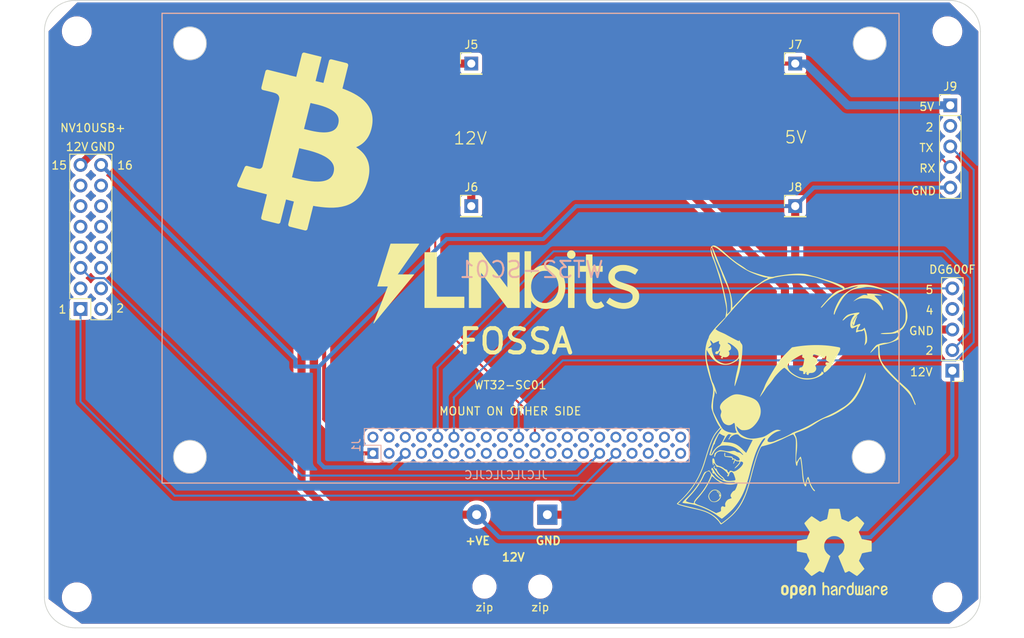
<source format=kicad_pcb>
(kicad_pcb (version 20221018) (generator pcbnew)
  (layers (0 "F.Cu" signal) (31 "B.Cu" signal) (34 "B.Paste" user) (35 "F.Paste" user) (36 "B.SilkS" user "B.Silkscreen") (37 "F.SilkS" user "F.Silkscreen") (38 "B.Mask" user) (39 "F.Mask" user) (44 "Edge.Cuts" user))
  (net 0 "")
  (net 1 "Net-(J1-Pin_1)")
  (net 9 "Net-(J1-Pin_10)")
  (net 11 "Net-(J1-Pin_12)")
  (net 19 "Net-(J1-Pin_20)")
  (net 21 "Net-(J1-Pin_22)")
  (net 22 "Net-(J1-Pin_5)")
  (net 30 "Net-(J1-Pin_29)")
  (net 51 "Net-(J2-Pin_15)")
  (net 52 "Net-(J1-Pin_31)")
  (net 56 "Net-(J6-Pin_1)")
  (footprint "MountingHole:MountingHole_3.2mm_M3" (layer "F.Cu") (at 197.86 81.28)
    (fp_text reference "REF**" hide)
    (fp_text value "MountingHole_3.2mm_M3")
  )
  (footprint "Connector_PinHeader_2.54mm:PinHeader_1x01_P2.54mm_Vertical" (layer "F.Cu") (at 179.07 85.27)
    (fp_text reference "J7")
    (fp_text value "OUT+")
  )
  (footprint "Connector_PinHeader_2.54mm:PinHeader_1x01_P2.54mm_Vertical" (layer "F.Cu") (at 139.07 85.27)
    (fp_text reference "J5")
    (fp_text value "IN+")
  )
  (footprint "Symbol:OSHW-Logo2_14.6x12mm_SilkScreen" (layer "F.Cu") (at 183.896 145.796)
    (fp_text reference "REF**" hide)
    (fp_text value "OSHW-Logo2_14.6x12mm_SilkScreen" hide)
  )
  (footprint "Connector_PinHeader_2.54mm:PinHeader_1x05_P2.54mm_Vertical" (layer "F.Cu") (at 198.47 123.19 180)
    (fp_text reference "J3")
    (fp_text value "DG600F")
  )
  (footprint "MountingHole:MountingHole_3.2mm_M3" (layer "F.Cu") (at 197.86 151.17)
    (fp_text reference "REF**" hide)
    (fp_text value "MountingHole_3.2mm_M3")
  )
  (footprint "MountingHole:MountingHole_2.5mm" (layer "F.Cu") (at 140.7 149.86)
    (fp_text reference "zip")
    (fp_text value "zip")
  )
  (footprint "Connector_PinHeader_2.54mm:PinHeader_2x08_P2.54mm_Vertical" (layer "F.Cu") (at 93.36 115.57 180)
    (fp_text reference "J2" hide)
    (fp_text value "NV10USB+")
  )
  (footprint "MountingHole:MountingHole_3.2mm_M3" (layer "F.Cu") (at 90.36 151.17)
    (fp_text reference "REF**" hide)
    (fp_text value "MountingHole_3.2mm_M3")
  )
  (footprint "MountingHole:MountingHole_2.5mm" (layer "F.Cu") (at 147.59 149.86)
    (fp_text reference "zip")
    (fp_text value "zip")
  )
  (footprint "Connector_PinHeader_2.54mm:PinHeader_1x01_P2.54mm_Vertical" (layer "F.Cu") (at 139.07 102.87)
    (fp_text reference "J6")
    (fp_text value "IN-")
  )
  (footprint "Connector_BarrelJack:BarrelJack_CUI_PJ-063AH_Horizontal" (layer "F.Cu") (at 144.6022 140.97)
    (fp_text reference "J4" hide)
    (fp_text value "Barrel_Jack_MountingPin" hide)
  )
  (footprint "MountingHole:MountingHole_3.2mm_M3" (layer "F.Cu") (at 90.36 81.28)
    (fp_text reference "REF**" hide)
    (fp_text value "MountingHole_3.2mm_M3")
  )
  (footprint "Connector_PinHeader_2.54mm:PinHeader_1x05_P2.54mm_Vertical" (layer "F.Cu") (at 198.216 90.424)
    (fp_text reference "J9")
    (fp_text value "Printer")
  )
  (footprint "Connector_PinHeader_2.54mm:PinHeader_1x01_P2.54mm_Vertical" (layer "F.Cu") (at 179.07 102.87)
    (fp_text reference "J8")
    (fp_text value "OUT-")
  )
  (footprint "Connector_PinHeader_2.00mm:PinHeader_2x20_P2.00mm_Vertical" (layer "B.Cu") (at 126.923 131.366 -90)
    (fp_text reference "J1")
    (fp_text value "WT32-SC01")
  )
  (gr_rect (start 100.889 79.065) (end 191.889 137.065) (stroke (width 0.15)) (fill none) (layer "B.SilkS"))
  (gr_poly (pts (xy 120.269768 84.635712) (xy 119.523643 87.627092) (xy 120.271687 87.799269) (xy 120.643649 87.887317) (xy 121.012189 87.977399) (xy 121.753023 85.0056) (xy 123.610926 85.468621) (xy 122.849985 88.520854) (xy 123.282089 88.677242) (xy 123.697338 88.844016) (xy 124.093649 89.022113) (xy 124.468938 89.212466) (xy 124.821121 89.416013) (xy 125.148115 89.633688) (xy 125.301515 89.748116) (xy 125.447836 89.866427) (xy 125.586819 89.988738) (xy 125.718201 90.115166) (xy 125.841724 90.245828) (xy 125.957126 90.380841) (xy 126.064148 90.520321) (xy 126.162528 90.664386) (xy 126.252006 90.813153) (xy 126.332322 90.966739) (xy 126.403215 91.125259) (xy 126.464426 91.288833) (xy 126.515692 91.457576) (xy 126.556755 91.631605) (xy 126.587353 91.811038) (xy 126.607226 91.99599) (xy 126.616114 92.186581) (xy 126.613756 92.382925) (xy 126.599891 92.585141) (xy 126.57426 92.793344) (xy 126.549437 92.945494) (xy 126.520754 93.092719) (xy 126.488278 93.23508) (xy 126.452077 93.372637) (xy 126.41222 93.505452) (xy 126.368773 93.633586) (xy 126.321806 93.757099) (xy 126.271386 93.876053) (xy 126.217581 93.990507) (xy 126.160459 94.100523) (xy 126.100087 94.206162) (xy 126.036534 94.307485) (xy 125.969868 94.404552) (xy 125.900156 94.497424) (xy 125.827467 94.586163) (xy 125.751869 94.670828) (xy 125.673428 94.751482) (xy 125.592214 94.828184) (xy 125.508294 94.900995) (xy 125.421736 94.969977) (xy 125.332608 95.03519) (xy 125.240978 95.096695) (xy 125.146914 95.154554) (xy 125.050483 95.208826) (xy 124.850795 95.306854) (xy 124.642457 95.391268) (xy 124.426013 95.462554) (xy 124.202005 95.521199) (xy 124.504747 95.689469) (xy 124.787075 95.869343) (xy 125.047762 96.061573) (xy 125.285582 96.26691) (xy 125.499307 96.486107) (xy 125.596751 96.601138) (xy 125.687711 96.719916) (xy 125.772033 96.842535) (xy 125.849565 96.969088) (xy 125.920153 97.09967) (xy 125.983644 97.234375) (xy 126.039884 97.373297) (xy 126.08872 97.51653) (xy 126.129999 97.664167) (xy 126.163566 97.816304) (xy 126.18927 97.973033) (xy 126.206955 98.134448) (xy 126.21647 98.300645) (xy 126.21766 98.471716) (xy 126.210373 98.647756) (xy 126.194454 98.828858) (xy 126.169751 99.015117) (xy 126.13611 99.206627) (xy 126.093377 99.403481) (xy 126.0414 99.605775) (xy 125.980025 99.8136) (xy 125.909098 100.027053) (xy 125.811065 100.288055) (xy 125.705057 100.534012) (xy 125.591184 100.765248) (xy 125.469553 100.982091) (xy 125.340274 101.184867) (xy 125.203455 101.373901) (xy 125.059205 101.549521) (xy 124.907634 101.712052) (xy 124.748848 101.861821) (xy 124.582958 101.999155) (xy 124.410072 102.124379) (xy 124.230298 102.237821) (xy 124.043746 102.339805) (xy 123.850524 102.43066) (xy 123.65074 102.51071) (xy 123.444504 102.580283) (xy 123.01311 102.6893) (xy 122.55721 102.760323) (xy 122.077674 102.795963) (xy 121.575372 102.798829) (xy 121.051174 102.771532) (xy 120.505949 102.716684) (xy 119.940567 102.636895) (xy 119.355899 102.534775) (xy 118.58702 105.61611) (xy 116.729114 105.15309) (xy 117.487939 102.113028) (xy 116.757161 101.927687) (xy 116.384826 101.830105) (xy 116.007332 101.728852) (xy 115.24586 104.783202) (xy 113.390073 104.320181) (xy 114.158953 101.233023) (xy 113.502654 101.062698) (xy 112.834448 100.891181) (xy 110.416686 100.28846) (xy 110.761616 99.493124) (xy 116.61111 99.493124) (xy 117.194855 99.645438) (xy 117.955152 99.832758) (xy 118.379772 99.923106) (xy 118.822445 100.002479) (xy 119.274477 100.064301) (xy 119.727174 100.101996) (xy 120.17184 100.10899) (xy 120.388445 100.098918) (xy 120.599781 100.078706) (xy 120.804763 100.04753) (xy 121.002302 100.004569) (xy 121.191313 99.949) (xy 121.370708 99.880003) (xy 121.539401 99.796754) (xy 121.696304 99.698433) (xy 121.840332 99.584216) (xy 121.970396 99.453283) (xy 122.08541 99.304811) (xy 122.184288 99.137978) (xy 122.265942 98.951962) (xy 122.329286 98.745942) (xy 122.37218 98.525549) (xy 122.389252 98.315338) (xy 122.38186 98.115038) (xy 122.351364 97.92438) (xy 122.299121 97.743093) (xy 122.22649 97.570907) (xy 122.134828 97.407552) (xy 122.025494 97.252757) (xy 121.899847 97.106252) (xy 121.759244 96.967767) (xy 121.605044 96.837032) (xy 121.438605 96.713777) (xy 121.261285 96.59773) (xy 121.074443 96.488623) (xy 120.677624 96.290145) (xy 120.259014 96.116179) (xy 119.829479 95.964565) (xy 119.399886 95.833141) (xy 118.981099 95.719744) (xy 117.631344 95.403195) (xy 116.61111 99.493124) (xy 110.761616 99.493124) (xy 111.339023 98.161742) (xy 112.021185 98.340401) (xy 112.486265 98.457537) (xy 112.636748 98.492084) (xy 112.677343 98.499481) (xy 112.689457 98.498819) (xy 112.737916 98.509655) (xy 112.784688 98.517827) (xy 112.829801 98.523441) (xy 112.873282 98.526607) (xy 112.91516 98.527431) (xy 112.955461 98.52602) (xy 112.994214 98.522483) (xy 113.031447 98.516927) (xy 113.067187 98.509459) (xy 113.101461 98.500188) (xy 113.134298 98.48922) (xy 113.165725 98.476663) (xy 113.19577 98.462625) (xy 113.224461 98.447213) (xy 113.251825 98.430535) (xy 113.27789 98.412698) (xy 113.302683 98.39381) (xy 113.326234 98.373979) (xy 113.348568 98.353311) (xy 113.369715 98.331915) (xy 113.3897 98.309898) (xy 113.408554 98.287368) (xy 113.442973 98.241198) (xy 113.473194 98.194265) (xy 113.499439 98.14743) (xy 113.521929 98.101553) (xy 113.540885 98.057495) (xy 114.669927 93.531004) (xy 118.098069 93.531004) (xy 118.584208 93.659006) (xy 119.217786 93.815943) (xy 119.571943 93.890724) (xy 119.941455 93.955294) (xy 120.319152 94.003836) (xy 120.697865 94.030537) (xy 120.885363 94.033879) (xy 121.070428 94.02958) (xy 121.252162 94.016913) (xy 121.42967 93.995151) (xy 121.602055 93.963567) (xy 121.768423 93.921434) (xy 121.927876 93.868025) (xy 122.079519 93.802615) (xy 122.222456 93.724474) (xy 122.355789 93.632877) (xy 122.478625 93.527097) (xy 122.590065 93.406407) (xy 122.689215 93.27008) (xy 122.775178 93.117389) (xy 122.847059 92.947607) (xy 122.90396 92.760007) (xy 122.943804 92.559713) (xy 122.961806 92.369116) (xy 122.959109 92.187948) (xy 122.936859 92.015938) (xy 122.8962 91.852817) (xy 122.838277 91.698313) (xy 122.764236 91.552158) (xy 122.67522 91.41408) (xy 122.572375 91.283811) (xy 122.456845 91.16108) (xy 122.329776 91.045617) (xy 122.192311 90.937151) (xy 122.045596 90.835414) (xy 121.890776 90.740134) (xy 121.561399 90.567868) (xy 121.213337 90.418193) (xy 120.85575 90.288949) (xy 120.497795 90.177975) (xy 120.148631 90.08311) (xy 119.023052 89.821545) (xy 118.098069 93.531004) (xy 114.669927 93.531004) (xy 114.755853 93.186515) (xy 114.759027 93.173286) (xy 115.625802 89.696133) (xy 115.628096 89.621007) (xy 115.625999 89.544069) (xy 115.618841 89.465922) (xy 115.60595 89.387174) (xy 115.586656 89.308428) (xy 115.574399 89.269246) (xy 115.56029 89.230292) (xy 115.544244 89.19164) (xy 115.526179 89.153368) (xy 115.50601 89.115551) (xy 115.483654 89.078265) (xy 115.459027 89.041584) (xy 115.432045 89.005586) (xy 115.402624 88.970344) (xy 115.370681 88.935937) (xy 115.336131 88.902437) (xy 115.29889 88.869923) (xy 115.258876 88.838469) (xy 115.216004 88.80815) (xy 115.17019 88.779043) (xy 115.121351 88.751223) (xy 115.069402 88.724767) (xy 115.01426 88.699749) (xy 114.955841 88.676245) (xy 114.894062 88.654331) (xy 114.828838 88.634082) (xy 114.760086 88.615575) (xy 114.758775 88.61289) (xy 114.749728 88.608581) (xy 114.710461 88.595538) (xy 114.561524 88.554894) (xy 114.096312 88.440486) (xy 113.41071 88.280083) (xy 113.904952 86.295708) (xy 116.467178 86.93547) (xy 116.465061 86.944995) (xy 116.756102 87.016027) (xy 117.051112 87.085819) (xy 117.651452 87.223866) (xy 118.412923 84.172691)) (stroke (width 0.529166)) (fill solid) (layer "F.SilkS"))
  (gr_poly (pts (xy 154.003183 110.280742) (xy 155.263259 110.280742) (xy 155.263259 110.945507) (xy 154.003183 110.945507) (xy 154.003183 114.219726) (xy 154.003822 114.254084) (xy 154.005741 114.287706) (xy 154.008938 114.320592) (xy 154.013414 114.352741) (xy 154.01917 114.384154) (xy 154.026204 114.41483) (xy 154.034517 114.44477) (xy 154.044109 114.473974) (xy 154.054981 114.502441) (xy 154.067131 114.530172) (xy 154.08056 114.557167) (xy 154.095269 114.583425) (xy 154.111256 114.608946) (xy 154.128522 114.633732) (xy 154.147068 114.657781) (xy 154.166893 114.681093) (xy 154.187608 114.70332) (xy 154.208828 114.724114) (xy 154.230551 114.743473) (xy 154.252779 114.761398) (xy 154.27551 114.777889) (xy 154.298745 114.792946) (xy 154.322484 114.80657) (xy 154.346726 114.818759) (xy 154.371473 114.829514) (xy 154.396723 114.838835) (xy 154.422478 114.846722) (xy 154.448736 114.853175) (xy 154.475498 114.858195) (xy 154.502764 114.86178) (xy 154.530533 114.863931) (xy 154.558807 114.864648) (xy 154.579775 114.864415) (xy 154.60051 114.863717) (xy 154.621012 114.862555) (xy 154.641282 114.860927) (xy 154.66132 114.858834) (xy 154.681125 114.856276) (xy 154.700697 114.853253) (xy 154.720037 114.849765) (xy 154.739144 114.845812) (xy 154.758019 114.841393) (xy 154.776661 114.83651) (xy 154.795071 114.831161) (xy 154.813248 114.825348) (xy 154.831193 114.819069) (xy 154.848905 114.812325) (xy 154.866384 114.805116) (xy 154.883554 114.797559) (xy 154.900335 114.789769) (xy 154.91673 114.781746) (xy 154.932737 114.77349) (xy 154.948356 114.765003) (xy 154.963588 114.756282) (xy 154.978432 114.747329) (xy 154.992888 114.738144) (xy 155.006957 114.728726) (xy 155.020639 114.719075) (xy 155.033933 114.709192) (xy 155.046839 114.699076) (xy 155.059358 114.688728) (xy 155.071489 114.678147) (xy 155.083233 114.667334) (xy 155.094589 114.656288) (xy 155.461696 115.201991) (xy 155.409142 115.24164) (xy 155.355657 115.278731) (xy 155.301241 115.313264) (xy 155.245896 115.345238) (xy 155.189621 115.374655) (xy 155.132415 115.401514) (xy 155.074279 115.425815) (xy 155.015213 115.447558) (xy 154.955216 115.466743) (xy 154.89429 115.48337) (xy 154.832433 115.497439) (xy 154.769646 115.50895) (xy 154.705929 115.517903) (xy 154.641282 115.524298) (xy 154.575704 115.528135) (xy 154.509197 115.529414) (xy 154.44174 115.527979) (xy 154.375794 115.523677) (xy 154.31136 115.516507) (xy 154.248438 115.506469) (xy 154.187027 115.493563) (xy 154.127127 115.477789) (xy 154.06874 115.459146) (xy 154.011863 115.437636) (xy 153.956498 115.413258) (xy 153.902645 115.386011) (xy 153.850303 115.355897) (xy 153.799473 115.322914) (xy 153.750154 115.287064) (xy 153.702347 115.248345) (xy 153.656051 115.206758) (xy 153.611267 115.162304) (xy 153.568614 115.115601) (xy 153.528714 115.067271) (xy 153.491565 115.017313) (xy 153.457168 114.965727) (xy 153.425523 114.912513) (xy 153.396629 114.857672) (xy 153.370488 114.801202) (xy 153.347098 114.743105) (xy 153.32646 114.68338) (xy 153.308574 114.622027) (xy 153.293439 114.559046) (xy 153.281056 114.494438) (xy 153.271425 114.428202) (xy 153.264546 114.360338) (xy 153.260418 114.290846) (xy 153.259042 114.219726) (xy 153.259042 110.945507) (xy 152.45537 110.945507) (xy 152.45537 110.280742) (xy 153.259042 110.280742) (xy 153.259042 108.871835) (xy 154.003183 108.871835)) (stroke (width 0.066145)) (fill solid) (layer "F.SilkS"))
  (gr_poly (pts (xy 146.426176 111.243163) (xy 146.4641 111.179582) (xy 146.503458 111.117822) (xy 146.54425 111.057884) (xy 146.586477 110.999767) (xy 146.630137 110.943472) (xy 146.675231 110.888999) (xy 146.721759 110.836347) (xy 146.769722 110.785517) (xy 146.819118 110.736508) (xy 146.869949 110.689321) (xy 146.922213 110.643956) (xy 146.975911 110.600412) (xy 147.031044 110.55869) (xy 147.08761 110.518789) (xy 147.145611 110.48071) (xy 147.205045 110.444453) (xy 147.265681 110.41021) (xy 147.327285 110.378178) (xy 147.389858 110.348354) (xy 147.453401 110.320739) (xy 147.517912 110.295334) (xy 147.583393 110.272138) (xy 147.649842 110.25115) (xy 147.717261 110.232373) (xy 147.785648 110.215804) (xy 147.855004 110.201444) (xy 147.92533 110.189294) (xy 147.996624 110.179353) (xy 148.068887 110.171621) (xy 148.142119 110.166098) (xy 148.21632 110.162784) (xy 148.29149 110.161679) (xy 148.374101 110.163016) (xy 148.455743 110.167028) (xy 148.536417 110.173713) (xy 148.616121 110.183073) (xy 148.694856 110.195107) (xy 148.772623 110.209816) (xy 148.84942 110.227199) (xy 148.925249 110.247255) (xy 149.000108 110.269987) (xy 149.073999 110.295392) (xy 149.146921 110.323472) (xy 149.218874 110.354226) (xy 149.289858 110.387654) (xy 149.359873 110.423756) (xy 149.42892 110.462533) (xy 149.496997 110.503984) (xy 149.563679 110.547818) (xy 149.628539 110.593746) (xy 149.691578 110.641766) (xy 149.752795 110.691879) (xy 149.81219 110.744086) (xy 149.869764 110.798385) (xy 149.925517 110.854776) (xy 149.979448 110.913261) (xy 150.031557 110.973839) (xy 150.081844 111.036509) (xy 150.13031 111.101273) (xy 150.176955 111.168129) (xy 150.221778 111.237079) (xy 150.264779 111.308121) (xy 150.305958 111.381256) (xy 150.345316 111.456484) (xy 150.382562 111.533398) (xy 150.417405 111.61159) (xy 150.449845 111.691062) (xy 150.479882 111.771813) (xy 150.507516 111.853843) (xy 150.532747 111.937152) (xy 150.555576 112.02174) (xy 150.576001 112.107607) (xy 150.594023 112.194753) (xy 150.609643 112.283177) (xy 150.622859 112.372881) (xy 150.633673 112.463864) (xy 150.642083 112.556126) (xy 150.64809 112.649667) (xy 150.651695 112.744487) (xy 150.652896 112.840586) (xy 150.651695 112.936704) (xy 150.64809 113.031581) (xy 150.642083 113.125219) (xy 150.633673 113.217616) (xy 150.622859 113.308774) (xy 150.609643 113.398691) (xy 150.594023 113.487367) (xy 150.576001 113.574804) (xy 150.555576 113.661) (xy 150.532747 113.745956) (xy 150.507516 113.829672) (xy 150.479882 113.912148) (xy 150.449845 113.993383) (xy 150.417405 114.073378) (xy 150.382562 114.152133) (xy 150.345316 114.229648) (xy 150.305958 114.305477) (xy 150.264779 114.379174) (xy 150.221778 114.450739) (xy 150.176955 114.520173) (xy 150.13031 114.587475) (xy 150.081844 114.652645) (xy 150.031557 114.715684) (xy 149.979448 114.776591) (xy 149.925517 114.835366) (xy 149.869764 114.89201) (xy 149.81219 114.946522) (xy 149.752795 114.998903) (xy 149.691578 115.049152) (xy 149.628539 115.097269) (xy 149.563679 115.143254) (xy 149.496997 115.187108) (xy 149.42892 115.228559) (xy 149.359873 115.267336) (xy 149.289858 115.303439) (xy 149.218874 115.336867) (xy 149.146921 115.367621) (xy 149.073999 115.3957) (xy 149.000108 115.421106) (xy 148.925249 115.443837) (xy 148.84942 115.463894) (xy 148.772623 115.481277) (xy 148.694856 115.495985) (xy 148.616121 115.508019) (xy 148.536417 115.517379) (xy 148.455743 115.524065) (xy 148.374101 115.528076) (xy 148.29149 115.529414) (xy 148.21632 115.528309) (xy 148.142119 115.524995) (xy 148.068887 115.519472) (xy 147.996624 115.51174) (xy 147.92533 115.501799) (xy 147.855004 115.489648) (xy 147.785648 115.475289) (xy 147.717261 115.45872) (xy 147.649842 115.439942) (xy 147.583393 115.418955) (xy 147.517912 115.395759) (xy 147.453401 115.370353) (xy 147.389858 115.342739) (xy 147.327285 115.312915) (xy 147.265681 115.280882) (xy 147.205045 115.24664) (xy 147.145611 115.210383) (xy 147.08761 115.172303) (xy 147.031044 115.132403) (xy 146.975911 115.09068) (xy 146.922213 115.047137) (xy 146.869949 115.001771) (xy 146.819118 114.954584) (xy 146.769722 114.905575) (xy 146.721759 114.854745) (xy 146.675231 114.802093) (xy 146.630137 114.74762) (xy 146.586477 114.691325) (xy 146.54425 114.633208) (xy 146.503458 114.57327) (xy 146.4641 114.51151) (xy 146.426176 114.447929) (xy 146.426176 115.410351) (xy 145.682035 115.410351) (xy 145.682035 112.840586) (xy 146.426176 112.840586) (xy 146.427028 112.913275) (xy 146.429586 112.984995) (xy 146.43385 113.055747) (xy 146.439818 113.125529) (xy 146.447492 113.194343) (xy 146.456872 113.262187) (xy 146.467957 113.329063) (xy 146.480747 113.39497) (xy 146.495242 113.459908) (xy 146.511443 113.523877) (xy 146.529349 113.586877) (xy 146.54896 113.648908) (xy 146.570277 113.70997) (xy 146.593299 113.770063) (xy 146.618026 113.829187) (xy 146.644458 113.887343) (xy 146.672441 113.944219) (xy 146.701819 113.999507) (xy 146.732592 114.053205) (xy 146.76476 114.105314) (xy 146.798324 114.155834) (xy 146.833283 114.204766) (xy 146.869638 114.252108) (xy 146.907387 114.297861) (xy 146.946532 114.342025) (xy 146.987073 114.384599) (xy 147.029008 114.425585) (xy 147.072339 114.464982) (xy 147.117065 114.50279) (xy 147.163186 114.539009) (xy 147.210703 114.573638) (xy 147.259615 114.606679) (xy 147.309612 114.637917) (xy 147.360384 114.66714) (xy 147.411931 114.694348) (xy 147.464253 114.71954) (xy 147.517351 114.742717) (xy 147.571223 114.763878) (xy 147.625871 114.783025) (xy 147.681294 114.800155) (xy 147.737492 114.815271) (xy 147.794465 114.828371) (xy 147.852213 114.839455) (xy 147.910737 114.848525) (xy 147.970035 114.855578) (xy 148.030109 114.860617) (xy 148.090958 114.86364) (xy 148.152582 114.864648) (xy 148.214187 114.86364) (xy 148.274978 114.860617) (xy 148.334955 114.855578) (xy 148.394118 114.848525) (xy 148.452468 114.839455) (xy 148.510003 114.828371) (xy 148.566724 114.815271) (xy 148.622632 114.800155) (xy 148.677726 114.783025) (xy 148.732006 114.763878) (xy 148.785471 114.742717) (xy 148.838123 114.71954) (xy 148.889961 114.694348) (xy 148.940985 114.66714) (xy 148.991196 114.637917) (xy 149.040592 114.606679) (xy 149.088902 114.573638) (xy 149.135857 114.539009) (xy 149.181455 114.50279) (xy 149.225696 114.464982) (xy 149.268581 114.425585) (xy 149.310109 114.384599) (xy 149.350281 114.342025) (xy 149.389097 114.297861) (xy 149.426555 114.252108) (xy 149.462658 114.204766) (xy 149.497404 114.155834) (xy 149.530793 114.105314) (xy 149.562826 114.053205) (xy 149.593502 113.999507) (xy 149.622822 113.944219) (xy 149.650785 113.887343) (xy 149.677218 113.829187) (xy 149.701945 113.770063) (xy 149.724967 113.70997) (xy 149.746283 113.648908) (xy 149.765895 113.586877) (xy 149.783801 113.523877) (xy 149.800001 113.459908) (xy 149.814497 113.39497) (xy 149.827287 113.329063) (xy 149.838372 113.262187) (xy 149.847751 113.194343) (xy 149.855425 113.125529) (xy 149.861394 113.055747) (xy 149.865657 112.984995) (xy 149.868215 112.913275) (xy 149.869068 112.840586) (xy 149.868215 112.767915) (xy 149.865657 112.696253) (xy 149.861394 112.625599) (xy 149.855425 112.555952) (xy 149.847751 112.487312) (xy 149.838372 112.419681) (xy 149.827287 112.353057) (xy 149.814497 112.287441) (xy 149.800001 112.222832) (xy 149.783801 112.159231) (xy 149.765895 112.096638) (xy 149.746283 112.035053) (xy 149.724967 111.974475) (xy 149.701945 111.914905) (xy 149.677218 111.856343) (xy 149.650785 111.798788) (xy 149.622822 111.742513) (xy 149.593502 111.687787) (xy 149.562826 111.634612) (xy 149.530793 111.582988) (xy 149.497404 111.532913) (xy 149.462658 111.484389) (xy 149.426555 111.437415) (xy 149.389097 111.391992) (xy 149.350281 111.348118) (xy 149.310109 111.305795) (xy 149.268581 111.265023) (xy 149.225696 111.2258) (xy 149.181455 111.188128) (xy 149.135857 111.152006) (xy 149.088902 111.117435) (xy 149.040592 111.084413) (xy 148.991196 111.053175) (xy 148.940985 111.023952) (xy 148.889961 110.996744) (xy 148.838123 110.971552) (xy 148.785471 110.948375) (xy 148.732006 110.927214) (xy 148.677726 110.908068) (xy 148.622632 110.890937) (xy 148.566724 110.875822) (xy 148.510003 110.862722) (xy 148.452468 110.851637) (xy 148.394118 110.842568) (xy 148.334955 110.835514) (xy 148.274978 110.830475) (xy 148.214187 110.827452) (xy 148.152582 110.826445) (xy 148.090958 110.827452) (xy 148.030109 110.830475) (xy 147.970035 110.835514) (xy 147.910737 110.842568) (xy 147.852213 110.851637) (xy 147.794465 110.862722) (xy 147.737492 110.875822) (xy 147.681294 110.890937) (xy 147.625871 110.908068) (xy 147.571223 110.927214) (xy 147.517351 110.948375) (xy 147.464253 110.971552) (xy 147.411931 110.996744) (xy 147.360384 111.023952) (xy 147.309612 111.053175) (xy 147.259615 111.084413) (xy 147.210703 111.117435) (xy 147.163186 111.152006) (xy 147.117065 111.188128) (xy 147.072339 111.2258) (xy 147.029008 111.265023) (xy 146.987073 111.305795) (xy 146.946532 111.348118) (xy 146.907387 111.391992) (xy 146.869638 111.437415) (xy 146.833283 111.484389) (xy 146.798324 111.532913) (xy 146.76476 111.582988) (xy 146.732592 111.634612) (xy 146.701819 111.687787) (xy 146.672441 111.742513) (xy 146.644458 111.798788) (xy 146.618026 111.856343) (xy 146.593299 111.914905) (xy 146.570277 111.974475) (xy 146.54896 112.035053) (xy 146.529349 112.096638) (xy 146.511443 112.159231) (xy 146.495242 112.222832) (xy 146.480747 112.287441) (xy 146.467957 112.353057) (xy 146.456872 112.419681) (xy 146.447492 112.487312) (xy 146.439818 112.555952) (xy 146.43385 112.625599) (xy 146.429586 112.696253) (xy 146.427028 112.767915) (xy 146.426176 112.840586) (xy 145.682035 112.840586) (xy 145.682035 108.47496) (xy 146.426176 108.47496)) (stroke (width 0.066145)) (fill solid) (layer "F.SilkS"))
  (gr_poly (pts (xy 181.938231 120.028252) (xy 182.362322 120.041302) (xy 182.775747 120.065845) (xy 183.174125 120.101798) (xy 183.553071 120.149079) (xy 183.740236 120.176047) (xy 183.917975 120.203428) (xy 184.082154 120.230314) (xy 184.22864 120.255794) (xy 184.353297 120.278959) (xy 184.451992 120.298899) (xy 184.520591 120.314705) (xy 184.542312 120.320773) (xy 184.554959 120.325467) (xy 184.566989 120.33388) (xy 184.577941 120.343244) (xy 184.587813 120.353559) (xy 184.596603 120.364824) (xy 184.604308 120.377041) (xy 184.610925 120.390208) (xy 184.616451 120.404326) (xy 184.620884 120.419395) (xy 184.626462 120.452385) (xy 184.627637 120.489179) (xy 184.624388 120.529776) (xy 184.616695 120.574176) (xy 184.604537 120.62238) (xy 184.587894 120.674387) (xy 184.566745 120.730197) (xy 184.541068 120.789811) (xy 184.510845 120.853228) (xy 184.476053 120.920449) (xy 184.436672 120.991472) (xy 184.392682 121.0663) (xy 184.337794 121.158863) (xy 184.275052 121.269698) (xy 184.134272 121.529321) (xy 183.986877 121.811433) (xy 183.849403 122.0823) (xy 183.80768 122.169441) (xy 183.766969 122.251248) (xy 183.726961 122.328177) (xy 183.687346 122.400683) (xy 183.647814 122.469219) (xy 183.608054 122.534242) (xy 183.567757 122.596206) (xy 183.526613 122.655565) (xy 183.48431 122.712774) (xy 183.44054 122.768288) (xy 183.394993 122.822562) (xy 183.347357 122.876051) (xy 183.297324 122.929209) (xy 183.244583 122.982491) (xy 183.188824 123.036352) (xy 183.129738 123.091246) (xy 183.048985 123.164504) (xy 182.975838 123.228182) (xy 182.909968 123.282288) (xy 182.879658 123.305756) (xy 182.851043 123.326835) (xy 182.824082 123.345527) (xy 182.798733 123.361832) (xy 182.774955 123.375752) (xy 182.752707 123.387289) (xy 182.731947 123.396444) (xy 182.712633 123.403218) (xy 182.694726 123.407612) (xy 182.678182 123.409627) (xy 182.662962 123.409266) (xy 182.649023 123.406528) (xy 182.636325 123.401416) (xy 182.624825 123.393931) (xy 182.614483 123.384074) (xy 182.605257 123.371847) (xy 182.597106 123.357249) (xy 182.589988 123.340284) (xy 182.583863 123.320952) (xy 182.578688 123.299255) (xy 182.574423 123.275193) (xy 182.571026 123.248769) (xy 182.568456 123.219983) (xy 182.566672 123.188836) (xy 182.565294 123.119467) (xy 182.566127 123.091758) (xy 182.568656 123.064153) (xy 182.572921 123.036588) (xy 182.578964 123.009004) (xy 182.586825 122.981336) (xy 182.596547 122.953524) (xy 182.608171 122.925505) (xy 182.621738 122.897217) (xy 182.637289 122.868599) (xy 182.654866 122.839587) (xy 182.674509 122.810122) (xy 182.696262 122.780139) (xy 182.720164 122.749577) (xy 182.746257 122.718375) (xy 182.774582 122.68647) (xy 182.805182 122.6538) (xy 182.829318 122.628015) (xy 182.851428 122.603626) (xy 182.871472 122.580704) (xy 182.889407 122.559322) (xy 182.905192 122.539552) (xy 182.912266 122.530294) (xy 182.918787 122.521467) (xy 182.924749 122.513079) (xy 182.930148 122.505139) (xy 182.934979 122.497656) (xy 182.939237 122.49064) (xy 182.942915 122.4841) (xy 182.94601 122.478043) (xy 182.948515 122.472481) (xy 182.950427 122.46742) (xy 182.951738 122.462872) (xy 182.952445 122.458844) (xy 182.952543 122.455346) (xy 182.952361 122.453798) (xy 182.952025 122.452386) (xy 182.951534 122.451111) (xy 182.950888 122.449974) (xy 182.950085 122.448977) (xy 182.949125 122.44812) (xy 182.948007 122.447404) (xy 182.946731 122.446831) (xy 182.945296 122.446401) (xy 182.943702 122.446116) (xy 182.940032 122.445986) (xy 182.935716 122.446449) (xy 182.93075 122.447514) (xy 182.925126 122.44919) (xy 182.906263 122.456289) (xy 182.889311 122.461661) (xy 182.874199 122.465236) (xy 182.86731 122.466326) (xy 182.860855 122.466939) (xy 182.854822 122.467067) (xy 182.849205 122.4667) (xy 182.843993 122.465829) (xy 182.839178 122.464445) (xy 182.83475 122.462539) (xy 182.830701 122.460102) (xy 182.827022 122.457125) (xy 182.823702 122.453599) (xy 182.820735 122.449515) (xy 182.818109 122.444864) (xy 182.815817 122.439637) (xy 182.813849 122.433824) (xy 182.812197 122.427418) (xy 182.810851 122.420407) (xy 182.809801 122.412785) (xy 182.80904 122.404541) (xy 182.808346 122.386153) (xy 182.808696 122.36517) (xy 182.810017 122.341522) (xy 182.812237 122.315134) (xy 182.815015 122.285179) (xy 182.818259 122.258717) (xy 182.822267 122.235604) (xy 182.82734 122.215694) (xy 182.830369 122.206896) (xy 182.833777 122.198844) (xy 182.837601 122.191521) (xy 182.841878 122.184909) (xy 182.846647 122.178989) (xy 182.851943 122.173743) (xy 182.857806 122.169154) (xy 182.864272 122.165203) (xy 182.871378 122.161872) (xy 182.879163 122.159143) (xy 182.887664 122.156998) (xy 182.896917 122.155419) (xy 182.906962 122.154388) (xy 182.917834 122.153886) (xy 182.942214 122.1544) (xy 182.970355 122.156815) (xy 183.002558 122.160987) (xy 183.039122 122.166772) (xy 183.080348 122.174024) (xy 183.327292 122.209301) (xy 183.087404 122.054077) (xy 183.049916 122.028703) (xy 183.016696 122.005199) (xy 182.987549 121.983121) (xy 182.962278 121.962025) (xy 182.940686 121.941466) (xy 182.931208 121.93125) (xy 182.922577 121.921001) (xy 182.914767 121.910664) (xy 182.907754 121.900184) (xy 182.901514 121.889505) (xy 182.896022 121.878571) (xy 182.891253 121.867327) (xy 182.887184 121.855718) (xy 182.883789 121.843687) (xy 182.881043 121.83118) (xy 182.878923 121.81814) (xy 182.877403 121.804513) (xy 182.87646 121.790242) (xy 182.876069 121.775273) (xy 182.876842 121.743014) (xy 182.879528 121.707294) (xy 182.883929 121.667667) (xy 182.88985 121.623688) (xy 182.896479 121.56863) (xy 182.900556 121.519908) (xy 182.901666 121.497939) (xy 182.902173 121.477573) (xy 182.902089 121.458817) (xy 182.901424 121.441677) (xy 182.900191 121.42616) (xy 182.8984 121.412272) (xy 182.896065 121.400019) (xy 182.893197 121.389409) (xy 182.889806 121.380446) (xy 182.885905 121.373139) (xy 182.881505 121.367493) (xy 182.876619 121.363515) (xy 182.871257 121.361212) (xy 182.865431 121.360589) (xy 182.859153 121.361653) (xy 182.852434 121.364411) (xy 182.845287 121.368869) (xy 182.837722 121.375034) (xy 182.829752 121.382912) (xy 182.821387 121.392509) (xy 182.81264 121.403833) (xy 182.803523 121.416889) (xy 182.794046 121.431684) (xy 182.784222 121.448224) (xy 182.774062 121.466516) (xy 182.763577 121.486566) (xy 182.741682 121.531967) (xy 182.727826 121.561829) (xy 182.715168 121.587971) (xy 182.70342 121.610474) (xy 182.697797 121.620387) (xy 182.692293 121.629422) (xy 182.686871 121.637589) (xy 182.681495 121.644897) (xy 182.676131 121.651359) (xy 182.67074 121.656983) (xy 182.665287 121.66178) (xy 182.659736 121.665761) (xy 182.654051 121.668935) (xy 182.648195 121.671314) (xy 182.642132 121.672908) (xy 182.635827 121.673726) (xy 182.629243 121.673779) (xy 182.622343 121.673078) (xy 182.615092 121.671633) (xy 182.607453 121.669454) (xy 182.599391 121.666551) (xy 182.590869 121.662936) (xy 182.58185 121.658617) (xy 182.5723 121.653607) (xy 182.551457 121.641549) (xy 182.528051 121.626845) (xy 182.501793 121.609578) (xy 182.458564 121.584994) (xy 182.399377 121.554456) (xy 182.326795 121.519289) (xy 182.243382 121.480814) (xy 182.151701 121.440355) (xy 182.054315 121.399234) (xy 181.953787 121.358775) (xy 181.852681 121.320301) (xy 181.783095 121.294078) (xy 181.719659 121.270925) (xy 181.662072 121.25077) (xy 181.610036 121.233539) (xy 181.56325 121.219161) (xy 181.541732 121.213019) (xy 181.521414 121.207563) (xy 181.502259 121.202784) (xy 181.484229 121.198672) (xy 181.467287 121.19522) (xy 181.451396 121.192418) (xy 181.436517 121.190256) (xy 181.422614 121.188726) (xy 181.409648 121.187819) (xy 181.397583 121.187526) (xy 181.386381 121.187837) (xy 181.376005 121.188743) (xy 181.366417 121.190237) (xy 181.357579 121.192307) (xy 181.349454 121.194946) (xy 181.342005 121.198145) (xy 181.335194 121.201894) (xy 181.328984 121.206184) (xy 181.323338 121.211006) (xy 181.318217 121.216352) (xy 181.313584 121.222212) (xy 181.309402 121.228577) (xy 181.301113 121.241761) (xy 181.293443 121.254842) (xy 181.28639 121.2678) (xy 181.279954 121.280612) (xy 181.274133 121.293259) (xy 181.268925 121.30572) (xy 181.264329 121.317974) (xy 181.260345 121.330001) (xy 181.25697 121.34178) (xy 181.254204 121.35329) (xy 181.252045 121.364511) (xy 181.250492 121.375421) (xy 181.249544 121.386001) (xy 181.249199 121.39623) (xy 181.249456 121.406086) (xy 181.250313 121.41555) (xy 181.25177 121.4246) (xy 181.253826 121.433216) (xy 181.256478 121.441378) (xy 181.259725 121.449064) (xy 181.263567 121.456254) (xy 181.268002 121.462927) (xy 181.273029 121.469063) (xy 181.278646 121.47464) (xy 181.284852 121.479639) (xy 181.291646 121.484039) (xy 181.299026 121.487818) (xy 181.306992 121.490956) (xy 181.315541 121.493433) (xy 181.324673 121.495228) (xy 181.334387 121.49632) (xy 181.34468 121.496689) (xy 181.354826 121.497423) (xy 181.366647 121.499583) (xy 181.379996 121.503107) (xy 181.394731 121.507934) (xy 181.410706 121.514001) (xy 181.427776 121.521246) (xy 181.445798 121.529607) (xy 181.464625 121.539022) (xy 181.484114 121.54943) (xy 181.504119 121.560768) (xy 181.524497 121.572974) (xy 181.545102 121.585986) (xy 181.56579 121.599742) (xy 181.586416 121.614181) (xy 181.606835 121.62924) (xy 181.626902 121.644857) (xy 181.64871 121.66244) (xy 181.669153 121.680768) (xy 181.688233 121.699798) (xy 181.705947 121.719491) (xy 181.722298 121.739803) (xy 181.737284 121.760694) (xy 181.750906 121.782122) (xy 181.763164 121.804047) (xy 181.774057 121.826426) (xy 181.783587 121.849218) (xy 181.791751 121.872383) (xy 181.798552 121.895879) (xy 181.803989 121.919664) (xy 181.808061 121.943697) (xy 181.810769 121.967936) (xy 181.812112 121.992341) (xy 181.812091 122.01687) (xy 181.810707 122.041482) (xy 181.807957 122.066135) (xy 181.803844 122.090788) (xy 181.798366 122.1154) (xy 181.791524 122.139929) (xy 181.783318 122.164334) (xy 181.773748 122.188574) (xy 181.762813 122.212607) (xy 181.750514 122.236392) (xy 181.736851 122.259888) (xy 181.721823 122.283052) (xy 181.705432 122.305845) (xy 181.687676 122.328225) (xy 181.668555 122.350149) (xy 181.648071 122.371578) (xy 181.623094 122.39692) (xy 181.601052 122.420195) (xy 181.581904 122.441651) (xy 181.573402 122.451775) (xy 181.565609 122.461537) (xy 181.558518 122.470968) (xy 181.552125 122.480099) (xy 181.546424 122.488961) (xy 181.54141 122.497586) (xy 181.537079 122.506004) (xy 181.533424 122.514247) (xy 181.530442 122.522345) (xy 181.528126 122.530329) (xy 181.526471 122.53823) (xy 181.525473 122.54608) (xy 181.525126 122.553909) (xy 181.525425 122.561748) (xy 181.526364 122.569629) (xy 181.52794 122.577582) (xy 181.530145 122.585638) (xy 181.532976 122.593829) (xy 181.536427 122.602185) (xy 181.540493 122.610738) (xy 181.545169 122.619517) (xy 181.55045 122.628556) (xy 181.55633 122.637883) (xy 181.562804 122.647531) (xy 181.577514 122.667913) (xy 181.599065 122.700637) (xy 181.61746 122.733919) (xy 181.632771 122.767652) (xy 181.645066 122.801734) (xy 181.654416 122.836058) (xy 181.660889 122.87052) (xy 181.664557 122.905016) (xy 181.665488 122.939441) (xy 181.663753 122.97369) (xy 181.659422 123.007659) (xy 181.652563 123.041242) (xy 181.643247 123.074337) (xy 181.631543 123.106836) (xy 181.617522 123.138637) (xy 181.601253 123.169635) (xy 181.582806 123.199724) (xy 181.56225 123.2288) (xy 181.539656 123.256759) (xy 181.515093 123.283496) (xy 181.488631 123.308906) (xy 181.460339 123.332884) (xy 181.430288 123.355327) (xy 181.398547 123.376128) (xy 181.365186 123.395185) (xy 181.330275 123.412391) (xy 181.293883 123.427643) (xy 181.256081 123.440835) (xy 181.216937 123.451863) (xy 181.176523 123.460623) (xy 181.134906 123.46701) (xy 181.092159 123.470918) (xy 181.048349 123.472245) (xy 181.007886 123.472591) (xy 180.971041 123.473691) (xy 180.937626 123.47564) (xy 180.922148 123.476961) (xy 180.907458 123.478528) (xy 180.893532 123.480355) (xy 180.880348 123.482451) (xy 180.867882 123.484829) (xy 180.856112 123.4875) (xy 180.845013 123.490476) (xy 180.834563 123.493768) (xy 180.824738 123.497389) (xy 180.815515 123.501349) (xy 180.80687 123.505661) (xy 180.798782 123.510336) (xy 180.791225 123.515385) (xy 180.784178 123.520821) (xy 180.777616 123.526654) (xy 180.771517 123.532898) (xy 180.765857 123.539562) (xy 180.760614 123.546659) (xy 180.755762 123.554201) (xy 180.751281 123.562198) (xy 180.747145 123.570664) (xy 180.743333 123.579608) (xy 180.73982 123.589044) (xy 180.736584 123.598982) (xy 180.733601 123.609434) (xy 180.730848 123.620412) (xy 180.724294 123.641668) (xy 180.717771 123.660485) (xy 180.711144 123.676904) (xy 180.70775 123.684228) (xy 180.70428 123.690967) (xy 180.700716 123.697128) (xy 180.697043 123.702715) (xy 180.693244 123.707734) (xy 180.6893 123.712189) (xy 180.685197 123.716086) (xy 180.680917 123.719431) (xy 180.676443 123.722227) (xy 180.671758 123.724481) (xy 180.666846 123.726198) (xy 180.66169 123.727382) (xy 180.656273 123.728039) (xy 180.650578 123.728175) (xy 180.644588 123.727793) (xy 180.638288 123.7269) (xy 180.631659 123.725501) (xy 180.624685 123.7236) (xy 180.617349 123.721203) (xy 180.609635 123.718315) (xy 180.593004 123.711088) (xy 180.574657 123.701958) (xy 180.55446 123.690969) (xy 180.536683 123.680294) (xy 180.520395 123.669402) (xy 180.505595 123.658241) (xy 180.492283 123.64676) (xy 180.480459 123.634907) (xy 180.475105 123.628825) (xy 180.470124 123.62263) (xy 180.465514 123.616317) (xy 180.461277 123.609878) (xy 180.457411 123.603307) (xy 180.453918 123.596599) (xy 180.450797 123.589745) (xy 180.448047 123.582741) (xy 180.44567 123.575579) (xy 180.443665 123.568252) (xy 180.442032 123.560756) (xy 180.440771 123.553082) (xy 180.439883 123.545225) (xy 180.439366 123.537178) (xy 180.439221 123.528934) (xy 180.439449 123.520488) (xy 180.440048 123.511832) (xy 180.441019 123.502961) (xy 180.444079 123.484545) (xy 180.448626 123.465189) (xy 180.453501 123.446172) (xy 180.457528 123.428809) (xy 180.459217 123.420747) (xy 180.460687 123.413099) (xy 180.461935 123.405864) (xy 180.462957 123.399043) (xy 180.463753 123.392635) (xy 180.464318 123.386641) (xy 180.464651 123.38106) (xy 180.464749 123.375892) (xy 180.464609 123.371138) (xy 180.464228 123.366797) (xy 180.463605 123.36287) (xy 180.462737 123.359356) (xy 180.46162 123.356255) (xy 180.460253 123.353568) (xy 180.458632 123.351294) (xy 180.456756 123.349434) (xy 180.454621 123.347987) (xy 180.452226 123.346954) (xy 180.449566 123.346333) (xy 180.446641 123.346127) (xy 180.443447 123.346333) (xy 180.439982 123.346953) (xy 180.436243 123.347987) (xy 180.432227 123.349434) (xy 180.427932 123.351294) (xy 180.423356 123.353568) (xy 180.418495 123.356255) (xy 180.413348 123.359355) (xy 180.404258 123.365129) (xy 180.39553 123.371813) (xy 180.387194 123.379323) (xy 180.379282 123.387578) (xy 180.371825 123.396494) (xy 180.364854 123.405988) (xy 180.3584 123.415979) (xy 180.352493 123.426383) (xy 180.347165 123.437118) (xy 180.342447 123.448101) (xy 180.33837 123.45925) (xy 180.334964 123.470481) (xy 180.332261 123.481712) (xy 180.330292 123.49286) (xy 180.329088 123.503843) (xy 180.32868 123.514579) (xy 180.328495 123.519828) (xy 180.327946 123.524989) (xy 180.327041 123.530058) (xy 180.325786 123.535028) (xy 180.324191 123.539895) (xy 180.322262 123.544654) (xy 180.320008 123.549299) (xy 180.317435 123.553825) (xy 180.314553 123.558227) (xy 180.311369 123.562499) (xy 180.30789 123.566638) (xy 180.304124 123.570637) (xy 180.295762 123.578195) (xy 180.286347 123.585134) (xy 180.275939 123.591411) (xy 180.264602 123.596985) (xy 180.252396 123.601815) (xy 180.239384 123.60586) (xy 180.225628 123.609077) (xy 180.211189 123.611427) (xy 180.196131 123.612867) (xy 180.180514 123.613356) (xy 180.159169 123.612926) (xy 180.140055 123.611565) (xy 180.123092 123.60917) (xy 180.11539 123.607553) (xy 180.108195 123.605639) (xy 180.101496 123.603415) (xy 180.095283 123.600868) (xy 180.089545 123.597985) (xy 180.084272 123.594753) (xy 180.079454 123.591159) (xy 180.075081 123.587191) (xy 180.071141 123.582835) (xy 180.067626 123.578078) (xy 180.064523 123.572909) (xy 180.061824 123.567312) (xy 180.059518 123.561277) (xy 180.057594 123.55479) (xy 180.056042 123.547837) (xy 180.054851 123.540406) (xy 180.054012 123.532485) (xy 180.053515 123.524059) (xy 180.053501 123.505645) (xy 180.054728 123.485061) (xy 180.057112 123.462203) (xy 180.060571 123.436968) (xy 180.066403 123.408156) (xy 180.07052 123.382425) (xy 180.072694 123.359546) (xy 180.072981 123.349105) (xy 180.072697 123.339292) (xy 180.071814 123.330078) (xy 180.070303 123.321436) (xy 180.068136 123.313336) (xy 180.065283 123.30575) (xy 180.061718 123.29865) (xy 180.057411 123.292008) (xy 180.052335 123.285794) (xy 180.046459 123.279981) (xy 180.039757 123.27454) (xy 180.0322 123.269442) (xy 180.023759 123.26466) (xy 180.014406 123.260165) (xy 180.004113 123.255928) (xy 179.99285 123.25192) (xy 179.967305 123.244483) (xy 179.937543 123.237623) (xy 179.903336 123.231116) (xy 179.864458 123.224732) (xy 179.820681 123.218245) (xy 179.776901 123.210514) (xy 179.737999 123.203031) (xy 179.703728 123.195549) (xy 179.673838 123.187818) (xy 179.660459 123.183782) (xy 179.648082 123.179591) (xy 179.636677 123.175214) (xy 179.626213 123.17062) (xy 179.616658 123.165778) (xy 179.607981 123.160657) (xy 179.600152 123.155226) (xy 179.59314 123.149454) (xy 179.586913 123.143309) (xy 179.58144 123.136762) (xy 179.576691 123.129781) (xy 179.572634 123.122334) (xy 179.569239 123.114391) (xy 179.566475 123.105922) (xy 179.564309 123.096894) (xy 179.562713 123.087277) (xy 179.561653 123.07704) (xy 179.5611 123.066152) (xy 179.561023 123.054582) (xy 179.56139 123.042298) (xy 179.563333 123.015468) (xy 179.566682 122.985413) (xy 179.569757 122.960016) (xy 179.573751 122.936685) (xy 179.578758 122.915339) (xy 179.581671 122.905385) (xy 179.584872 122.895895) (xy 179.588372 122.88686) (xy 179.592184 122.87827) (xy 179.596318 122.870113) (xy 179.600788 122.862381) (xy 179.605603 122.855062) (xy 179.610777 122.848146) (xy 179.61632 122.841622) (xy 179.622244 122.835481) (xy 179.628561 122.829712) (xy 179.635282 122.824305) (xy 179.642419 122.81925) (xy 179.649984 122.814535) (xy 179.657988 122.810151) (xy 179.666443 122.806087) (xy 179.67536 122.802334) (xy 179.684752 122.79888) (xy 179.694629 122.795716) (xy 179.705004 122.792831) (xy 179.727292 122.787856) (xy 179.75171 122.783873) (xy 179.778349 122.7808) (xy 179.815416 122.774706) (xy 179.849993 122.764126) (xy 179.882233 122.748709) (xy 179.912293 122.728104) (xy 179.940328 122.701959) (xy 179.966491 122.669923) (xy 179.990939 122.631645) (xy 180.013827 122.586773) (xy 180.035309 122.534955) (xy 180.05554 122.475841) (xy 180.074676 122.409078) (xy 180.092871 122.334316) (xy 180.110281 122.251203) (xy 180.12706 122.159388) (xy 180.143364 122.058518) (xy 180.159347 121.948244) (xy 180.166606 121.901806) (xy 180.172439 121.860174) (xy 180.176742 121.823027) (xy 180.178287 121.806036) (xy 180.179412 121.790046) (xy 180.180102 121.775017) (xy 180.180345 121.760909) (xy 180.180129 121.747682) (xy 180.179439 121.735296) (xy 180.178264 121.723712) (xy 180.17659 121.712888) (xy 180.174405 121.702785) (xy 180.171695 121.693363) (xy 180.168447 121.684582) (xy 180.16465 121.676401) (xy 180.160288 121.668781) (xy 180.155351 121.661682) (xy 180.149825 121.655063) (xy 180.143696 121.648885) (xy 180.136953 121.643108) (xy 180.129582 121.63769) (xy 180.12157 121.632594) (xy 180.112904 121.627777) (xy 180.103572 121.623201) (xy 180.09356 121.618825) (xy 180.082855 121.614609) (xy 180.071446 121.610514) (xy 180.046458 121.602523) (xy 180.025114 121.595726) (xy 180.006013 121.588494) (xy 179.989082 121.580726) (xy 179.981408 121.576608) (xy 179.97425 121.572316) (xy 179.967597 121.567839) (xy 179.961442 121.563163) (xy 179.955776 121.558275) (xy 179.950589 121.553162) (xy 179.945872 121.547811) (xy 179.941616 121.54221) (xy 179.937812 121.536345) (xy 179.934452 121.530204) (xy 179.931526 121.523773) (xy 179.929024 121.51704) (xy 179.926939 121.509991) (xy 179.92526 121.502615) (xy 179.92398 121.494898) (xy 179.923088 121.486826) (xy 179.922576 121.478388) (xy 179.922435 121.46957) (xy 179.923229 121.450742) (xy 179.925398 121.43024) (xy 179.928868 121.407961) (xy 179.933569 121.3838) (xy 179.936112 121.375244) (xy 179.938453 121.366783) (xy 179.940594 121.358428) (xy 179.942541 121.35019) (xy 179.945864 121.334114) (xy 179.948453 121.318647) (xy 179.950339 121.303883) (xy 179.951554 121.289915) (xy 179.952127 121.276836) (xy 179.952091 121.264738) (xy 179.951854 121.259087) (xy 179.951476 121.253716) (xy 179.950961 121.248637) (xy 179.950314 121.243861) (xy 179.949536 121.239401) (xy 179.948634 121.235267) (xy 179.94761 121.231472) (xy 179.946469 121.228027) (xy 179.945213 121.224944) (xy 179.943848 121.222234) (xy 179.942377 121.219909) (xy 179.940804 121.217981) (xy 179.939133 121.216461) (xy 179.937368 121.215361) (xy 179.935512 121.214693) (xy 179.933569 121.214467) (xy 179.895224 121.221816) (xy 179.837479 121.242827) (xy 179.762929 121.275952) (xy 179.674168 121.319639) (xy 179.46439 121.4325) (xy 179.228897 121.569009) (xy 178.988443 121.716762) (xy 178.763781 121.863357) (xy 178.663858 121.932346) (xy 178.575665 121.996393) (xy 178.501797 122.053951) (xy 178.444848 122.103467) (xy 178.38365 122.16284) (xy 178.329644 122.219608) (xy 178.282749 122.274309) (xy 178.242883 122.327481) (xy 178.225559 122.353661) (xy 178.209961 122.37966) (xy 178.196079 122.405545) (xy 178.183903 122.431385) (xy 178.173421 122.457244) (xy 178.164624 122.483192) (xy 178.157501 122.509295) (xy 178.152042 122.535619) (xy 178.148237 122.562234) (xy 178.146076 122.589204) (xy 178.145547 122.616599) (xy 178.146641 122.644484) (xy 178.149347 122.672928) (xy 178.153655 122.701997) (xy 178.159554 122.731758) (xy 178.167035 122.762279) (xy 178.1867 122.825869) (xy 178.212566 122.893303) (xy 178.24455 122.965119) (xy 178.28257 123.041855) (xy 178.31848 123.10418) (xy 178.364797 123.169048) (xy 178.420686 123.235859) (xy 178.485307 123.304014) (xy 178.557825 123.372912) (xy 178.637401 123.441955) (xy 178.7232 123.510544) (xy 178.814383 123.578078) (xy 178.910113 123.643959) (xy 179.009554 123.707586) (xy 179.111868 123.768361) (xy 179.216219 123.825684) (xy 179.321768 123.878956) (xy 179.427679 123.927577) (xy 179.533114 123.970947) (xy 179.637237 124.008467) (xy 179.737846 124.038229) (xy 179.845803 124.064002) (xy 179.960023 124.085765) (xy 180.079421 124.103497) (xy 180.202912 124.117177) (xy 180.329411 124.126785) (xy 180.457832 124.132301) (xy 180.58709 124.133703) (xy 180.7161 124.130971) (xy 180.843777 124.124084) (xy 180.969036 124.113022) (xy 181.09079 124.097764) (xy 181.207956 124.078289) (xy 181.319448 124.054576) (xy 181.424181 124.026606) (xy 181.521069 123.994356) (xy 181.555756 123.98166) (xy 181.59095 123.96745) (xy 181.662401 123.93488) (xy 181.734514 123.897432) (xy 181.806379 123.855891) (xy 181.877086 123.811043) (xy 181.945726 123.763673) (xy 182.01139 123.714566) (xy 182.073168 123.664509) (xy 182.13015 123.614286) (xy 182.181427 123.564684) (xy 182.226089 123.516487) (xy 182.245655 123.493161) (xy 182.263227 123.470481) (xy 182.27869 123.448545) (xy 182.291932 123.427452) (xy 182.302837 123.407299) (xy 182.311293 123.388185) (xy 182.317186 123.370207) (xy 182.320402 123.353465) (xy 182.320827 123.338056) (xy 182.318348 123.324079) (xy 182.317872 123.320895) (xy 182.317759 123.31796) (xy 182.318003 123.315273) (xy 182.318596 123.312834) (xy 182.31953 123.310643) (xy 182.320798 123.308699) (xy 182.322391 123.307004) (xy 182.324301 123.305557) (xy 182.326522 123.304359) (xy 182.329045 123.303408) (xy 182.331863 123.302705) (xy 182.334967 123.30225) (xy 182.342005 123.302085) (xy 182.350098 123.302911) (xy 182.359183 123.30473) (xy 182.369197 123.307542) (xy 182.38008 123.311345) (xy 182.391769 123.31614) (xy 182.404203 123.321928) (xy 182.417318 123.328708) (xy 182.431054 123.33648) (xy 182.445347 123.345244) (xy 182.484024 123.371573) (xy 182.500598 123.384681) (xy 182.51531 123.397788) (xy 182.528147 123.410921) (xy 182.539094 123.424107) (xy 182.548136 123.437373) (xy 182.55526 123.450746) (xy 182.560451 123.464254) (xy 182.563695 123.477923) (xy 182.564978 123.491781) (xy 182.564286 123.505854) (xy 182.561604 123.520171) (xy 182.556919 123.534757) (xy 182.550215 123.549641) (xy 182.54148 123.564848) (xy 182.530698 123.580408) (xy 182.517855 123.596345) (xy 182.502938 123.612689) (xy 182.485931 123.629465) (xy 182.445594 123.664424) (xy 182.396731 123.70144) (xy 182.339227 123.74073) (xy 182.272969 123.78251) (xy 182.197844 123.826998) (xy 182.113737 123.874411) (xy 181.998378 123.934423) (xy 181.880104 123.990043) (xy 181.759309 124.041177) (xy 181.636385 124.087732) (xy 181.511724 124.129616) (xy 181.385719 124.166735) (xy 181.258764 124.198997) (xy 181.131251 124.226308) (xy 181.003572 124.248575) (xy 180.876121 124.265706) (xy 180.749289 124.277607) (xy 180.623471 124.284186) (xy 180.499058 124.285349) (xy 180.376444 124.281003) (xy 180.256021 124.271055) (xy 180.138182 124.255413) (xy 180.007872 124.232222) (xy 179.876561 124.20251) (xy 179.744732 124.166534) (xy 179.612873 124.124554) (xy 179.481468 124.076827) (xy 179.351004 124.023613) (xy 179.221966 123.965168) (xy 179.09484 123.901753) (xy 178.970113 123.833624) (xy 178.848268 123.761041) (xy 178.729793 123.684262) (xy 178.615173 123.603545) (xy 178.504894 123.519148) (xy 178.399441 123.431331) (xy 178.299301 123.340351) (xy 178.204959 123.246466) (xy 178.163993 123.204664) (xy 178.123296 123.16406) (xy 178.083137 123.124862) (xy 178.043783 123.087276) (xy 178.005505 123.051509) (xy 177.96857 123.017768) (xy 177.933247 122.986259) (xy 177.899806 122.95719) (xy 177.868514 122.930766) (xy 177.839641 122.907195) (xy 177.813454 122.886682) (xy 177.790224 122.869436) (xy 177.770219 122.855663) (xy 177.753706 122.845569) (xy 177.740956 122.839361) (xy 177.736076 122.837779) (xy 177.732237 122.837245) (xy 177.714355 122.839749) (xy 177.692613 122.8471) (xy 177.638489 122.875403) (xy 177.571735 122.920264) (xy 177.494222 122.97979) (xy 177.407821 123.05209) (xy 177.314402 123.135274) (xy 177.215836 123.227449) (xy 177.113994 123.326725) (xy 177.010746 123.431209) (xy 176.907963 123.539011) (xy 176.807516 123.64824) (xy 176.711276 123.757003) (xy 176.621112 123.86341) (xy 176.538897 123.965569) (xy 176.4665 124.06159) (xy 176.405792 124.149579) (xy 176.338392 124.250906) (xy 176.264791 124.356945) (xy 176.187387 124.464473) (xy 176.108577 124.570265) (xy 176.030759 124.671096) (xy 175.956331 124.763742) (xy 175.887691 124.844978) (xy 175.827237 124.911579) (xy 175.767333 124.97636) (xy 175.705197 125.047507) (xy 175.642565 125.122789) (xy 175.581174 125.199973) (xy 175.522759 125.276826) (xy 175.469057 125.351117) (xy 175.421804 125.420611) (xy 175.401139 125.452863) (xy 175.382737 125.483078) (xy 175.352961 125.533385) (xy 175.31717 125.590855) (xy 175.231263 125.722195) (xy 175.132457 125.866931) (xy 175.028195 126.01489) (xy 174.925917 126.155905) (xy 174.833064 126.279804) (xy 174.757079 126.376419) (xy 174.727737 126.411317) (xy 174.705403 126.435579) (xy 174.703092 126.436854) (xy 174.702711 126.434204) (xy 174.707346 126.417968) (xy 174.7355 126.347605) (xy 174.783662 126.237885) (xy 174.845632 126.102204) (xy 174.986192 125.806532) (xy 175.052379 125.673331) (xy 175.10757 125.567746) (xy 175.126284 125.534769) (xy 175.150124 125.485173) (xy 175.178263 125.421521) (xy 175.209876 125.346377) (xy 175.280211 125.171862) (xy 175.354515 124.982134) (xy 175.404441 124.86263) (xy 175.482727 124.69947) (xy 175.585322 124.49993) (xy 175.708174 124.271286) (xy 175.847232 124.020814) (xy 175.998444 123.75579) (xy 176.157759 123.483489) (xy 176.321125 123.211188) (xy 176.564969 122.813211) (xy 176.770366 122.486671) (xy 176.862548 122.345023) (xy 176.9498 122.215032) (xy 177.033683 122.094633) (xy 177.115757 121.981758) (xy 177.197584 121.87434) (xy 177.280722 121.770312) (xy 177.366734 121.667607) (xy 177.45718 121.564158) (xy 177.55362 121.457897) (xy 177.657616 121.346759) (xy 177.894514 121.101578) (xy 178.670625 120.311354) (xy 179.129237 120.233745) (xy 179.234974 120.214948) (xy 179.358652 120.195821) (xy 179.641646 120.157898) (xy 179.941838 120.12262) (xy 180.222848 120.092635) (xy 180.645782 120.058887) (xy 181.075579 120.036962) (xy 181.507856 120.026778)) (fill solid) (layer "F.SilkS"))
  (gr_poly (pts (xy 129.932057 111.332574) (xy 131.976307 111.332574) (xy 127.02594 117.32858) (xy 128.810483 112.755158) (xy 127.496079 112.755158) (xy 129.126924 107.538997) (xy 132.602285 107.538997)) (stroke (width 0.066145)) (fill solid) (layer "F.SilkS"))
  (gr_poly (pts (xy 157.933225 110.164082) (xy 158.050273 110.171291) (xy 158.16763 110.183306) (xy 158.285298 110.200126) (xy 158.403275 110.221753) (xy 158.521563 110.248185) (xy 158.64016 110.279424) (xy 158.759067 110.315468) (xy 158.877199 110.355698) (xy 158.993471 110.399494) (xy 159.107883 110.446856) (xy 159.220434 110.497783) (xy 159.331125 110.552276) (xy 159.439956 110.610334) (xy 159.546926 110.671958) (xy 159.652036 110.737148) (xy 159.294847 111.312617) (xy 159.199543 111.253744) (xy 159.104626 111.19867) (xy 159.010097 111.147394) (xy 158.915956 111.099916) (xy 158.822202 111.056237) (xy 158.728835 111.016356) (xy 158.635857 110.980273) (xy 158.543266 110.947988) (xy 158.451062 110.919501) (xy 158.359246 110.894813) (xy 158.267818 110.873922) (xy 158.176777 110.85683) (xy 158.086123 110.843537) (xy 157.995857 110.834041) (xy 157.905979 110.828344) (xy 157.816488 110.826445) (xy 157.760057 110.82722) (xy 157.704867 110.829545) (xy 157.650917 110.833421) (xy 157.598207 110.838847) (xy 157.546738 110.845823) (xy 157.496508 110.85435) (xy 157.447519 110.864427) (xy 157.39977 110.876054) (xy 157.353261 110.889232) (xy 157.307993 110.903959) (xy 157.263965 110.920238) (xy 157.221177 110.938066) (xy 157.179629 110.957445) (xy 157.139321 110.978374) (xy 157.100254 111.000853) (xy 157.062427 111.024882) (xy 157.026383 111.050307) (xy 156.992664 111.076972) (xy 156.96127 111.104877) (xy 156.932202 111.134023) (xy 156.905459 111.164409) (xy 156.881042 111.196035) (xy 156.85895 111.228901) (xy 156.839184 111.263007) (xy 156.821743 111.298354) (xy 156.806628 111.334941) (xy 156.793838 111.372768) (xy 156.783374 111.411835) (xy 156.775235 111.452143) (xy 156.769421 111.493691) (xy 156.765933 111.536479) (xy 156.76477 111.580507) (xy 156.765274 111.607482) (xy 156.766785 111.633837) (xy 156.769305 111.659572) (xy 156.772832 111.684687) (xy 156.777366 111.709181) (xy 156.782909 111.733056) (xy 156.789459 111.75631) (xy 156.797016 111.778945) (xy 156.805582 111.800959) (xy 156.815155 111.822353) (xy 156.825736 111.843127) (xy 156.837324 111.863281) (xy 156.84992 111.882814) (xy 156.863524 111.901728) (xy 156.878135 111.920021) (xy 156.893755 111.937695) (xy 156.910381 111.954942) (xy 156.928016 111.971956) (xy 156.946658 111.988738) (xy 156.966308 112.005288) (xy 156.986966 112.021604) (xy 157.008631 112.037689) (xy 157.031304 112.05354) (xy 157.054985 112.06916) (xy 157.079673 112.084546) (xy 157.105369 112.0997) (xy 157.132073 112.114622) (xy 157.159785 112.129311) (xy 157.188504 112.143767) (xy 157.218231 112.157991) (xy 157.248966 112.171983) (xy 157.280708 112.185742) (xy 157.349851 112.214112) (xy 157.428295 112.244653) (xy 157.61309 112.312246) (xy 157.835093 112.38852) (xy 158.094303 112.473476) (xy 158.227473 112.515489) (xy 158.354132 112.557192) (xy 158.474279 112.598585) (xy 158.587915 112.639667) (xy 158.69504 112.68044) (xy 158.795654 112.720903) (xy 158.889757 112.761055) (xy 158.977348 112.800898) (xy 159.01909 112.821226) (xy 159.059979 112.842523) (xy 159.100015 112.864789) (xy 159.139199 112.888024) (xy 159.17753 112.912228) (xy 159.215009 112.937401) (xy 159.251634 112.963543) (xy 159.287407 112.990654) (xy 159.322327 113.018733) (xy 159.356395 113.047782) (xy 159.38961 113.077799) (xy 159.421972 113.108786) (xy 159.453482 113.140741) (xy 159.484138 113.173666) (xy 159.513943 113.207559) (xy 159.542894 113.242421) (xy 159.570528 113.278446) (xy 159.59638 113.315827) (xy 159.620448 113.354565) (xy 159.642734 113.39466) (xy 159.663236 113.436111) (xy 159.681956 113.478918) (xy 159.698893 113.523082) (xy 159.714047 113.568603) (xy 159.727418 113.61548) (xy 159.739006 113.663713) (xy 159.748812 113.713303) (xy 159.756834 113.76425) (xy 159.763074 113.816553) (xy 159.767531 113.870213) (xy 159.770205 113.925229) (xy 159.771097 113.981601) (xy 159.769023 114.067371) (xy 159.762803 114.151048) (xy 159.752435 114.232632) (xy 159.737921 114.312123) (xy 159.71926 114.389522) (xy 159.696451 114.464827) (xy 159.669496 114.53804) (xy 159.638393 114.60916) (xy 159.603143 114.678186) (xy 159.563747 114.74512) (xy 159.520203 114.809961) (xy 159.472512 114.872709) (xy 159.420674 114.933364) (xy 159.364689 114.991927) (xy 159.304557 115.048396) (xy 159.240278 115.102773) (xy 159.17282 115.154436) (xy 159.103154 115.202766) (xy 159.031278 115.247764) (xy 158.957194 115.289428) (xy 158.8809 115.327759) (xy 158.802397 115.362757) (xy 158.721685 115.394422) (xy 158.638763 115.422753) (xy 158.553633 115.447752) (xy 158.466293 115.469417) (xy 158.376745 115.487749) (xy 158.284987 115.502748) (xy 158.19102 115.514414) (xy 158.094844 115.522747) (xy 157.996458 115.527747) (xy 157.895864 115.529414) (xy 157.827593 115.528638) (xy 157.759206 115.526313) (xy 157.690702 115.522437) (xy 157.622082 115.517011) (xy 157.553346 115.510035) (xy 157.484494 115.501508) (xy 157.415525 115.491431) (xy 157.34644 115.479804) (xy 157.277239 115.466627) (xy 157.207922 115.451899) (xy 157.068938 115.417792) (xy 156.929489 115.377485) (xy 156.789575 115.330976) (xy 156.719909 115.305512) (xy 156.651056 115.278731) (xy 156.583018 115.250632) (xy 156.515793 115.221215) (xy 156.449383 115.190481) (xy 156.383786 115.158428) (xy 156.319003 115.125058) (xy 156.255034 115.09037) (xy 156.191879 115.054365) (xy 156.129538 115.017042) (xy 156.068011 114.9784) (xy 156.007297 114.938442) (xy 155.947398 114.897165) (xy 155.888312 114.854571) (xy 155.83004 114.810659) (xy 155.772583 114.765429) (xy 156.159536 114.219726) (xy 156.2698 114.297822) (xy 156.379832 114.370879) (xy 156.489632 114.438899) (xy 156.599199 114.501879) (xy 156.708533 114.559821) (xy 156.817635 114.612725) (xy 156.926505 114.66059) (xy 157.035142 114.703417) (xy 157.143546 114.741206) (xy 157.251718 114.773956) (xy 157.359657 114.801667) (xy 157.467363 114.82434) (xy 157.574837 114.841975) (xy 157.682079 114.854571) (xy 157.789088 114.862128) (xy 157.895864 114.864648) (xy 157.95836 114.863795) (xy 158.019345 114.861237) (xy 158.078818 114.856974) (xy 158.136779 114.851005) (xy 158.193229 114.843331) (xy 158.248167 114.833952) (xy 158.301594 114.822867) (xy 158.35351 114.810077) (xy 158.403914 114.795582) (xy 158.452806 114.779381) (xy 158.500187 114.761476) (xy 158.546056 114.741864) (xy 158.590415 114.720548) (xy 158.633261 114.697526) (xy 158.674596 114.672799) (xy 158.71442 114.646366) (xy 158.752266 114.6185) (xy 158.787671 114.589471) (xy 158.820634 114.559279) (xy 158.851155 114.527924) (xy 158.879234 114.495407) (xy 158.904872 114.461727) (xy 158.928068 114.426884) (xy 158.948823 114.390878) (xy 158.967135 114.35371) (xy 158.983006 114.315379) (xy 158.996435 114.275885) (xy 159.007423 114.235229) (xy 159.015969 114.19341) (xy 159.022073 114.150428) (xy 159.025735 114.106283) (xy 159.026956 114.060976) (xy 159.026297 114.029059) (xy 159.024321 113.997801) (xy 159.021027 113.967202) (xy 159.016415 113.937262) (xy 159.010485 113.907981) (xy 159.003238 113.879359) (xy 158.994672 113.851395) (xy 158.984789 113.824091) (xy 158.973589 113.797445) (xy 158.96107 113.771458) (xy 158.947234 113.74613) (xy 158.93208 113.721461) (xy 158.915608 113.697451) (xy 158.897818 113.6741) (xy 158.878711 113.651407) (xy 158.858285 113.629374) (xy 158.836872 113.60796) (xy 158.8148 113.587128) (xy 158.792069 113.566878) (xy 158.768679 113.547208) (xy 158.74463 113.52812) (xy 158.719922 113.509614) (xy 158.694555 113.491689) (xy 158.66853 113.474345) (xy 158.641845 113.457582) (xy 158.614502 113.441401) (xy 158.5865 113.425801) (xy 158.557838 113.410783) (xy 158.528518 113.396346) (xy 158.498539 113.38249) (xy 158.467902 113.369215) (xy 158.436605 113.356522) (xy 158.37033 113.331253) (xy 158.298009 113.305053) (xy 158.135228 113.249863) (xy 157.948263 113.190951) (xy 157.737114 113.12832) (xy 157.621462 113.09462) (xy 157.510151 113.060494) (xy 157.40318 113.025942) (xy 157.300551 112.990964) (xy 157.202263 112.955559) (xy 157.108315 112.919728) (xy 157.018708 112.88347) (xy 156.933442 112.846786) (xy 156.852517 112.809676) (xy 156.775932 112.77214) (xy 156.703689 112.734177) (xy 156.635786 112.695788) (xy 156.572224 112.656972) (xy 156.513003 112.617731) (xy 156.458122 112.578062) (xy 156.407583 112.537968) (xy 156.360725 112.496788) (xy 156.316891 112.453865) (xy 156.276079 112.409197) (xy 156.238291 112.362785) (xy 156.203525 112.314629) (xy 156.171783 112.264729) (xy 156.143064 112.213085) (xy 156.117368 112.159696) (xy 156.094695 112.104564) (xy 156.075045 112.047688) (xy 156.058418 111.989067) (xy 156.044814 111.928703) (xy 156.034233 111.866594) (xy 156.026676 111.802741) (xy 156.022141 111.737145) (xy 156.020629 111.669804) (xy 156.022606 111.585294) (xy 156.028536 111.502915) (xy 156.038419 111.422668) (xy 156.052255 111.344553) (xy 156.070045 111.268569) (xy 156.091788 111.194717) (xy 156.117484 111.122996) (xy 156.147133 111.053408) (xy 156.180735 110.985951) (xy 156.218291 110.920625) (xy 156.2598 110.857431) (xy 156.305263 110.796369) (xy 156.354678 110.737439) (xy 156.408047 110.68064) (xy 156.46537 110.625973) (xy 156.526645 110.573437) (xy 156.590982 110.523576) (xy 156.65749 110.476931) (xy 156.726168 110.433504) (xy 156.797016 110.393293) (xy 156.870035 110.356299) (xy 156.945224 110.322522) (xy 157.022584 110.291962) (xy 157.102114 110.264619) (xy 157.183814 110.240492) (xy 157.267685 110.219583) (xy 157.353726 110.20189) (xy 157.441938 110.187414) (xy 157.53232 110.176155) (xy 157.624872 110.168113) (xy 157.719595 110.163288) (xy 157.816488 110.161679)) (stroke (width 0.066145)) (fill solid) (layer "F.SilkS"))
  (gr_poly (pts (xy 151.448085 108.366382) (xy 151.472251 108.368068) (xy 151.49599 108.370878) (xy 151.519302 108.374812) (xy 151.542189 108.379869) (xy 151.564649 108.386051) (xy 151.586682 108.393357) (xy 151.60829 108.401787) (xy 151.62947 108.41134) (xy 151.650225 108.422018) (xy 151.670553 108.43382) (xy 151.690455 108.446745) (xy 151.70993 108.460795) (xy 151.728979 108.475968) (xy 151.747602 108.492266) (xy 151.765798 108.509687) (xy 151.78322 108.527884) (xy 151.799518 108.546507) (xy 151.814691 108.565556) (xy 151.828741 108.585031) (xy 151.841667 108.604933) (xy 151.853469 108.625261) (xy 151.864146 108.646016) (xy 151.8737 108.667197) (xy 151.88213 108.688804) (xy 151.889436 108.710838) (xy 151.895618 108.733297) (xy 151.900676 108.756184) (xy 151.90461 108.779496) (xy 151.90742 108.803235) (xy 151.909106 108.8274) (xy 151.909668 108.851992) (xy 151.909106 108.876603) (xy 151.90742 108.900826) (xy 151.90461 108.924662) (xy 151.900676 108.94811) (xy 151.895618 108.97117) (xy 151.889436 108.993844) (xy 151.88213 109.016129) (xy 151.8737 109.038027) (xy 151.864146 109.059537) (xy 151.853469 109.08066) (xy 151.841667 109.101395) (xy 151.828741 109.121743) (xy 151.814691 109.141703) (xy 151.799518 109.161275) (xy 151.78322 109.18046) (xy 151.765798 109.199257) (xy 151.747602 109.217279) (xy 151.728979 109.234139) (xy 151.70993 109.249836) (xy 151.690455 109.26437) (xy 151.670553 109.277741) (xy 151.650225 109.289949) (xy 151.62947 109.300995) (xy 151.60829 109.310878) (xy 151.586682 109.319599) (xy 151.564649 109.327156) (xy 151.542189 109.333551) (xy 151.519302 109.338784) (xy 151.49599 109.342853) (xy 151.472251 109.34576) (xy 151.448085 109.347504) (xy 151.423494 109.348085) (xy 151.397701 109.347504) (xy 151.372412 109.34576) (xy 151.347626 109.342853) (xy 151.323345 109.338784) (xy 151.299567 109.333551) (xy 151.276293 109.327156) (xy 151.253524 109.319599) (xy 151.231257 109.310878) (xy 151.209495 109.300995) (xy 151.188237 109.289949) (xy 151.167482 109.277741) (xy 151.147232 109.26437) (xy 151.127485 109.249836) (xy 151.108242 109.234139) (xy 151.089503 109.217279) (xy 151.071268 109.199257) (xy 151.053846 109.18046) (xy 151.037549 109.161275) (xy 151.022375 109.141703) (xy 151.008326 109.121743) (xy 150.9954 109.101395) (xy 150.983599 109.08066) (xy 150.972921 109.059537) (xy 150.963367 109.038027) (xy 150.954938 109.016129) (xy 150.947632 108.993844) (xy 150.94145 108.97117) (xy 150.936392 108.94811) (xy 150.932458 108.924662) (xy 150.929648 108.900826) (xy 150.927962 108.876603) (xy 150.9274 108.851992) (xy 150.927962 108.8274) (xy 150.929648 108.803235) (xy 150.932458 108.779496) (xy 150.936392 108.756184) (xy 150.94145 108.733297) (xy 150.947632 108.710838) (xy 150.954938 108.688804) (xy 150.963367 108.667197) (xy 150.972921 108.646016) (xy 150.983599 108.625261) (xy 150.9954 108.604933) (xy 151.008326 108.585031) (xy 151.022375 108.565556) (xy 151.037549 108.546507) (xy 151.053846 108.527884) (xy 151.071268 108.509687) (xy 151.089503 108.492266) (xy 151.108242 108.475968) (xy 151.127485 108.460795) (xy 151.147232 108.446745) (xy 151.167482 108.43382) (xy 151.188237 108.422018) (xy 151.209495 108.41134) (xy 151.231257 108.401787) (xy 151.253524 108.393357) (xy 151.276293 108.386051) (xy 151.299567 108.379869) (xy 151.323345 108.374812) (xy 151.347626 108.370878) (xy 151.372412 108.368068) (xy 151.397701 108.366382) (xy 151.423494 108.36582)) (stroke (width 0.066145)) (fill solid) (layer "F.SilkS"))
  (gr_poly (pts (xy 169.214617 137.876967) (xy 169.268326 137.882555) (xy 169.321136 137.891966) (xy 169.372873 137.905055) (xy 169.423361 137.921673) (xy 169.472427 137.941673) (xy 169.519896 137.964908) (xy 169.565595 137.991231) (xy 169.609347 138.020494) (xy 169.65098 138.05255) (xy 169.690318 138.087252) (xy 169.727187 138.124453) (xy 169.761413 138.164005) (xy 169.792821 138.205761) (xy 169.821237 138.249573) (xy 169.846487 138.295296) (xy 169.868396 138.34278) (xy 169.886789 138.391879) (xy 169.901493 138.442446) (xy 169.912333 138.494333) (xy 169.919134 138.547393) (xy 169.921722 138.601479) (xy 169.919923 138.656444) (xy 169.913563 138.71214) (xy 169.902466 138.76842) (xy 169.886458 138.825136) (xy 169.870183 138.869426) (xy 169.851839 138.91231) (xy 169.831504 138.953748) (xy 169.809261 138.993697) (xy 169.785188 139.032117) (xy 169.759366 139.068965) (xy 169.731874 139.104202) (xy 169.702794 139.137784) (xy 169.672204 139.169672) (xy 169.640186 139.199824) (xy 169.606819 139.228197) (xy 169.572183 139.254752) (xy 169.536359 139.279447) (xy 169.499426 139.302239) (xy 169.461465 139.323089) (xy 169.422556 139.341954) (xy 169.382779 139.358794) (xy 169.342213 139.373566) (xy 169.30094 139.386231) (xy 169.259038 139.396745) (xy 169.216589 139.405068) (xy 169.173672 139.411159) (xy 169.130368 139.414977) (xy 169.086756 139.416479) (xy 169.042917 139.415624) (xy 168.99893 139.412372) (xy 168.954876 139.406681) (xy 168.910835 139.398509) (xy 168.866888 139.387815) (xy 168.823113 139.374559) (xy 168.779592 139.358697) (xy 168.736403 139.34019) (xy 168.717248 139.330939) (xy 168.698168 139.32042) (xy 168.660377 139.295803) (xy 168.623309 139.266783) (xy 168.587244 139.233805) (xy 168.552461 139.197313) (xy 168.519238 139.157751) (xy 168.487855 139.115564) (xy 168.458591 139.071197) (xy 168.431724 139.025093) (xy 168.407534 138.977697) (xy 168.386301 138.929453) (xy 168.368302 138.880807) (xy 168.353817 138.832202) (xy 168.343125 138.784082) (xy 168.336505 138.736893) (xy 168.334237 138.691078) (xy 168.335013 138.67005) (xy 168.335185 138.668397) (xy 168.431127 138.668397) (xy 168.431749 138.692388) (xy 168.43345 138.716817) (xy 168.436198 138.741613) (xy 168.43996 138.766705) (xy 168.450397 138.817503) (xy 168.464502 138.868653) (xy 168.482019 138.919595) (xy 168.502688 138.969773) (xy 168.52625 139.018628) (xy 168.552449 139.065602) (xy 168.581024 139.110137) (xy 168.611718 139.151674) (xy 168.627779 139.171145) (xy 168.644272 139.189656) (xy 168.661166 139.20714) (xy 168.678429 139.223525) (xy 168.696027 139.238742) (xy 168.713929 139.252722) (xy 168.732102 139.265394) (xy 168.750514 139.276689) (xy 168.80234 139.300833) (xy 168.82841 139.311168) (xy 168.85457 139.320345) (xy 168.880807 139.328366) (xy 168.907109 139.335228) (xy 168.933466 139.340933) (xy 168.959866 139.345481) (xy 168.986296 139.348871) (xy 169.012746 139.351103) (xy 169.039204 139.352178) (xy 169.065658 139.352096) (xy 169.092096 139.350855) (xy 169.118507 139.348458) (xy 169.14488 139.344902) (xy 169.171202 139.34019) (xy 169.197462 139.334319) (xy 169.223648 139.327291) (xy 169.249749 139.319106) (xy 169.275754 139.309763) (xy 169.301649 139.299262) (xy 169.327425 139.287604) (xy 169.378569 139.260815) (xy 169.429093 139.229396) (xy 169.478904 139.193346) (xy 169.527909 139.152667) (xy 169.576014 139.107357) (xy 169.600798 139.081918) (xy 169.624797 139.055983) (xy 169.647886 139.029718) (xy 169.669941 139.003287) (xy 169.690839 138.976856) (xy 169.710456 138.950591) (xy 169.728666 138.924656) (xy 169.745348 138.899217) (xy 169.760375 138.87444) (xy 169.773625 138.85049) (xy 169.784973 138.827532) (xy 169.794295 138.805731) (xy 169.801468 138.785254) (xy 169.806367 138.766264) (xy 169.807925 138.75738) (xy 169.808868 138.748929) (xy 169.809181 138.740933) (xy 169.808847 138.733412) (xy 169.808754 138.713572) (xy 169.808434 138.696399) (xy 169.807824 138.681912) (xy 169.806863 138.670134) (xy 169.805488 138.661084) (xy 169.804627 138.657588) (xy 169.803638 138.654783) (xy 169.802516 138.652669) (xy 169.801251 138.651251) (xy 169.799836 138.650531) (xy 169.798264 138.650511) (xy 169.796526 138.651193) (xy 169.794616 138.652581) (xy 169.792524 138.654677) (xy 169.790244 138.657484) (xy 169.785087 138.665238) (xy 169.779082 138.675866) (xy 169.772167 138.689388) (xy 169.764282 138.705825) (xy 169.745347 138.747524) (xy 169.736495 138.767105) (xy 169.728439 138.783463) (xy 169.721147 138.796512) (xy 169.71459 138.806172) (xy 169.711576 138.809705) (xy 169.708735 138.812359) (xy 169.706061 138.814125) (xy 169.703552 138.814991) (xy 169.701202 138.814948) (xy 169.699009 138.813985) (xy 169.696969 138.812092) (xy 169.695077 138.809259) (xy 169.693329 138.805474) (xy 169.691723 138.800728) (xy 169.688917 138.788312) (xy 169.686627 138.771927) (xy 169.684824 138.751491) (xy 169.683475 138.72692) (xy 169.68255 138.698133) (xy 169.681847 138.627577) (xy 169.680018 138.59283) (xy 169.677134 138.559943) (xy 169.673135 138.528793) (xy 169.667957 138.499255) (xy 169.661539 138.471205) (xy 169.653818 138.44452) (xy 169.64945 138.43165) (xy 169.644734 138.419074) (xy 169.63966 138.406778) (xy 169.634223 138.394745) (xy 169.628413 138.38296) (xy 169.622223 138.371408) (xy 169.615646 138.360073) (xy 169.608674 138.34894) (xy 169.601298 138.337992) (xy 169.593512 138.327215) (xy 169.576676 138.306111) (xy 169.558103 138.285502) (xy 169.537733 138.265266) (xy 169.515501 138.245278) (xy 169.491348 138.225414) (xy 169.472093 138.209797) (xy 169.454058 138.194738) (xy 169.437305 138.1803) (xy 169.421895 138.166543) (xy 169.40789 138.153531) (xy 169.395354 138.141325) (xy 169.384347 138.129987) (xy 169.379436 138.124663) (xy 169.374931 138.119579) (xy 169.37084 138.114743) (xy 169.367169 138.110163) (xy 169.363928 138.105847) (xy 169.361123 138.101802) (xy 169.358763 138.098036) (xy 169.356855 138.094557) (xy 169.355406 138.091372) (xy 169.354426 138.08849) (xy 169.353921 138.085918) (xy 169.353899 138.083663) (xy 169.354071 138.082658) (xy 169.354368 138.081734) (xy 169.354789 138.080894) (xy 169.355335 138.080139) (xy 169.356008 138.079468) (xy 169.356809 138.078884) (xy 169.357739 138.078387) (xy 169.358798 138.077979) (xy 169.361308 138.07743) (xy 169.364348 138.077245) (xy 169.386754 138.078485) (xy 169.408996 138.082206) (xy 169.431072 138.088407) (xy 169.452983 138.097089) (xy 169.474728 138.108251) (xy 169.496309 138.121894) (xy 169.517723 138.138017) (xy 169.538973 138.156621) (xy 169.560056 138.177705) (xy 169.580975 138.201269) (xy 169.601728 138.227315) (xy 169.622316 138.25584) (xy 169.642739 138.286846) (xy 169.662996 138.320332) (xy 169.683088 138.356299) (xy 169.703014 138.394747) (xy 169.715909 138.418721) (xy 169.728122 138.440359) (xy 169.739632 138.459642) (xy 169.745117 138.468392) (xy 169.750419 138.476547) (xy 169.755534 138.484101) (xy 169.760461 138.491054) (xy 169.765197 138.497402) (xy 169.769739 138.503143) (xy 169.774084 138.508274) (xy 169.778231 138.512792) (xy 169.782176 138.516696) (xy 169.785917 138.519982) (xy 169.789451 138.522648) (xy 169.792776 138.524691) (xy 169.795889 138.526109) (xy 169.798788 138.5269) (xy 169.80147 138.527059) (xy 169.802728 138.526902) (xy 169.803931 138.526586) (xy 169.805079 138.526111) (xy 169.806171 138.525477) (xy 169.807207 138.524684) (xy 169.808186 138.52373) (xy 169.809974 138.521342) (xy 169.811531 138.518311) (xy 169.812856 138.514634) (xy 169.813946 138.510308) (xy 169.814799 138.505331) (xy 169.815411 138.4997) (xy 169.81578 138.493413) (xy 169.815903 138.486467) (xy 169.81509 138.47376) (xy 169.812706 138.459554) (xy 169.808834 138.444004) (xy 169.803556 138.427266) (xy 169.796955 138.409495) (xy 169.789114 138.390845) (xy 169.780115 138.371471) (xy 169.770042 138.35153) (xy 169.758976 138.331174) (xy 169.747001 138.310561) (xy 169.734199 138.289844) (xy 169.720653 138.269179) (xy 169.706445 138.24872) (xy 169.691659 138.228624) (xy 169.676377 138.209044) (xy 169.660681 138.190135) (xy 169.628343 138.156754) (xy 169.592482 138.125491) (xy 169.55354 138.096481) (xy 169.511963 138.069859) (xy 169.468195 138.045759) (xy 169.42268 138.024315) (xy 169.375863 138.005661) (xy 169.328188 137.989933) (xy 169.280099 137.977263) (xy 169.232042 137.967788) (xy 169.18446 137.96164) (xy 169.137798 137.958955) (xy 169.0925 137.959866) (xy 169.049011 137.964509) (xy 169.028084 137.968271) (xy 169.007775 137.973017) (xy 168.988141 137.978762) (xy 168.969236 137.985524) (xy 168.949836 137.993492) (xy 168.93004 138.002799) (xy 168.889489 138.02517) (xy 168.84805 138.052108) (xy 168.806187 138.083088) (xy 168.764365 138.117582) (xy 168.72305 138.155063) (xy 168.682706 138.195003) (xy 168.643799 138.236877) (xy 168.606794 138.280156) (xy 168.572155 138.324313) (xy 168.540348 138.368822) (xy 168.511838 138.413155) (xy 168.48709 138.456786) (xy 168.46657 138.499187) (xy 168.450741 138.539831) (xy 168.444732 138.559329) (xy 168.44007 138.578191) (xy 168.436055 138.599738) (xy 168.433247 138.622002) (xy 168.431615 138.644911) (xy 168.431127 138.668397) (xy 168.335185 138.668397) (xy 168.337303 138.648034) (xy 168.34105 138.625115) (xy 168.346198 138.601382) (xy 168.352689 138.57692) (xy 168.360468 138.551815) (xy 168.379657 138.500027) (xy 168.403311 138.446709) (xy 168.430975 138.392554) (xy 168.462194 138.338254) (xy 168.496514 138.284502) (xy 168.53348 138.23199) (xy 168.572637 138.18141) (xy 168.613531 138.133456) (xy 168.655705 138.08882) (xy 168.698707 138.048193) (xy 168.742081 138.012269) (xy 168.763765 137.996287) (xy 168.785372 137.98174) (xy 168.806844 137.968715) (xy 168.828125 137.957299) (xy 168.883245 137.931994) (xy 168.938687 137.911545) (xy 168.994276 137.895803) (xy 169.049838 137.884621) (xy 169.105198 137.877853) (xy 169.160183 137.875351)) (fill solid) (layer "F.SilkS"))
  (gr_poly (pts (xy 186.913098 116.011621) (xy 186.935333 116.013096) (xy 186.954189 116.015822) (xy 186.969722 116.019814) (xy 186.981989 116.025088) (xy 186.986916 116.02821) (xy 186.991047 116.031658) (xy 186.994391 116.035435) (xy 186.996953 116.039542) (xy 186.998741 116.04398) (xy 186.999763 116.048753) (xy 187.000025 116.053861) (xy 186.999535 116.059308) (xy 186.996325 116.071222) (xy 186.99019 116.08451) (xy 186.981187 116.099189) (xy 186.969373 116.115273) (xy 186.954804 116.132779) (xy 186.937538 116.151721) (xy 186.917632 116.172115) (xy 186.895141 116.193976) (xy 186.870123 116.217321) (xy 186.812735 116.268522) (xy 186.758013 116.317577) (xy 186.702713 116.371572) (xy 186.647413 116.42966) (xy 186.592691 116.490993) (xy 186.539127 116.554724) (xy 186.487299 116.620005) (xy 186.437786 116.685989) (xy 186.391167 116.751828) (xy 186.348021 116.816675) (xy 186.308926 116.879682) (xy 186.274461 116.940002) (xy 186.245205 116.996788) (xy 186.221738 117.049191) (xy 186.204636 117.096365) (xy 186.198654 117.117725) (xy 186.19448 117.137461) (xy 186.192188 117.155465) (xy 186.191848 117.171633) (xy 186.194536 117.208357) (xy 186.195957 117.222529) (xy 186.197471 117.23392) (xy 186.199109 117.242541) (xy 186.200902 117.248403) (xy 186.201867 117.250303) (xy 186.202882 117.251516) (xy 186.203951 117.252045) (xy 186.205078 117.25189) (xy 186.206267 117.251053) (xy 186.207522 117.249535) (xy 186.208847 117.247338) (xy 186.210246 117.244462) (xy 186.213279 117.236682) (xy 186.216654 117.226204) (xy 186.2204 117.213038) (xy 186.22455 117.197196) (xy 186.234182 117.157523) (xy 186.246161 117.12107) (xy 186.265519 117.076246) (xy 186.291202 117.024601) (xy 186.322156 116.967684) (xy 186.357326 116.907047) (xy 186.39566 116.84424) (xy 186.436102 116.780812) (xy 186.477598 116.718314) (xy 186.519094 116.658297) (xy 186.559536 116.602311) (xy 186.597869 116.551905) (xy 186.63304 116.508631) (xy 186.663994 116.474039) (xy 186.689677 116.449679) (xy 186.700213 116.44182) (xy 186.709035 116.437101) (xy 186.716013 116.435714) (xy 186.721014 116.437855) (xy 186.722193 116.439464) (xy 186.723088 116.441634) (xy 186.724046 116.447584) (xy 186.723929 116.45556) (xy 186.722778 116.465416) (xy 186.720636 116.477009) (xy 186.717542 116.490194) (xy 186.713539 116.504825) (xy 186.708668 116.520759) (xy 186.696486 116.555954) (xy 186.681327 116.594622) (xy 186.663522 116.635604) (xy 186.643402 116.677744) (xy 186.631262 116.701837) (xy 186.618708 116.728938) (xy 186.592691 116.790964) (xy 186.566012 116.861424) (xy 186.539334 116.937919) (xy 186.513316 117.018052) (xy 186.488622 117.099425) (xy 186.465912 117.179641) (xy 186.445848 117.256301) (xy 186.437749 117.290549) (xy 186.429346 117.323166) (xy 186.420663 117.354135) (xy 186.411728 117.383438) (xy 186.402564 117.411056) (xy 186.3932 117.436971) (xy 186.38366 117.461166) (xy 186.373969 117.483621) (xy 186.364155 117.50432) (xy 186.354243 117.523243) (xy 186.344258 117.540374) (xy 186.334227 117.555693) (xy 186.324175 117.569182) (xy 186.314128 117.580825) (xy 186.304112 117.590601) (xy 186.294153 117.598495) (xy 186.284277 117.604486) (xy 186.274509 117.608558) (xy 186.264876 117.610692) (xy 186.255403 117.610869) (xy 186.246116 117.609073) (xy 186.23704 117.605285) (xy 186.228203 117.599486) (xy 186.219629 117.591659) (xy 186.211344 117.581786) (xy 186.203375 117.569848) (xy 186.195747 117.555828) (xy 186.188485 117.539707) (xy 186.181617 117.521467) (xy 186.175167 117.501091) (xy 186.169161 117.478559) (xy 186.163626 117.453855) (xy 186.135405 117.298634) (xy 186.121292 117.460911) (xy 186.120567 117.48216) (xy 186.121033 117.502249) (xy 186.122683 117.521175) (xy 186.125509 117.538936) (xy 186.129502 117.555529) (xy 186.134655 117.570951) (xy 186.140961 117.585201) (xy 186.148412 117.598275) (xy 186.156999 117.61017) (xy 186.166716 117.620885) (xy 186.177553 117.630416) (xy 186.189505 117.638762) (xy 186.202562 117.645918) (xy 186.216718 117.651884) (xy 186.231964 117.656656) (xy 186.248292 117.660232) (xy 186.265696 117.662608) (xy 186.284166 117.663784) (xy 186.303696 117.663755) (xy 186.324278 117.662519) (xy 186.368565 117.656418) (xy 186.416965 117.645459) (xy 186.469417 117.629622) (xy 186.525858 117.608886) (xy 186.586227 117.583231) (xy 186.65046 117.552635) (xy 186.737118 117.512375) (xy 186.814557 117.478937) (xy 186.882818 117.452361) (xy 186.91352 117.44166) (xy 186.941942 117.43269) (xy 186.968091 117.425456) (xy 186.991972 117.419963) (xy 187.013589 117.416218) (xy 187.032948 117.414224) (xy 187.050054 117.413987) (xy 187.064911 117.415512) (xy 187.077527 117.418805) (xy 187.087904 117.42387) (xy 187.096049 117.430713) (xy 187.101967 117.439339) (xy 187.105663 117.449752) (xy 187.107141 117.461959) (xy 187.106409 117.475964) (xy 187.103469 117.491773) (xy 187.098328 117.50939) (xy 187.090991 117.528822) (xy 187.081462 117.550072) (xy 187.069748 117.573146) (xy 187.055853 117.59805) (xy 187.039783 117.624788) (xy 187.001136 117.683789) (xy 186.953848 117.750189) (xy 186.937313 117.772664) (xy 186.922111 117.795045) (xy 186.908253 117.81724) (xy 186.895749 117.839156) (xy 186.88461 117.8607) (xy 186.874845 117.881778) (xy 186.866464 117.902299) (xy 186.85948 117.922169) (xy 186.8539 117.941294) (xy 186.849737 117.959582) (xy 186.847 117.97694) (xy 186.845699 117.993275) (xy 186.845591 118.00103) (xy 186.845845 118.008494) (xy 186.846464 118.015656) (xy 186.847449 118.022504) (xy 186.8488 118.029026) (xy 186.85052 118.035211) (xy 186.852609 118.041048) (xy 186.855069 118.046524) (xy 186.861187 118.056609) (xy 186.866314 118.065692) (xy 186.870448 118.073762) (xy 186.872143 118.077414) (xy 186.87359 118.080808) (xy 186.874789 118.083945) (xy 186.87574 118.086822) (xy 186.876442 118.089438) (xy 186.876897 118.091791) (xy 186.877104 118.093881) (xy 186.877063 118.095707) (xy 186.876773 118.097266) (xy 186.876236 118.098558) (xy 186.875451 118.099581) (xy 186.874417 118.100334) (xy 186.873136 118.100815) (xy 186.871606 118.101024) (xy 186.869829 118.10096) (xy 186.867803 118.10062) (xy 186.865529 118.100003) (xy 186.863008 118.099109) (xy 186.860238 118.097936) (xy 186.85722 118.096482) (xy 186.853954 118.094747) (xy 186.85044 118.092729) (xy 186.842669 118.087839) (xy 186.833905 118.081801) (xy 186.829316 118.079279) (xy 186.824815 118.077003) (xy 186.820403 118.074974) (xy 186.816086 118.073188) (xy 186.811868 118.071645) (xy 186.807751 118.070344) (xy 186.80374 118.069283) (xy 186.799839 118.068461) (xy 186.796052 118.067877) (xy 186.792382 118.067529) (xy 186.788834 118.067416) (xy 186.785411 118.067537) (xy 186.782117 118.067891) (xy 186.778956 118.068476) (xy 186.775933 118.069291) (xy 186.77305 118.070335) (xy 186.770311 118.071606) (xy 186.767722 118.073103) (xy 186.765284 118.074825) (xy 186.763004 118.07677) (xy 186.760883 118.078938) (xy 186.758926 118.081327) (xy 186.757138 118.083935) (xy 186.755521 118.086761) (xy 186.75408 118.089805) (xy 186.752818 118.093064) (xy 186.75174 118.096538) (xy 186.750849 118.100225) (xy 186.750149 118.104124) (xy 186.749645 118.108233) (xy 186.749339 118.112552) (xy 186.749237 118.117079) (xy 186.751083 118.13019) (xy 186.75648 118.141771) (xy 186.765218 118.151861) (xy 186.777087 118.1605) (xy 186.791875 118.167729) (xy 186.809373 118.173586) (xy 186.829369 118.178113) (xy 186.851653 118.18135) (xy 186.902242 118.184111) (xy 186.959457 118.18219) (xy 187.021611 118.175908) (xy 187.087022 118.165585) (xy 187.154003 118.151541) (xy 187.220871 118.134097) (xy 187.28594 118.113573) (xy 187.347526 118.090289) (xy 187.403945 118.064567) (xy 187.453511 118.036725) (xy 187.475198 118.02211) (xy 187.49454 118.007085) (xy 187.511327 117.991691) (xy 187.525348 117.975968) (xy 187.560887 117.928288) (xy 187.576088 117.911041) (xy 187.59006 117.898798) (xy 187.596698 117.894694) (xy 187.603163 117.892011) (xy 187.609503 117.890806) (xy 187.615761 117.891136) (xy 187.621982 117.893057) (xy 187.628213 117.896627) (xy 187.634498 117.901902) (xy 187.640883 117.90894) (xy 187.654131 117.928529) (xy 187.66832 117.955848) (xy 187.683811 117.991353) (xy 187.700966 118.035499) (xy 187.741715 118.151529) (xy 187.79346 118.307578) (xy 187.826463 118.421693) (xy 187.856408 118.540521) (xy 187.88288 118.662161) (xy 187.905466 118.78471) (xy 187.923752 118.906266) (xy 187.937326 119.024929) (xy 187.945774 119.138797) (xy 187.947946 119.193338) (xy 187.948681 119.245967) (xy 187.948326 119.314265) (xy 187.947165 119.376619) (xy 187.945054 119.433537) (xy 187.941846 119.485525) (xy 187.937399 119.53309) (xy 187.931566 119.576738) (xy 187.924204 119.616975) (xy 187.919904 119.635972) (xy 187.915167 119.654307) (xy 187.909976 119.672043) (xy 187.904312 119.689242) (xy 187.898157 119.705969) (xy 187.891493 119.722286) (xy 187.884301 119.738257) (xy 187.876565 119.753945) (xy 187.868265 119.769413) (xy 187.859384 119.784725) (xy 187.839806 119.815133) (xy 187.817685 119.845675) (xy 187.792877 119.876859) (xy 187.765237 119.909189) (xy 187.707112 119.976396) (xy 187.683785 120.002935) (xy 187.664034 120.024834) (xy 187.647673 120.042144) (xy 187.634517 120.054917) (xy 187.629082 120.059618) (xy 187.624378 120.063204) (xy 187.620382 120.065682) (xy 187.617071 120.067057) (xy 187.614421 120.067337) (xy 187.61241 120.066529) (xy 187.611013 120.064637) (xy 187.610208 120.061669) (xy 187.609972 120.057632) (xy 187.610281 120.052531) (xy 187.612441 120.039166) (xy 187.616503 120.021625) (xy 187.62228 119.999961) (xy 187.638238 119.944467) (xy 187.655673 119.877674) (xy 187.670973 119.80724) (xy 187.695398 119.65727) (xy 187.711969 119.498184) (xy 187.721139 119.33361) (xy 187.723365 119.167176) (xy 187.719099 119.002509) (xy 187.708798 118.843237) (xy 187.692917 118.692988) (xy 187.671908 118.555389) (xy 187.646229 118.434068) (xy 187.616332 118.332653) (xy 187.599945 118.290544) (xy 187.582674 118.254772) (xy 187.564576 118.22579) (xy 187.545708 118.204052) (xy 187.526127 118.19001) (xy 187.50589 118.18412) (xy 187.485054 118.186834) (xy 187.463674 118.198605) (xy 187.44181 118.219887) (xy 187.419516 118.251134) (xy 187.414494 118.25774) (xy 187.407458 118.264294) (xy 187.39854 118.270745) (xy 187.387875 118.277041) (xy 187.375599 118.28313) (xy 187.361844 118.288961) (xy 187.346746 118.294482) (xy 187.330438 118.299641) (xy 187.313056 118.304387) (xy 187.294733 118.308667) (xy 187.275604 118.312431) (xy 187.255804 118.315626) (xy 187.235465 118.318202) (xy 187.214724 118.320105) (xy 187.193715 118.321285) (xy 187.17257 118.32169) (xy 187.150694 118.322098) (xy 187.127536 118.323302) (xy 187.103303 118.325271) (xy 187.078201 118.327974) (xy 187.052439 118.331379) (xy 187.026222 118.335456) (xy 186.999756 118.340174) (xy 186.97325 118.345502) (xy 186.946909 118.351409) (xy 186.92094 118.357863) (xy 186.895549 118.364834) (xy 186.870945 118.372291) (xy 186.847332 118.380202) (xy 186.824919 118.388538) (xy 186.803911 118.397266) (xy 186.784515 118.406356) (xy 186.766094 118.414041) (xy 186.747941 118.421211) (xy 186.730161 118.427842) (xy 186.712856 118.433916) (xy 186.69613 118.439411) (xy 186.680087 118.444307) (xy 186.664828 118.448582) (xy 186.650459 118.452217) (xy 186.637082 118.45519) (xy 186.6248 118.457481) (xy 186.613717 118.459069) (xy 186.603937 118.459934) (xy 186.595562 118.460055) (xy 186.591934 118.45983) (xy 186.588696 118.459411) (xy 186.585861 118.458795) (xy 186.583442 118.457981) (xy 186.581452 118.456965) (xy 186.579904 118.455745) (xy 186.576944 118.45136) (xy 186.574666 118.44489) (xy 186.572063 118.426117) (xy 186.57192 118.400276) (xy 186.574061 118.368212) (xy 186.57831 118.330774) (xy 186.584493 118.288809) (xy 186.601952 118.194689) (xy 186.625035 118.092632) (xy 186.652333 117.989416) (xy 186.682443 117.891823) (xy 186.698113 117.847254) (xy 186.713958 117.806633) (xy 186.722428 117.784389) (xy 186.729131 117.765278) (xy 186.733787 117.749288) (xy 186.736118 117.736408) (xy 186.736324 117.731132) (xy 186.735844 117.72663) (xy 186.734643 117.7229) (xy 186.732686 117.719941) (xy 186.729939 117.717752) (xy 186.726367 117.716332) (xy 186.721933 117.71568) (xy 186.716605 117.715793) (xy 186.710346 117.716672) (xy 186.703123 117.718313) (xy 186.68564 117.723882) (xy 186.66388 117.73249) (xy 186.637561 117.744126) (xy 186.570133 117.776441) (xy 186.481126 117.820745) (xy 186.414248 117.854148) (xy 186.353561 117.882922) (xy 186.325406 117.895572) (xy 186.298641 117.907065) (xy 186.273211 117.917401) (xy 186.249064 117.926578) (xy 186.226147 117.934599) (xy 186.204407 117.941461) (xy 186.183791 117.947166) (xy 186.164245 117.951714) (xy 186.145718 117.955104) (xy 186.128156 117.957336) (xy 186.111506 117.958411) (xy 186.095716 117.958329) (xy 186.080731 117.957088) (xy 186.066499 117.954691) (xy 186.052968 117.951135) (xy 186.040084 117.946422) (xy 186.027795 117.940552) (xy 186.016046 117.933524) (xy 186.004786 117.925338) (xy 185.993962 117.915995) (xy 185.983519 117.905495) (xy 185.973407 117.893837) (xy 185.96357 117.881021) (xy 185.953958 117.867048) (xy 185.944515 117.851917) (xy 185.935191 117.835628) (xy 185.925931 117.818183) (xy 185.916682 117.799579) (xy 185.903757 117.768119) (xy 185.89274 117.734675) (xy 185.883597 117.699374) (xy 185.876292 117.66234) (xy 185.867057 117.583576) (xy 185.864757 117.499387) (xy 185.869113 117.410774) (xy 185.879847 117.31874) (xy 185.896677 117.224287) (xy 185.919327 117.128418) (xy 185.947517 117.032136) (xy 185.980967 116.936444) (xy 186.019399 116.842342) (xy 186.062533 116.750835) (xy 186.110091 116.662925) (xy 186.161793 116.579614) (xy 186.217361 116.501904) (xy 186.276515 116.430799) (xy 186.296446 116.40929) (xy 186.313928 116.389693) (xy 186.32176 116.380589) (xy 186.328992 116.371935) (xy 186.335626 116.363724) (xy 186.341668 116.355945) (xy 186.34712 116.34859) (xy 186.351987 116.34165) (xy 186.356273 116.335115) (xy 186.359982 116.328977) (xy 186.363116 116.323227) (xy 186.365682 116.317855) (xy 186.367681 116.312852) (xy 186.369118 116.30821) (xy 186.369997 116.30392) (xy 186.370322 116.299971) (xy 186.370097 116.296356) (xy 186.369325 116.293066) (xy 186.36801 116.29009) (xy 186.366157 116.287421) (xy 186.363769 116.285049) (xy 186.36085 116.282965) (xy 186.357404 116.28116) (xy 186.353434 116.279625) (xy 186.348945 116.278351) (xy 186.343941 116.277329) (xy 186.338426 116.276549) (xy 186.332402 116.276004) (xy 186.325875 116.275683) (xy 186.318847 116.275579) (xy 186.261761 116.278495) (xy 186.199496 116.287003) (xy 186.132828 116.30074) (xy 186.062533 116.319345) (xy 185.989385 116.342456) (xy 185.91416 116.369712) (xy 185.837632 116.400751) (xy 185.760578 116.43521) (xy 185.683771 116.472729) (xy 185.607988 116.512945) (xy 185.534002 116.555497) (xy 185.462591 116.600023) (xy 185.394528 116.646162) (xy 185.330589 116.693551) (xy 185.271548 116.741828) (xy 185.218182 116.790633) (xy 185.152129 116.852371) (xy 185.094241 116.902874) (xy 185.04458 116.942485) (xy 185.003208 116.971542) (xy 184.985649 116.982221) (xy 184.970186 116.990389) (xy 184.956827 116.996089) (xy 184.945578 116.999365) (xy 184.936448 117.000258) (xy 184.929445 116.998812) (xy 184.924575 116.995069) (xy 184.921848 116.989071) (xy 184.921271 116.980862) (xy 184.922851 116.970483) (xy 184.926596 116.957978) (xy 184.932514 116.943389) (xy 184.950901 116.90813) (xy 184.978072 116.865048) (xy 185.014091 116.814482) (xy 185.059018 116.756775) (xy 185.112917 116.692267) (xy 185.175848 116.6213) (xy 185.230923 116.562184) (xy 185.283073 116.508866) (xy 185.333342 116.46086) (xy 185.382774 116.417681) (xy 185.432413 116.378843) (xy 185.483302 116.343859) (xy 185.536485 116.312245) (xy 185.593007 116.283515) (xy 185.653911 116.257183) (xy 185.720241 116.232762) (xy 185.793041 116.209768) (xy 185.873355 116.187714) (xy 185.962226 116.166115) (xy 186.060699 116.144485) (xy 186.290625 116.099189) (xy 186.429193 116.073496) (xy 186.551515 116.05206) (xy 186.658044 116.035007) (xy 186.749236 116.02246) (xy 186.789222 116.017915) (xy 186.825545 116.014543) (xy 186.85826 116.01236) (xy 186.887426 116.011381)) (fill solid) (layer "F.SilkS"))
  (gr_poly (pts (xy 143.555448 112.999336) (xy 143.555448 108.594023) (xy 145.013963 108.594023) (xy 145.013963 115.410351) (xy 143.555448 115.410351) (xy 140.261385 111.005039) (xy 140.261385 115.410351) (xy 138.80287 115.410351) (xy 138.80287 108.594023) (xy 140.261385 108.594023)) (stroke (width 0.066145)) (fill solid) (layer "F.SilkS"))
  (gr_poly (pts (xy 134.784511 114.090741) (xy 138.177792 114.090741) (xy 138.177792 115.410351) (xy 133.325995 115.410351) (xy 133.325995 108.594023) (xy 134.784511 108.594023)) (stroke (width 0.066145)) (fill solid) (layer "F.SilkS"))
  (gr_poly (pts (xy 188.092401 113.662908) (xy 188.158032 113.664691) (xy 188.326139 113.672753) (xy 188.548404 113.686189) (xy 188.695895 113.696015) (xy 188.844627 113.70923) (xy 188.990547 113.725257) (xy 189.129605 113.743516) (xy 189.257749 113.763428) (xy 189.370927 113.784416) (xy 189.420638 113.795132) (xy 189.465089 113.805899) (xy 189.503772 113.816646) (xy 189.536181 113.8273) (xy 189.818402 113.940189) (xy 189.345681 113.911968) (xy 189.248088 113.907351) (xy 189.157606 113.90414) (xy 189.076054 113.902417) (xy 189.00525 113.902266) (xy 188.974447 113.902805) (xy 188.947014 113.903768) (xy 188.923177 113.905165) (xy 188.903165 113.907006) (xy 188.887203 113.909303) (xy 188.875521 113.912064) (xy 188.871356 113.913622) (xy 188.868345 113.915301) (xy 188.866518 113.917101) (xy 188.865902 113.919023) (xy 188.867692 113.924697) (xy 188.872944 113.933658) (xy 188.881483 113.945719) (xy 188.893133 113.960695) (xy 188.925062 113.998645) (xy 188.967327 114.046022) (xy 189.018521 114.101337) (xy 189.077239 114.163101) (xy 189.142075 114.229825) (xy 189.211624 114.300023) (xy 189.282414 114.373901) (xy 189.351633 114.452172) (xy 189.418868 114.534101) (xy 189.483705 114.618956) (xy 189.545731 114.706001) (xy 189.604532 114.794504) (xy 189.659695 114.88373) (xy 189.710806 114.972946) (xy 189.757453 115.061418) (xy 189.799221 115.148412) (xy 189.835698 115.233194) (xy 189.866469 115.31503) (xy 189.891123 115.393187) (xy 189.909244 115.466931) (xy 189.92042 115.535528) (xy 189.924237 115.598245) (xy 189.923823 115.665162) (xy 189.922841 115.691014) (xy 189.920929 115.711574) (xy 189.917777 115.726677) (xy 189.915639 115.732131) (xy 189.913075 115.736158) (xy 189.910045 115.738739) (xy 189.906512 115.739851) (xy 189.902436 115.739476) (xy 189.897778 115.737591) (xy 189.892501 115.734177) (xy 189.886565 115.729213) (xy 189.87256 115.714551) (xy 189.855455 115.693439) (xy 189.83494 115.665713) (xy 189.782436 115.589756) (xy 189.71257 115.485356) (xy 189.656005 115.403318) (xy 189.595078 115.321507) (xy 189.530224 115.240317) (xy 189.461877 115.160139) (xy 189.39047 115.081367) (xy 189.316438 115.004393) (xy 189.240216 114.92961) (xy 189.162236 114.857411) (xy 189.082934 114.788189) (xy 189.002742 114.722336) (xy 188.922096 114.660245) (xy 188.841429 114.602308) (xy 188.761176 114.54892) (xy 188.68177 114.500471) (xy 188.603645 114.457356) (xy 188.527237 114.419966) (xy 188.480035 114.398457) (xy 188.433392 114.37886) (xy 188.386873 114.361102) (xy 188.340043 114.345112) (xy 188.29247 114.330817) (xy 188.243718 114.318144) (xy 188.193355 114.307021) (xy 188.140944 114.297377) (xy 188.086054 114.289138) (xy 188.028249 114.282232) (xy 187.967095 114.276587) (xy 187.902158 114.272131) (xy 187.759201 114.266495) (xy 187.595904 114.264745) (xy 187.416869 114.266274) (xy 187.338679 114.268419) (xy 187.266938 114.27169) (xy 187.20082 114.276243) (xy 187.139497 114.282232) (xy 187.082143 114.289813) (xy 187.027931 114.29914) (xy 186.976034 114.31037) (xy 186.925625 114.323656) (xy 186.875878 114.339153) (xy 186.825966 114.357018) (xy 186.775061 114.377404) (xy 186.722338 114.400467) (xy 186.666969 114.426362) (xy 186.608127 114.455244) (xy 186.22007 114.652801) (xy 186.459958 114.44819) (xy 186.515052 114.402205) (xy 186.58321 114.350183) (xy 186.661621 114.294028) (xy 186.747472 114.23564) (xy 186.837954 114.176922) (xy 186.930255 114.119775) (xy 187.021564 114.0661) (xy 187.10907 114.0178) (xy 187.171246 113.985203) (xy 187.228463 113.95612) (xy 187.281214 113.930426) (xy 187.329996 113.907999) (xy 187.375306 113.888713) (xy 187.41764 113.872445) (xy 187.457493 113.859071) (xy 187.495361 113.848467) (xy 187.531742 113.840509) (xy 187.56713 113.835073) (xy 187.602022 113.832034) (xy 187.636914 113.83127) (xy 187.672302 113.832655) (xy 187.708683 113.836065) (xy 187.746551 113.841378) (xy 187.786404 113.848468) (xy 187.83117 113.857053) (xy 187.870354 113.864232) (xy 187.904164 113.869923) (xy 187.932807 113.874043) (xy 187.945255 113.875489) (xy 187.956488 113.87651) (xy 187.966533 113.877097) (xy 187.975416 113.87724) (xy 187.983161 113.876928) (xy 187.989795 113.876151) (xy 187.995344 113.874899) (xy 187.999834 113.873161) (xy 188.00329 113.870927) (xy 188.004639 113.86962) (xy 188.005739 113.868186) (xy 188.006593 113.866623) (xy 188.007206 113.864929) (xy 188.007716 113.861144) (xy 188.007297 113.856823) (xy 188.005973 113.851953) (xy 188.003771 113.846525) (xy 188.000716 113.840529) (xy 187.996834 113.833954) (xy 187.992151 113.82679) (xy 187.980486 113.810653) (xy 187.965927 113.792036) (xy 187.948681 113.770856) (xy 187.931774 113.749674) (xy 187.918598 113.731044) (xy 187.909908 113.714875) (xy 187.906457 113.701072) (xy 187.906933 113.695029) (xy 187.909002 113.689543) (xy 187.912757 113.684602) (xy 187.918295 113.680194) (xy 187.935091 113.672934) (xy 187.960146 113.667668) (xy 187.994212 113.664304) (xy 188.038046 113.662748)) (fill solid) (layer "F.SilkS"))
  (gr_poly (pts (xy 169.057803 107.729797) (xy 169.098095 107.735764) (xy 169.140113 107.745205) (xy 169.2297 107.77469) (xy 169.327306 107.818613) (xy 169.433677 107.877336) (xy 169.549556 107.951222) (xy 169.675688 108.040631) (xy 169.812816 108.145925) (xy 169.961686 108.267466) (xy 170.12304 108.405616) (xy 170.297624 108.560737) (xy 170.486181 108.73319) (xy 170.695257 108.920823) (xy 170.907309 109.105811) (xy 171.118701 109.284845) (xy 171.325792 109.454619) (xy 171.524946 109.611826) (xy 171.712525 109.753157) (xy 171.88489 109.875307) (xy 171.96423 109.928154) (xy 172.038403 109.974966) (xy 172.171136 110.058255) (xy 172.302545 110.142536) (xy 172.429325 110.225494) (xy 172.548167 110.304814) (xy 172.655765 110.378181) (xy 172.74881 110.443279) (xy 172.823996 110.497794) (xy 172.878015 110.539411) (xy 172.995796 110.631078) (xy 173.055632 110.673046) (xy 173.117794 110.713154) (xy 173.183552 110.751939) (xy 173.254178 110.789939) (xy 173.330943 110.82769) (xy 173.415119 110.865731) (xy 173.610786 110.94483) (xy 173.85135 111.031536) (xy 174.146981 111.130148) (xy 174.507847 111.244966) (xy 174.70918 111.305583) (xy 174.898122 111.360474) (xy 175.075177 111.409701) (xy 175.240854 111.453326) (xy 175.395657 111.491412) (xy 175.540095 111.524019) (xy 175.674672 111.551212) (xy 175.799896 111.57305) (xy 175.916274 111.589597) (xy 176.02431 111.600914) (xy 176.124512 111.607063) (xy 176.217387 111.608107) (xy 176.30344 111.604107) (xy 176.383179 111.595126) (xy 176.457109 111.581225) (xy 176.525737 111.562466) (xy 176.598221 111.541755) (xy 176.711386 111.517157) (xy 176.859608 111.489417) (xy 177.037265 111.45928) (xy 177.458393 111.394788) (xy 177.929792 111.329634) (xy 178.166376 111.300033) (xy 178.394701 111.274733) (xy 178.614944 111.253731) (xy 178.827281 111.23703) (xy 179.031887 111.224627) (xy 179.228938 111.216524) (xy 179.41861 111.212721) (xy 179.601077 111.213217) (xy 179.776517 111.218012) (xy 179.945105 111.227107) (xy 180.107016 111.240502) (xy 180.262426 111.258196) (xy 180.41151 111.280189) (xy 180.554446 111.306483) (xy 180.691407 111.337075) (xy 180.82257 111.371967) (xy 180.905776 111.396331) (xy 180.99477 111.421356) (xy 181.178876 111.470745) (xy 181.352398 111.514842) (xy 181.492848 111.548356) (xy 181.708704 111.606454) (xy 182.087279 111.716808) (xy 183.115625 112.028133) (xy 183.350446 112.102928) (xy 183.573051 112.176369) (xy 183.782964 112.248259) (xy 183.979711 112.318403) (xy 184.162814 112.386604) (xy 184.3318 112.452666) (xy 184.486192 112.516391) (xy 184.625515 112.577585) (xy 184.749294 112.63605) (xy 184.857053 112.69159) (xy 184.948317 112.744009) (xy 184.987615 112.768987) (xy 185.022611 112.79311) (xy 185.053245 112.816355) (xy 185.079458 112.838697) (xy 185.101191 112.860112) (xy 185.118385 112.880574) (xy 185.130979 112.90006) (xy 185.138914 112.918544) (xy 185.142131 112.936003) (xy 185.140571 112.952411) (xy 185.137979 112.972085) (xy 185.138352 112.98875) (xy 185.139751 112.995946) (xy 185.142012 113.002377) (xy 185.145175 113.008042) (xy 185.14928 113.012935) (xy 185.154366 113.017053) (xy 185.160474 113.020392) (xy 185.167645 113.022948) (xy 185.175917 113.024717) (xy 185.195928 113.02588) (xy 185.220827 113.023849) (xy 185.250936 113.018594) (xy 185.286574 113.010082) (xy 185.328061 112.998285) (xy 185.375719 112.983169) (xy 185.490827 112.942862) (xy 185.63446 112.888912) (xy 185.820321 112.820036) (xy 186.007454 112.758921) (xy 186.195805 112.705558) (xy 186.385325 112.659937) (xy 186.575961 112.622046) (xy 186.767662 112.591875) (xy 186.960375 112.569415) (xy 187.154049 112.554654) (xy 187.348633 112.547583) (xy 187.544075 112.548191) (xy 187.740323 112.556468) (xy 187.937326 112.572403) (xy 188.135031 112.595987) (xy 188.333388 112.627208) (xy 188.532344 112.666057) (xy 188.731848 112.712523) (xy 189.049549 112.797787) (xy 189.359199 112.889284) (xy 189.660024 112.98663) (xy 189.951246 113.089443) (xy 190.232092 113.197342) (xy 190.501786 113.309943) (xy 190.759554 113.426865) (xy 191.004619 113.547724) (xy 191.236207 113.672138) (xy 191.453543 113.799726) (xy 191.655852 113.930104) (xy 191.842357 114.06289) (xy 192.012285 114.197701) (xy 192.16486 114.334157) (xy 192.299306 114.471873) (xy 192.41485 114.610467) (xy 192.47853 114.703941) (xy 192.539658 114.811233) (xy 192.59783 114.930618) (xy 192.652643 115.060369) (xy 192.703695 115.19876) (xy 192.750581 115.344066) (xy 192.792898 115.494559) (xy 192.830245 115.648515) (xy 192.862217 115.804208) (xy 192.888412 115.959911) (xy 192.908426 116.113898) (xy 192.921857 116.264443) (xy 192.9283 116.409821) (xy 192.927355 116.548306) (xy 192.918616 116.67817) (xy 192.901681 116.797689) (xy 192.879417 116.902741) (xy 192.852555 117.008391) (xy 192.821454 117.113918) (xy 192.786478 117.218597) (xy 192.747987 117.321705) (xy 192.706345 117.422519) (xy 192.661912 117.520315) (xy 192.61505 117.61437) (xy 192.566121 117.70396) (xy 192.515487 117.788361) (xy 192.463509 117.866851) (xy 192.410549 117.938705) (xy 192.356969 118.003201) (xy 192.303131 118.059614) (xy 192.276228 118.084564) (xy 192.249397 118.107222) (xy 192.222681 118.127498) (xy 192.196127 118.145301) (xy 192.15995 118.16939) (xy 192.127969 118.191837) (xy 192.099916 118.213312) (xy 192.075521 118.234487) (xy 192.054516 118.256034) (xy 192.036633 118.278626) (xy 192.021602 118.302932) (xy 192.009155 118.329627) (xy 191.999023 118.35938) (xy 191.990937 118.392865) (xy 191.984629 118.430752) (xy 191.97983 118.473714) (xy 191.976271 118.522423) (xy 191.973684 118.577549) (xy 191.970349 118.709745) (xy 191.969853 118.762751) (xy 191.968364 118.813318) (xy 191.965884 118.861488) (xy 191.962411 118.907301) (xy 191.957946 118.950798) (xy 191.952489 118.992022) (xy 191.94604 119.031014) (xy 191.938599 119.067814) (xy 191.930165 119.102465) (xy 191.920739 119.135007) (xy 191.910322 119.165482) (xy 191.898912 119.193932) (xy 191.886509 119.220397) (xy 191.873115 119.244919) (xy 191.858729 119.26754) (xy 191.84335 119.2883) (xy 191.812177 119.318605) (xy 191.762307 119.353468) (xy 191.695715 119.392154) (xy 191.614374 119.433931) (xy 191.415344 119.523821) (xy 191.181008 119.617266) (xy 190.927159 119.708396) (xy 190.669589 119.79134) (xy 190.424091 119.860228) (xy 190.310804 119.887566) (xy 190.206457 119.909189) (xy 190.091584 119.933774) (xy 189.959514 119.962988) (xy 189.827443 119.993526) (xy 189.71257 120.022078) (xy 189.465625 120.078522) (xy 189.486795 120.699411) (xy 189.492784 120.846231) (xy 189.500312 120.982984) (xy 189.509598 121.110518) (xy 189.520858 121.22968) (xy 189.534309 121.341318) (xy 189.550168 121.44628) (xy 189.568653 121.545413) (xy 189.589979 121.639564) (xy 189.614365 121.729581) (xy 189.642027 121.816311) (xy 189.673183 121.900603) (xy 189.708049 121.983302) (xy 189.746843 122.065258) (xy 189.789781 122.147317) (xy 189.83708 122.230326) (xy 189.888958 122.315134) (xy 189.955091 122.410918) (xy 190.040984 122.524789) (xy 190.263786 122.797778) (xy 190.540827 123.116078) (xy 190.855571 123.461662) (xy 191.191482 123.816507) (xy 191.532023 124.162587) (xy 191.860657 124.481878) (xy 192.160849 124.756356) (xy 192.53985 125.094925) (xy 192.695467 125.236744) (xy 192.831457 125.364125) (xy 192.950042 125.479972) (xy 193.053445 125.587188) (xy 193.143887 125.688679) (xy 193.223591 125.787349) (xy 193.294779 125.886101) (xy 193.359673 125.98784) (xy 193.420494 126.09547) (xy 193.479466 126.211895) (xy 193.538809 126.34002) (xy 193.600747 126.482749) (xy 193.741293 126.823635) (xy 193.779932 126.917574) (xy 193.813929 127.001332) (xy 193.843442 127.075479) (xy 193.856564 127.109126) (xy 193.868624 127.140583) (xy 193.879639 127.169921) (xy 193.88963 127.197212) (xy 193.898616 127.222526) (xy 193.906616 127.245934) (xy 193.913649 127.267508) (xy 193.919736 127.287318) (xy 193.924895 127.305436) (xy 193.929146 127.321933) (xy 193.932508 127.336879) (xy 193.935001 127.350346) (xy 193.936644 127.362405) (xy 193.937152 127.367929) (xy 193.937456 127.373127) (xy 193.937556 127.378009) (xy 193.937456 127.382583) (xy 193.937158 127.386858) (xy 193.936665 127.390844) (xy 193.935978 127.394548) (xy 193.935101 127.39798) (xy 193.934035 127.401149) (xy 193.932784 127.404064) (xy 193.931349 127.406733) (xy 193.929733 127.409166) (xy 193.927938 127.411371) (xy 193.925968 127.413357) (xy 193.923823 127.415134) (xy 193.921507 127.416709) (xy 193.919023 127.418092) (xy 193.916372 127.419292) (xy 193.913556 127.420317) (xy 193.910579 127.421177) (xy 193.907443 127.42188) (xy 193.90415 127.422435) (xy 193.897104 127.423138) (xy 193.889459 127.423357) (xy 193.886711 127.423049) (xy 193.883766 127.422137) (xy 193.877318 127.418561) (xy 193.870188 127.412753) (xy 193.862449 127.404836) (xy 193.854172 127.394935) (xy 193.84543 127.383173) (xy 193.836295 127.369675) (xy 193.82684 127.354565) (xy 193.817137 127.337967) (xy 193.807258 127.320004) (xy 193.797276 127.300801) (xy 193.787263 127.280482) (xy 193.767434 127.236992) (xy 193.757762 127.214068) (xy 193.748349 127.190525) (xy 193.696061 127.051046) (xy 193.641922 126.917727) (xy 193.585242 126.789618) (xy 193.525326 126.665766) (xy 193.461484 126.545222) (xy 193.393021 126.427035) (xy 193.319246 126.310253) (xy 193.239466 126.193925) (xy 193.152989 126.077102) (xy 193.059122 125.958832) (xy 192.957173 125.838164) (xy 192.84645 125.714147) (xy 192.726259 125.585831) (xy 192.595908 125.452265) (xy 192.454706 125.312498) (xy 192.301959 125.165578) (xy 191.600854 124.495438) (xy 191.311027 124.216024) (xy 191.057425 123.969) (xy 190.836854 123.750833) (xy 190.646122 123.557986) (xy 190.482034 123.386927) (xy 190.341396 123.23412) (xy 190.221016 123.09603) (xy 190.1177 122.969123) (xy 190.028253 122.849864) (xy 189.949483 122.734719) (xy 189.878195 122.620152) (xy 189.811196 122.50263) (xy 189.745293 122.378617) (xy 189.677292 122.244579) (xy 189.562873 122.013895) (xy 189.516356 121.917218) (xy 189.476319 121.830505) (xy 189.442276 121.751895) (xy 189.413742 121.679527) (xy 189.390231 121.611542) (xy 189.371257 121.546078) (xy 189.356335 121.481276) (xy 189.344978 121.415275) (xy 189.336701 121.346214) (xy 189.331019 121.272234) (xy 189.327444 121.191474) (xy 189.325493 121.102074) (xy 189.324514 120.889911) (xy 189.32355 120.757441) (xy 189.320766 120.631832) (xy 189.316329 120.515981) (xy 189.310404 120.412779) (xy 189.303155 120.325122) (xy 189.299087 120.288027) (xy 189.29475 120.255903) (xy 189.290165 120.229113) (xy 189.285352 120.208016) (xy 189.280333 120.192977) (xy 189.277752 120.187841) (xy 189.275128 120.184355) (xy 189.271929 120.182305) (xy 189.267646 120.181429) (xy 189.262312 120.181703) (xy 189.255958 120.183102) (xy 189.240322 120.189177) (xy 189.220997 120.199459) (xy 189.19824 120.213751) (xy 189.172311 120.231857) (xy 189.143467 120.25358) (xy 189.111966 120.278724) (xy 189.078068 120.307093) (xy 189.042031 120.33849) (xy 188.964572 120.409583) (xy 188.881655 120.490433) (xy 188.795349 120.579468) (xy 188.751982 120.624914) (xy 188.709359 120.66853) (xy 188.667728 120.710142) (xy 188.627338 120.749573) (xy 188.588436 120.786647) (xy 188.55127 120.821189) (xy 188.516089 120.853023) (xy 188.48314 120.881974) (xy 188.452671 120.907866) (xy 188.424931 120.930522) (xy 188.400168 120.949768) (xy 188.378629 120.965428) (xy 188.360563 120.977325) (xy 188.346218 120.985285) (xy 188.340518 120.987734) (xy 188.335841 120.989132) (xy 188.332218 120.989457) (xy 188.329681 120.988689) (xy 188.328343 120.982512) (xy 188.330797 120.972101) (xy 188.346217 120.939658) (xy 188.374205 120.893532) (xy 188.413025 120.835892) (xy 188.516212 120.694753) (xy 188.641889 120.533605) (xy 188.776165 120.369811) (xy 188.90515 120.220735) (xy 188.963317 120.157142) (xy 189.014952 120.103739) (xy 189.058318 120.062698) (xy 189.091681 120.036188) (xy 189.139557 120.009608) (xy 189.195227 119.982955) (xy 189.257717 119.956488) (xy 189.326058 119.930466) (xy 189.399276 119.905146) (xy 189.476402 119.880787) (xy 189.556462 119.857649) (xy 189.638487 119.835988) (xy 189.721503 119.816063) (xy 189.80454 119.798133) (xy 189.886626 119.782456) (xy 189.96679 119.76929) (xy 190.04406 119.758895) (xy 190.117465 119.751527) (xy 190.186032 119.747446) (xy 190.248791 119.74691) (xy 190.316201 119.746358) (xy 190.384663 119.742156) (xy 190.453946 119.734462) (xy 190.523821 119.723429) (xy 190.594057 119.709213) (xy 190.664425 119.691969) (xy 190.734696 119.671851) (xy 190.804638 119.649015) (xy 190.874021 119.623617) (xy 190.942617 119.59581) (xy 191.010195 119.565749) (xy 191.076525 119.533591) (xy 191.141376 119.49949) (xy 191.20452 119.463601) (xy 191.265726 119.426078) (xy 191.324764 119.387078) (xy 191.381405 119.346755) (xy 191.435417 119.305264) (xy 191.486572 119.26276) (xy 191.534639 119.219398) (xy 191.579389 119.175334) (xy 191.620591 119.130722) (xy 191.658015 119.085717) (xy 191.691432 119.040474) (xy 191.720612 118.995148) (xy 191.745323 118.949895) (xy 191.765338 118.90487) (xy 191.780425 118.860226) (xy 191.790355 118.81612) (xy 191.794898 118.772707) (xy 191.793823 118.730141) (xy 191.786902 118.688578) (xy 191.76557 118.604945) (xy 191.756207 118.571515) (xy 191.747215 118.543388) (xy 191.742743 118.531245) (xy 191.738224 118.520345) (xy 191.733612 118.510663) (xy 191.72886 118.502171) (xy 191.723923 118.494841) (xy 191.718752 118.488647) (xy 191.713303 118.483562) (xy 191.707528 118.479557) (xy 191.701382 118.476607) (xy 191.694816 118.474684) (xy 191.687786 118.473761) (xy 191.680243 118.473811) (xy 191.672143 118.474806) (xy 191.663438 118.47672) (xy 191.654082 118.479526) (xy 191.644029 118.483195) (xy 191.633231 118.487702) (xy 191.621642 118.493019) (xy 191.595908 118.505974) (xy 191.566452 118.521844) (xy 191.532904 118.540412) (xy 191.478955 118.561051) (xy 191.396657 118.580512) (xy 191.290236 118.598609) (xy 191.16392 118.615156) (xy 190.86851 118.642854) (xy 190.544244 118.662119) (xy 190.224938 118.671462) (xy 189.944411 118.669395) (xy 189.829257 118.663618) (xy 189.736478 118.65443) (xy 189.670303 118.641645) (xy 189.648512 118.633846) (xy 189.634958 118.625078) (xy 189.629084 118.615983) (xy 189.628683 118.61156) (xy 189.62997 118.607219) (xy 189.637594 118.598785) (xy 189.651936 118.590683) (xy 189.672976 118.582911) (xy 189.700692 118.575469) (xy 189.735064 118.568358) (xy 189.776071 118.561578) (xy 189.877908 118.549011) (xy 190.006038 118.537766) (xy 190.160295 118.527844) (xy 190.340515 118.519245) (xy 190.586771 118.50851) (xy 190.690665 118.502486) (xy 190.783913 118.495542) (xy 190.868149 118.487317) (xy 190.945006 118.477449) (xy 191.016116 118.465575) (xy 191.083113 118.451335) (xy 191.147629 118.434366) (xy 191.211298 118.414307) (xy 191.275752 118.390796) (xy 191.342624 118.363471) (xy 191.413548 118.331971) (xy 191.490156 118.295934) (xy 191.666958 118.2088) (xy 191.754898 118.16445) (xy 191.834032 118.123541) (xy 191.905146 118.085381) (xy 191.969025 118.049278) (xy 192.026455 118.01454) (xy 192.078221 117.980473) (xy 192.125108 117.946385) (xy 192.167903 117.911585) (xy 192.207391 117.875379) (xy 192.244357 117.837074) (xy 192.279586 117.795979) (xy 192.313865 117.751402) (xy 192.347978 117.702648) (xy 192.382711 117.649027) (xy 192.41885 117.589845) (xy 192.45718 117.524411) (xy 192.532036 117.394875) (xy 192.562601 117.338004) (xy 192.589031 117.284522) (xy 192.611659 117.233025) (xy 192.630814 117.182106) (xy 192.646826 117.130361) (xy 192.660028 117.076383) (xy 192.670749 117.018768) (xy 192.679321 116.956108) (xy 192.686073 116.887) (xy 192.691337 116.810036) (xy 192.698724 116.626922) (xy 192.704126 116.395522) (xy 192.705476 116.171922) (xy 192.704839 116.077061) (xy 192.703023 115.991812) (xy 192.699802 115.914914) (xy 192.694948 115.845106) (xy 192.688233 115.781128) (xy 192.679431 115.721717) (xy 192.668314 115.665614) (xy 192.654654 115.611557) (xy 192.638224 115.558286) (xy 192.618798 115.504539) (xy 192.596146 115.449056) (xy 192.570043 115.390575) (xy 192.54026 115.327837) (xy 192.50657 115.259579) (xy 192.481218 115.21092) (xy 192.45291 115.16036) (xy 192.421832 115.108146) (xy 192.38817 115.054527) (xy 192.35211 114.999749) (xy 192.313838 114.944063) (xy 192.273541 114.887715) (xy 192.231404 114.830953) (xy 192.142355 114.717183) (xy 192.048181 114.604735) (xy 191.999636 114.549627) (xy 191.950368 114.495594) (xy 191.900562 114.442884) (xy 191.850406 114.391745) (xy 191.659473 114.21914) (xy 191.443456 114.051383) (xy 191.205715 113.889683) (xy 190.949608 113.735248) (xy 190.678495 113.589288) (xy 190.395733 113.453012) (xy 190.104683 113.327629) (xy 189.808702 113.21435) (xy 189.511151 113.114381) (xy 189.215388 113.028935) (xy 188.924771 112.959218) (xy 188.642661 112.906441) (xy 188.372415 112.871812) (xy 188.117394 112.856542) (xy 187.880955 112.861839) (xy 187.666458 112.888912) (xy 187.289868 112.954175) (xy 187.058248 112.994084) (xy 186.833905 113.030023) (xy 186.646996 113.065602) (xy 186.4694 113.109274) (xy 186.30034 113.161689) (xy 186.139042 113.223499) (xy 185.984731 113.295355) (xy 185.836632 113.377908) (xy 185.693969 113.471809) (xy 185.555967 113.57771) (xy 185.421851 113.696261) (xy 185.290846 113.828113) (xy 185.162176 113.973918) (xy 185.035068 114.134327) (xy 184.908744 114.309991) (xy 184.782432 114.501561) (xy 184.655354 114.709688) (xy 184.526736 114.935023) (xy 184.434821 115.103598) (xy 184.345717 115.272918) (xy 184.261574 115.438434) (xy 184.184542 115.595599) (xy 184.11677 115.739865) (xy 184.060408 115.866686) (xy 184.017606 115.971513) (xy 184.001961 116.014258) (xy 183.990513 116.0498) (xy 183.981179 116.080704) (xy 183.971731 116.109841) (xy 183.962221 116.137097) (xy 183.952701 116.162358) (xy 183.943222 116.185511) (xy 183.938514 116.196261) (xy 183.933836 116.206442) (xy 183.929194 116.216038) (xy 183.924594 116.225037) (xy 183.920044 116.233423) (xy 183.915549 116.241182) (xy 183.911116 116.248301) (xy 183.906752 116.254765) (xy 183.902462 116.260559) (xy 183.898254 116.26567) (xy 183.894134 116.270083) (xy 183.890108 116.273785) (xy 183.886183 116.276761) (xy 183.882366 116.278996) (xy 183.878661 116.280477) (xy 183.875077 116.281189) (xy 183.873333 116.281252) (xy 183.87162 116.281118) (xy 183.869941 116.280784) (xy 183.868296 116.28025) (xy 183.866686 116.279512) (xy 183.865111 116.27857) (xy 183.862072 116.276065) (xy 183.859186 116.272721) (xy 183.856459 116.268522) (xy 183.846629 116.2484) (xy 183.839581 116.223875) (xy 183.833556 116.162372) (xy 183.837825 116.08551) (xy 183.851829 115.994788) (xy 183.875011 115.891706) (xy 183.906813 115.777761) (xy 183.946676 115.654453) (xy 183.994042 115.523279) (xy 184.048354 115.385739) (xy 184.109053 115.243331) (xy 184.175581 115.097553) (xy 184.247381 114.949905) (xy 184.323893 114.801885) (xy 184.40456 114.654991) (xy 184.488823 114.510723) (xy 184.576126 114.370578) (xy 184.649465 114.262011) (xy 184.729253 114.155893) (xy 184.815491 114.052194) (xy 184.908178 113.950882) (xy 185.007314 113.851927) (xy 185.112899 113.755297) (xy 185.224934 113.660962) (xy 185.343418 113.56889) (xy 185.468351 113.479051) (xy 185.599733 113.391413) (xy 185.737564 113.305945) (xy 185.881845 113.222617) (xy 186.032575 113.141397) (xy 186.189754 113.062255) (xy 186.353383 112.985159) (xy 186.52346 112.910078) (xy 186.580858 112.886172) (xy 186.631415 112.864685) (xy 186.675233 112.845555) (xy 186.712416 112.828719) (xy 186.743067 112.814115) (xy 186.767289 112.801682) (xy 186.785186 112.791357) (xy 186.791795 112.786966) (xy 186.796862 112.783078) (xy 186.800399 112.779687) (xy 186.802419 112.776784) (xy 186.802935 112.774362) (xy 186.801961 112.772412) (xy 186.799508 112.770928) (xy 186.795591 112.769901) (xy 186.790221 112.769323) (xy 186.783412 112.769188) (xy 186.765529 112.770211) (xy 186.742043 112.772908) (xy 186.713059 112.777218) (xy 186.67868 112.783078) (xy 186.374797 112.842126) (xy 186.079524 112.910836) (xy 185.792704 112.989283) (xy 185.514184 113.077538) (xy 185.243808 113.175673) (xy 184.981421 113.283761) (xy 184.726868 113.401874) (xy 184.479994 113.530085) (xy 184.240644 113.668466) (xy 184.008663 113.817089) (xy 183.783897 113.976027) (xy 183.566189 114.145352) (xy 183.355385 114.325135) (xy 183.15133 114.515451) (xy 182.95387 114.716371) (xy 182.762848 114.927967) (xy 182.691792 115.009931) (xy 182.62667 115.083947) (xy 182.567294 115.15017) (xy 182.539702 115.180408) (xy 182.513478 115.208756) (xy 182.488597 115.235233) (xy 182.465036 115.259859) (xy 182.442773 115.282653) (xy 182.421783 115.303634) (xy 182.402044 115.322822) (xy 182.383532 115.340236) (xy 182.366224 115.355896) (xy 182.350097 115.369821) (xy 182.335128 115.38203) (xy 182.321293 115.392543) (xy 182.308569 115.401379) (xy 182.296933 115.408558) (xy 182.286361 115.414098) (xy 182.281467 115.41626) (xy 182.27683 115.41802) (xy 182.272448 115.419379) (xy 182.268318 115.420342) (xy 182.264436 115.420909) (xy 182.2608 115.421084) (xy 182.257407 115.420869) (xy 182.254254 115.420265) (xy 182.251338 115.419277) (xy 182.248656 115.417906) (xy 182.246206 115.416154) (xy 182.243983 115.414024) (xy 182.241987 115.411519) (xy 182.240212 115.40864) (xy 182.238658 115.40539) (xy 182.23732 115.401773) (xy 182.236196 115.397789) (xy 182.235282 115.393442) (xy 182.234077 115.383666) (xy 182.23368 115.372466) (xy 182.237424 115.363032) (xy 182.248412 115.345608) (xy 182.290676 115.288571) (xy 182.35758 115.204911) (xy 182.446229 115.098182) (xy 182.55373 114.97194) (xy 182.677189 114.82974) (xy 182.813712 114.675138) (xy 182.960405 114.511689) (xy 183.101287 114.35611) (xy 183.235833 114.211952) (xy 183.364488 114.078894) (xy 183.487697 113.956615) (xy 183.605903 113.844796) (xy 183.719551 113.743116) (xy 183.829086 113.651254) (xy 183.934952 113.56889) (xy 184.037593 113.495704) (xy 184.137454 113.431376) (xy 184.23498 113.375584) (xy 184.330614 113.328009) (xy 184.424801 113.288331) (xy 184.517985 113.256228) (xy 184.610612 113.23138) (xy 184.703125 113.213468) (xy 184.731874 113.209178) (xy 184.759817 113.20429) (xy 184.78681 113.198864) (xy 184.812707 113.192962) (xy 184.837363 113.186647) (xy 184.860635 113.179981) (xy 184.882377 113.173025) (xy 184.902445 113.165842) (xy 184.920694 113.158494) (xy 184.936979 113.151042) (xy 184.94434 113.147297) (xy 184.951155 113.143549) (xy 184.957408 113.139807) (xy 184.963079 113.136077) (xy 184.968151 113.132368) (xy 184.972605 113.128687) (xy 184.976423 113.125043) (xy 184.979588 113.121442) (xy 184.982081 113.117893) (xy 184.983884 113.114404) (xy 184.984979 113.110982) (xy 184.985348 113.107634) (xy 184.982129 113.096453) (xy 184.972655 113.082843) (xy 184.936056 113.048875) (xy 184.877773 113.006803) (xy 184.80003 112.957704) (xy 184.595046 112.84272) (xy 184.338883 112.712523) (xy 184.049315 112.575711) (xy 183.744121 112.440884) (xy 183.441077 112.31664) (xy 183.157959 112.211578) (xy 182.535307 111.996384) (xy 181.986737 111.802357) (xy 181.766471 111.731599) (xy 181.527684 111.667571) (xy 181.272362 111.610384) (xy 181.002486 111.560152) (xy 180.720044 111.51699) (xy 180.427018 111.481011) (xy 180.125393 111.452329) (xy 179.817153 111.431057) (xy 179.504283 111.41731) (xy 179.188768 111.4112) (xy 178.872591 111.412841) (xy 178.557737 111.422348) (xy 178.24619 111.439833) (xy 177.939935 111.465412) (xy 177.640956 111.499196) (xy 177.351237 111.5413) (xy 177.025579 111.598737) (xy 176.878211 111.626009) (xy 176.746223 111.651544) (xy 176.633416 111.674764) (xy 176.543596 111.69509) (xy 176.508494 111.703987) (xy 176.480565 111.711943) (xy 176.460283 111.718887) (xy 176.448126 111.724745) (xy 176.428792 111.733578) (xy 176.403257 111.743817) (xy 176.372595 111.754882) (xy 176.337882 111.766196) (xy 176.300193 111.777179) (xy 176.260602 111.787253) (xy 176.220184 111.795838) (xy 176.2 111.799392) (xy 176.180014 111.802357) (xy 176.081911 111.823861) (xy 175.973308 111.85632) (xy 175.854948 111.89928) (xy 175.727576 111.952286) (xy 175.591936 112.014884) (xy 175.448772 112.086617) (xy 175.298828 112.167033) (xy 175.142848 112.255675) (xy 174.981576 112.35209) (xy 174.815757 112.455821) (xy 174.473452 112.683418) (xy 174.121887 112.934828) (xy 173.767015 113.206412) (xy 173.518527 113.416824) (xy 173.22506 113.685859) (xy 172.897858 114.002022) (xy 172.548167 114.353821) (xy 172.187231 114.729764) (xy 171.826296 115.118357) (xy 171.476605 115.508108) (xy 171.149404 115.887523) (xy 170.845464 116.241954) (xy 170.501174 116.638057) (xy 170.158208 117.027546) (xy 169.858236 117.362133) (xy 169.223237 118.053577) (xy 169.392569 118.180578) (xy 169.411619 118.194445) (xy 169.434173 118.209489) (xy 169.488592 118.242535) (xy 169.553428 118.278557) (xy 169.626285 118.316397) (xy 169.704764 118.3549) (xy 169.786468 118.392906) (xy 169.868999 118.429259) (xy 169.949958 118.462801) (xy 170.115103 118.533135) (xy 170.195277 118.56822) (xy 170.270987 118.602147) (xy 170.340082 118.63409) (xy 170.400412 118.663222) (xy 170.449828 118.688715) (xy 170.469772 118.69984) (xy 170.486181 118.709745) (xy 170.808091 118.887015) (xy 171.080501 119.03419) (xy 171.389292 119.196578) (xy 171.502417 119.256641) (xy 171.604059 119.309976) (xy 171.694808 119.3568) (xy 171.736282 119.377838) (xy 171.775253 119.39733) (xy 171.811795 119.415302) (xy 171.845983 119.431783) (xy 171.877888 119.446798) (xy 171.907586 119.460375) (xy 171.93515 119.472542) (xy 171.960653 119.483325) (xy 171.984169 119.492751) (xy 172.005771 119.500848) (xy 172.025534 119.507643) (xy 172.043531 119.513163) (xy 172.059836 119.517434) (xy 172.074522 119.520485) (xy 172.087662 119.522342) (xy 172.093676 119.522832) (xy 172.099331 119.523033) (xy 172.104637 119.522949) (xy 172.109603 119.522584) (xy 172.114237 119.521941) (xy 172.11855 119.521023) (xy 172.12255 119.519833) (xy 172.126246 119.518376) (xy 172.129649 119.516654) (xy 172.132766 119.514672) (xy 172.135608 119.512431) (xy 172.138182 119.509936) (xy 172.1405 119.50719) (xy 172.142569 119.504197) (xy 172.144399 119.500959) (xy 172.146 119.497481) (xy 172.14738 119.493765) (xy 172.148548 119.489815) (xy 172.150288 119.481227) (xy 172.151292 119.471744) (xy 172.151464 119.454467) (xy 172.152009 119.439691) (xy 172.152966 119.427437) (xy 172.154379 119.417725) (xy 172.155269 119.413829) (xy 172.156288 119.410577) (xy 172.157441 119.40797) (xy 172.158734 119.406012) (xy 172.160171 119.404705) (xy 172.161758 119.404052) (xy 172.163501 119.404055) (xy 172.165403 119.404717) (xy 172.167471 119.40604) (xy 172.16971 119.408028) (xy 172.172124 119.410682) (xy 172.174719 119.414005) (xy 172.180472 119.42267) (xy 172.187011 119.434042) (xy 172.194377 119.448143) (xy 172.202611 119.464992) (xy 172.211754 119.484612) (xy 172.221848 119.507022) (xy 172.229108 119.525015) (xy 172.237599 119.544464) (xy 172.257897 119.586949) (xy 172.281999 119.632907) (xy 172.309161 119.680766) (xy 172.338637 119.728956) (xy 172.354011 119.752684) (xy 172.369684 119.775905) (xy 172.385564 119.798424) (xy 172.401558 119.820044) (xy 172.417573 119.840567) (xy 172.433515 119.859799) (xy 172.457181 119.890662) (xy 172.477984 119.920502) (xy 172.496038 119.950445) (xy 172.511456 119.981618) (xy 172.524353 120.015147) (xy 172.534842 120.05216) (xy 172.543036 120.093782) (xy 172.549049 120.14114) (xy 172.552995 120.195361) (xy 172.554988 120.257571) (xy 172.553569 120.410464) (xy 172.5457 120.608833) (xy 172.532292 120.86169) (xy 172.515453 121.125239) (xy 172.495471 121.373327) (xy 172.470529 121.617612) (xy 172.438806 121.869751) (xy 172.398485 122.141404) (xy 172.347746 122.444228) (xy 172.284769 122.789881) (xy 172.207737 123.190023) (xy 172.19007 123.273428) (xy 172.164301 123.378373) (xy 172.093084 123.638491) (xy 172.003346 123.941605) (xy 171.904348 124.258939) (xy 171.80535 124.561722) (xy 171.715612 124.821179) (xy 171.644395 125.008537) (xy 171.618625 125.066187) (xy 171.600959 125.095023) (xy 171.593718 125.099135) (xy 171.587845 125.097081) (xy 171.580054 125.07544) (xy 171.577286 125.032034) (xy 171.579241 124.968794) (xy 171.596122 124.790544) (xy 171.628299 124.556154) (xy 171.673375 124.281084) (xy 171.728951 123.980795) (xy 171.79263 123.670751) (xy 171.862014 123.366411) (xy 171.907569 123.17687) (xy 171.948969 122.997386) (xy 171.986193 122.828258) (xy 172.019221 122.669785) (xy 172.048032 122.522268) (xy 172.072606 122.386006) (xy 172.092922 122.261298) (xy 172.108959 122.148446) (xy 172.120696 122.047747) (xy 172.128114 121.959503) (xy 172.13119 121.884013) (xy 172.129905 121.821575) (xy 172.127621 121.795346) (xy 172.124238 121.772491) (xy 172.119755 121.753051) (xy 172.114168 121.73706) (xy 172.107476 121.724558) (xy 172.099675 121.715582) (xy 172.090763 121.710169) (xy 172.080737 121.708356) (xy 172.07679 121.708438) (xy 172.072889 121.708682) (xy 172.06904 121.709083) (xy 172.065248 121.709638) (xy 172.061517 121.710342) (xy 172.057854 121.711193) (xy 172.054264 121.712186) (xy 172.050751 121.713317) (xy 172.04732 121.714582) (xy 172.043977 121.715978) (xy 172.040728 121.717501) (xy 172.037576 121.719146) (xy 172.034528 121.72091) (xy 172.031589 121.722789) (xy 172.028763 121.724779) (xy 172.026056 121.726877) (xy 172.023473 121.729078) (xy 172.021019 121.731378) (xy 172.0187 121.733774) (xy 172.01652 121.736261) (xy 172.014485 121.738837) (xy 172.012599 121.741496) (xy 172.010869 121.744236) (xy 172.009299 121.747051) (xy 172.007894 121.749939) (xy 172.00666 121.752896) (xy 172.005602 121.755917) (xy 172.004724 121.758999) (xy 172.004032 121.762137) (xy 172.003532 121.765329) (xy 172.003228 121.76857) (xy 172.003125 121.771855) (xy 172.000948 121.786533) (xy 171.994551 121.80271) (xy 171.984138 121.820271) (xy 171.969915 121.839104) (xy 171.930851 121.880128) (xy 171.878992 121.924873) (xy 171.815971 121.972429) (xy 171.74342 122.021887) (xy 171.662974 122.072337) (xy 171.576264 122.12287) (xy 171.484924 122.172576) (xy 171.390587 122.220546) (xy 171.294886 122.265869) (xy 171.199453 122.307638) (xy 171.105923 122.344941) (xy 171.015926 122.37687) (xy 170.931098 122.402516) (xy 170.85307 122.420967) (xy 170.755731 122.436738) (xy 170.6595 122.448328) (xy 170.56437 122.455733) (xy 170.470333 122.458946) (xy 170.377382 122.457963) (xy 170.285507 122.452779) (xy 170.194703 122.443389) (xy 170.10496 122.429787) (xy 170.016272 122.411968) (xy 169.92863 122.389927) (xy 169.842027 122.363659) (xy 169.756454 122.333159) (xy 169.671905 122.298421) (xy 169.588372 122.25944) (xy 169.505846 122.216212) (xy 169.42432 122.168731) (xy 169.343786 122.116992) (xy 169.264236 122.060989) (xy 169.185664 122.000718) (xy 169.10806 121.936173) (xy 169.031417 121.86735) (xy 168.955728 121.794242) (xy 168.880985 121.716846) (xy 168.807179 121.635155) (xy 168.662351 121.458869) (xy 168.521181 121.265344) (xy 168.383608 121.054539) (xy 168.24957 120.826412) (xy 168.129625 120.614745) (xy 168.12257 121.256801) (xy 168.124637 121.426988) (xy 168.131169 121.585104) (xy 168.142661 121.73429) (xy 168.150423 121.806516) (xy 168.159611 121.877689) (xy 168.170288 121.9482) (xy 168.182514 122.018442) (xy 168.196353 122.088808) (xy 168.211867 122.159691) (xy 168.248164 122.304578) (xy 168.291903 122.456246) (xy 168.328421 122.582349) (xy 168.368412 122.729537) (xy 168.454181 123.065668) (xy 168.53995 123.421643) (xy 168.616459 123.754468) (xy 168.65 123.90732) (xy 168.686353 124.056533) (xy 168.724359 124.198471) (xy 168.762862 124.329495) (xy 168.800702 124.445967) (xy 168.819013 124.497609) (xy 168.836724 124.544249) (xy 168.853691 124.585431) (xy 168.869769 124.620702) (xy 168.884814 124.649606) (xy 168.898681 124.671689) (xy 168.933674 124.730865) (xy 168.971923 124.806103) (xy 169.01255 124.894776) (xy 169.054675 124.99426) (xy 169.139906 125.21516) (xy 169.220591 125.4478) (xy 169.289699 125.67118) (xy 169.317717 125.772835) (xy 169.340204 125.864299) (xy 169.356284 125.942947) (xy 169.365078 126.006154) (xy 169.365707 126.051295) (xy 169.362685 126.06627) (xy 169.357292 126.075745) (xy 169.355205 126.07676) (xy 169.352918 126.077166) (xy 169.350438 126.076975) (xy 169.34777 126.076199) (xy 169.341898 126.072938) (xy 169.335354 126.067476) (xy 169.32819 126.059905) (xy 169.320457 126.050319) (xy 169.312208 126.038811) (xy 169.303494 126.025473) (xy 169.294366 126.010399) (xy 169.284876 125.993682) (xy 169.265019 125.955689) (xy 169.244334 125.91224) (xy 169.223237 125.864078) (xy 169.117403 125.62419) (xy 169.110347 125.906412) (xy 169.109052 125.968217) (xy 169.105276 126.035727) (xy 169.099185 126.10671) (xy 169.090944 126.178933) (xy 169.080719 126.250163) (xy 169.068675 126.31817) (xy 169.054978 126.380719) (xy 169.04756 126.40925) (xy 169.039792 126.435579) (xy 169.016985 126.525782) (xy 168.996246 126.628366) (xy 168.977656 126.741328) (xy 168.961299 126.86266) (xy 168.947257 126.990359) (xy 168.935612 127.12242) (xy 168.919847 127.391606) (xy 168.914666 127.654177) (xy 168.916251 127.777969) (xy 168.920729 127.894093) (xy 168.928185 128.000543) (xy 168.938699 128.095314) (xy 168.952355 128.176401) (xy 168.969236 128.241799) (xy 168.999825 128.323944) (xy 169.045277 128.430315) (xy 169.172745 128.700852) (xy 169.335602 129.023644) (xy 169.517806 129.368925) (xy 169.703317 129.706931) (xy 169.876096 130.007894) (xy 170.020101 130.242051) (xy 170.076301 130.324775) (xy 170.119292 130.379634) (xy 170.136454 130.397302) (xy 170.156044 130.415808) (xy 170.177847 130.434995) (xy 170.201644 130.454709) (xy 170.227218 130.474796) (xy 170.254353 130.495099) (xy 170.282832 130.515465) (xy 170.312438 130.535737) (xy 170.37416 130.575383) (xy 170.405843 130.594446) (xy 170.437784 130.612797) (xy 170.469767 130.630279) (xy 170.501574 130.646738) (xy 170.532988 130.662019) (xy 170.563792 130.675966) (xy 170.627568 130.701976) (xy 170.69895 130.726953) (xy 170.776616 130.75069) (xy 170.859244 130.77298) (xy 170.945509 130.793616) (xy 171.034089 130.812391) (xy 171.123661 130.8291) (xy 171.212903 130.843535) (xy 171.300491 130.855489) (xy 171.385103 130.864757) (xy 171.465415 130.87113) (xy 171.540104 130.874403) (xy 171.607849 130.874369) (xy 171.667325 130.87082) (xy 171.71721 130.863551) (xy 171.738142 130.858457) (xy 171.756181 130.852355) (xy 171.773544 130.845861) (xy 171.788593 130.839429) (xy 171.801326 130.83279) (xy 171.806824 130.829309) (xy 171.811744 130.825676) (xy 171.816085 130.821856) (xy 171.819847 130.817817) (xy 171.82303 130.813525) (xy 171.825635 130.808946) (xy 171.82766 130.804047) (xy 171.829107 130.798794) (xy 171.829976 130.793153) (xy 171.830265 130.787091) (xy 171.829976 130.780574) (xy 171.829107 130.773569) (xy 171.82766 130.766042) (xy 171.825635 130.757959) (xy 171.819847 130.739993) (xy 171.811744 130.719401) (xy 171.801326 130.695916) (xy 171.788593 130.669268) (xy 171.756181 130.60541) (xy 171.745689 130.581883) (xy 171.735414 130.556434) (xy 171.725408 130.529291) (xy 171.715722 130.50068) (xy 171.697518 130.439964) (xy 171.681216 130.376106) (xy 171.667229 130.310925) (xy 171.65597 130.24624) (xy 171.651493 130.214652) (xy 171.647854 130.18387) (xy 171.645103 130.154121) (xy 171.643293 130.125634) (xy 171.642969 130.097554) (xy 171.642025 130.06901) (xy 171.640502 130.040197) (xy 171.638442 130.011312) (xy 171.632875 129.95411) (xy 171.625654 129.898975) (xy 171.61711 129.847478) (xy 171.612445 129.823584) (xy 171.607574 129.801189) (xy 171.602537 129.78049) (xy 171.597376 129.761681) (xy 171.592133 129.744961) (xy 171.586848 129.730524) (xy 171.579198 129.708279) (xy 171.571951 129.689155) (xy 171.564849 129.673131) (xy 171.561272 129.666276) (xy 171.557633 129.660188) (xy 171.553902 129.654865) (xy 171.550046 129.650304) (xy 171.546031 129.646503) (xy 171.541827 129.643458) (xy 171.537401 129.641169) (xy 171.53272 129.639631) (xy 171.527753 129.638842) (xy 171.522466 129.638801) (xy 171.516828 129.639503) (xy 171.510806 129.640947) (xy 171.504368 129.64313) (xy 171.497482 129.646049) (xy 171.490115 129.649702) (xy 171.482236 129.654087) (xy 171.464809 129.665039) (xy 171.444943 129.678884) (xy 171.422379 129.695603) (xy 171.368126 129.737578) (xy 171.319253 129.7728) (xy 171.270505 129.804385) (xy 171.22184 129.832331) (xy 171.173216 129.85664) (xy 171.124592 129.877311) (xy 171.075926 129.894343) (xy 171.027178 129.907738) (xy 170.978306 129.917494) (xy 170.929269 129.923613) (xy 170.880024 129.926093) (xy 170.830532 129.924936) (xy 170.78075 129.92014) (xy 170.730638 129.911707) (xy 170.680154 129.899635) (xy 170.629256 129.883925) (xy 170.577903 129.864577) (xy 170.521788 129.839206) (xy 170.469631 129.81308) (xy 170.421092 129.785777) (xy 170.375828 129.756871) (xy 170.3335 129.725939) (xy 170.293766 129.692558) (xy 170.256285 129.656303) (xy 170.220716 129.616752) (xy 170.186718 129.57348) (xy 170.15395 129.526063) (xy 170.122071 129.474079) (xy 170.090739 129.417102) (xy 170.059615 129.35471) (xy 170.028355 129.286478) (xy 169.996621 129.211983) (xy 169.96407 129.130802) (xy 169.940412 129.07142) (xy 169.919669 129.017237) (xy 169.901779 128.967664) (xy 169.886679 128.922111) (xy 169.874308 128.879989) (xy 169.864603 128.84071) (xy 169.857503 128.803684) (xy 169.852945 128.768321) (xy 169.850868 128.734034) (xy 169.851209 128.700232) (xy 169.853906 128.666327) (xy 169.858898 128.63173) (xy 169.866123 128.595851) (xy 169.875517 128.558102) (xy 169.887021 128.517892) (xy 169.90057 128.474634) (xy 169.912885 128.430408) (xy 169.923349 128.390036) (xy 169.931932 128.353075) (xy 169.938604 128.319081) (xy 169.943332 128.287608) (xy 169.946086 128.258213) (xy 169.946713 128.244155) (xy 169.946836 128.23045) (xy 169.946449 128.217043) (xy 169.945549 128.203877) (xy 169.944132 128.190897) (xy 169.942195 128.178047) (xy 169.939733 128.165273) (xy 169.936743 128.152517) (xy 169.929162 128.126843) (xy 169.919421 128.100579) (xy 169.907489 128.073282) (xy 169.893335 128.044507) (xy 169.876928 128.013809) (xy 169.858236 127.980745) (xy 169.837338 127.942133) (xy 169.819622 127.903029) (xy 169.805087 127.863436) (xy 169.79373 127.823359) (xy 169.785552 127.782801) (xy 169.780551 127.741767) (xy 169.778726 127.70026) (xy 169.780074 127.658283) (xy 169.784596 127.615842) (xy 169.792289 127.57294) (xy 169.803152 127.52958) (xy 169.817185 127.485766) (xy 169.834385 127.441504) (xy 169.854752 127.396795) (xy 169.878284 127.351645) (xy 169.90498 127.306057) (xy 169.934838 127.260034) (xy 169.967858 127.213582) (xy 170.043376 127.119401) (xy 170.131524 127.023547) (xy 170.232292 126.926049) (xy 170.345668 126.826939) (xy 170.471643 126.726248) (xy 170.610207 126.624006) (xy 170.761348 126.520246) (xy 170.888266 126.437783) (xy 171.008072 126.364912) (xy 171.122256 126.301467) (xy 171.232306 126.247283) (xy 171.339711 126.202193) (xy 171.445957 126.166033) (xy 171.552535 126.138638) (xy 171.660931 126.119842) (xy 171.772635 126.109479) (xy 171.889134 126.107384) (xy 172.011917 126.113393) (xy 172.142473 126.127338) (xy 172.282289 126.149056) (xy 172.432853 126.178381) (xy 172.595655 126.215147) (xy 172.772181 126.259189) (xy 173.009851 126.321845) (xy 173.226272 126.383405) (xy 173.422684 126.444759) (xy 173.600327 126.506795) (xy 173.760441 126.570401) (xy 173.834312 126.603072) (xy 173.904267 126.636468) (xy 173.970459 126.670701) (xy 174.033045 126.705883) (xy 174.092178 126.742124) (xy 174.148014 126.779536) (xy 174.200709 126.818229) (xy 174.250416 126.858315) (xy 174.297292 126.899905) (xy 174.341491 126.943109) (xy 174.383168 126.98804) (xy 174.422478 127.034807) (xy 174.459577 127.083523) (xy 174.494619 127.134298) (xy 174.527759 127.187244) (xy 174.559152 127.242471) (xy 174.588954 127.30009) (xy 174.617319 127.360214) (xy 174.644403 127.422952) (xy 174.67036 127.488416) (xy 174.719514 127.627967) (xy 174.759048 127.76618) (xy 174.787741 127.905531) (xy 174.805664 128.045833) (xy 174.81289 128.186899) (xy 174.809492 128.328544) (xy 174.795541 128.470582) (xy 174.77111 128.612827) (xy 174.736272 128.755092) (xy 174.691098 128.897192) (xy 174.635661 129.038941) (xy 174.570034 129.180152) (xy 174.494288 129.32064) (xy 174.408497 129.460218) (xy 174.312732 129.598701) (xy 174.207066 129.735902) (xy 174.091571 129.871636) (xy 174.002277 129.967915) (xy 173.913997 130.055824) (xy 173.826253 130.135588) (xy 173.738572 130.207435) (xy 173.650478 130.271593) (xy 173.561494 130.328288) (xy 173.471147 130.37775) (xy 173.378959 130.420203) (xy 173.284457 130.455877) (xy 173.187164 130.484998) (xy 173.086605 130.507794) (xy 172.982305 130.524493) (xy 172.873788 130.53532) (xy 172.760578 130.540505) (xy 172.642201 130.540274) (xy 172.518181 130.534854) (xy 172.499777 130.533394) (xy 172.4791 130.529122) (xy 172.456355 130.522204) (xy 172.43175 130.512806) (xy 172.405492 130.501093) (xy 172.377786 130.48723) (xy 172.348841 130.471382) (xy 172.318861 130.453716) (xy 172.288055 130.434396) (xy 172.256629 130.413588) (xy 172.22479 130.391456) (xy 172.192743 130.368168) (xy 172.160697 130.343887) (xy 172.128858 130.318779) (xy 172.097432 130.293009) (xy 172.066626 130.266744) (xy 171.784404 130.012746) (xy 171.833793 130.217354) (xy 171.862778 130.328116) (xy 171.897003 130.433059) (xy 171.936747 130.532483) (xy 171.98229 130.626688) (xy 172.033909 130.715973) (xy 172.091885 130.800638) (xy 172.156496 130.880983) (xy 172.228022 130.957307) (xy 172.30674 131.029911) (xy 172.392931 131.099093) (xy 172.486874 131.165155) (xy 172.588847 131.228395) (xy 172.69913 131.289113) (xy 172.818001 131.34761) (xy 172.94574 131.404184) (xy 173.082625 131.459136) (xy 173.160762 131.4865) (xy 173.239405 131.510371) (xy 173.31906 131.530728) (xy 173.400235 131.54755) (xy 173.483436 131.560817) (xy 173.569169 131.570508) (xy 173.657941 131.576602) (xy 173.750257 131.579079) (xy 173.846625 131.577918) (xy 173.947551 131.573098) (xy 174.053541 131.564599) (xy 174.165102 131.5524) (xy 174.28274 131.53648) (xy 174.406962 131.516818) (xy 174.677182 131.466188) (xy 174.76513 131.449017) (xy 174.84697 131.431669) (xy 174.923539 131.413805) (xy 174.995674 131.395082) (xy 175.064212 131.375161) (xy 175.129991 131.3537) (xy 175.193848 131.330358) (xy 175.256619 131.304793) (xy 175.319142 131.276666) (xy 175.382255 131.245634) (xy 175.446793 131.211357) (xy 175.513595 131.173493) (xy 175.583498 131.131703) (xy 175.657338 131.085643) (xy 175.820181 130.979355) (xy 175.942578 130.898781) (xy 176.056211 130.826228) (xy 176.161741 130.761446) (xy 176.25983 130.704189) (xy 176.351139 130.654207) (xy 176.43633 130.611254) (xy 176.516063 130.57508) (xy 176.591001 130.545438) (xy 176.661804 130.522081) (xy 176.695862 130.512681) (xy 176.729135 130.504759) (xy 176.761705 130.498284) (xy 176.793655 130.493225) (xy 176.825067 130.48955) (xy 176.856025 130.48723) (xy 176.886611 130.486233) (xy 176.916907 130.486527) (xy 176.946996 130.488083) (xy 176.976961 130.490868) (xy 177.036851 130.500005) (xy 177.097236 130.513689) (xy 177.33007 130.570133) (xy 176.991403 130.661856) (xy 176.928626 130.679076) (xy 176.864815 130.700149) (xy 176.800215 130.724833) (xy 176.735074 130.75289) (xy 176.669639 130.784078) (xy 176.604155 130.818157) (xy 176.538871 130.854887) (xy 176.474032 130.894028) (xy 176.346679 130.978581) (xy 176.22407 131.069894) (xy 176.108179 131.166043) (xy 176.00098 131.265106) (xy 175.904446 131.365162) (xy 175.860796 131.414961) (xy 175.820553 131.464288) (xy 175.783963 131.512901) (xy 175.751274 131.560561) (xy 175.722732 131.607027) (xy 175.698583 131.652059) (xy 175.679075 131.695417) (xy 175.664454 131.73686) (xy 175.654967 131.776148) (xy 175.650861 131.813041) (xy 175.652383 131.847299) (xy 175.659779 131.878681) (xy 175.673296 131.906947) (xy 175.693181 131.931856) (xy 175.705945 131.943287) (xy 175.720383 131.953771) (xy 175.754035 131.971902) (xy 175.79364 131.986272) (xy 175.838702 131.9969) (xy 175.888725 132.003808) (xy 175.943212 132.007015) (xy 176.001669 132.006543) (xy 176.063598 132.002413) (xy 176.128503 131.994644) (xy 176.195889 131.983258) (xy 176.26526 131.968275) (xy 176.336119 131.949716) (xy 176.40797 131.927601) (xy 176.480317 131.901952) (xy 176.552664 131.872789) (xy 176.624514 131.840132) (xy 176.785249 131.771673) (xy 176.957889 131.699905) (xy 177.042473 131.665882) (xy 177.122592 131.634752) (xy 177.195766 131.607756) (xy 177.259514 131.586135) (xy 177.325504 131.563803) (xy 177.403133 131.534485) (xy 177.585613 131.458693) (xy 177.791574 131.366364) (xy 178.005639 131.265106) (xy 178.212428 131.162524) (xy 178.396561 131.066227) (xy 178.542661 130.98382) (xy 178.596642 130.950202) (xy 178.635348 130.92291) (xy 178.648603 130.912764) (xy 178.666974 130.900945) (xy 178.717699 130.87286) (xy 178.784796 130.839815) (xy 178.865535 130.802966) (xy 178.957188 130.763472) (xy 179.057027 130.722489) (xy 179.162323 130.681175) (xy 179.270347 130.640688) (xy 179.517636 130.545452) (xy 179.780222 130.435747) (xy 180.053556 130.313639) (xy 180.33309 130.181196) (xy 180.614279 130.040485) (xy 180.892574 129.893573) (xy 181.163427 129.742526) (xy 181.422291 129.589412) (xy 181.542677 129.518498) (xy 181.693489 129.434851) (xy 181.868776 129.341613) (xy 182.062584 129.241925) (xy 182.268959 129.138931) (xy 182.481949 129.03577) (xy 182.6956 128.935587) (xy 182.903959 128.841521) (xy 183.109728 128.746726) (xy 183.315828 128.649368) (xy 183.516636 128.552175) (xy 183.706529 128.457876) (xy 183.879886 128.369199) (xy 184.031085 128.288874) (xy 184.154501 128.219628) (xy 184.244514 128.164189) (xy 184.587591 127.955169) (xy 184.763428 127.849667) (xy 184.843451 127.802744) (xy 184.914792 127.762023) (xy 185.111007 127.640792) (xy 185.30282 127.504564) (xy 185.490292 127.353226) (xy 185.673485 127.186665) (xy 185.852461 127.004765) (xy 186.027283 126.807415) (xy 186.198012 126.594499) (xy 186.36471 126.365905) (xy 186.527439 126.121518) (xy 186.686261 125.861226) (xy 186.841239 125.584913) (xy 186.992434 125.292468) (xy 187.139908 124.983775) (xy 187.283723 124.658721) (xy 187.423942 124.317194) (xy 187.560626 123.959078) (xy 187.642054 123.743236) (xy 187.70273 123.585685) (xy 187.726034 123.527761) (xy 187.745049 123.4832) (xy 187.760075 123.4516) (xy 187.766186 123.440534) (xy 187.771411 123.432557) (xy 187.775789 123.427619) (xy 187.779357 123.425669) (xy 187.782153 123.426657) (xy 187.784213 123.430532) (xy 187.785576 123.437244) (xy 187.786278 123.446743) (xy 187.785853 123.473899) (xy 187.783236 123.511596) (xy 187.778728 123.559433) (xy 187.765237 123.683911) (xy 187.736699 123.86666) (xy 187.691718 124.0664) (xy 187.63171 124.280278) (xy 187.55809 124.505443) (xy 187.472274 124.739041) (xy 187.375679 124.978221) (xy 187.26972 125.220129) (xy 187.155813 125.461912) (xy 187.035374 125.70072) (xy 186.90982 125.933698) (xy 186.780565 126.157994) (xy 186.649026 126.370757) (xy 186.516619 126.569132) (xy 186.38476 126.750268) (xy 186.254865 126.911313) (xy 186.128349 127.049413) (xy 185.983338 127.186695) (xy 185.822203 127.32779) (xy 185.647013 127.471387) (xy 185.459834 127.616172) (xy 185.262733 127.760833) (xy 185.057778 127.904058) (xy 184.847034 128.044533) (xy 184.63257 128.180947) (xy 184.416452 128.311986) (xy 184.200748 128.436339) (xy 183.987524 128.552692) (xy 183.778848 128.659732) (xy 183.576787 128.756148) (xy 183.383407 128.840627) (xy 183.200775 128.911856) (xy 183.03096 128.968523) (xy 182.849182 129.026166) (xy 182.765099 129.055416) (xy 182.684024 129.08571) (xy 182.604809 129.117617) (xy 182.526307 129.151704) (xy 182.447371 129.188541) (xy 182.366854 129.228696) (xy 182.283609 129.272736) (xy 182.196487 129.321231) (xy 182.006029 129.433858) (xy 181.7863 129.571125) (xy 181.528125 129.737578) (xy 181.26627 129.906732) (xy 181.022109 130.05629) (xy 180.790186 130.189147) (xy 180.565042 130.308196) (xy 180.341221 130.416331) (xy 180.113266 130.516446) (xy 179.87572 130.611434) (xy 179.623126 130.70419) (xy 179.516066 130.74374) (xy 179.413553 130.782462) (xy 179.318152 130.819531) (xy 179.232424 130.85412) (xy 179.158934 130.885401) (xy 179.127578 130.899543) (xy 179.100243 130.912549) (xy 179.077249 130.924314) (xy 179.058916 130.934735) (xy 179.045564 130.94371) (xy 179.040857 130.947622) (xy 179.037515 130.951134) (xy 179.035075 130.954087) (xy 179.033042 130.957642) (xy 179.03017 130.966485) (xy 179.028849 130.97752) (xy 179.029026 130.9906) (xy 179.030651 131.005583) (xy 179.03367 131.022323) (xy 179.038033 131.040675) (xy 179.043688 131.060494) (xy 179.050584 131.081637) (xy 179.058668 131.103958) (xy 179.067888 131.127312) (xy 179.078194 131.151555) (xy 179.089534 131.176542) (xy 179.101855 131.202129) (xy 179.115107 131.22817) (xy 179.129237 131.254521) (xy 179.164377 131.32186) (xy 179.195714 131.401641) (xy 179.223247 131.493081) (xy 179.246977 131.595394) (xy 179.266903 131.707794) (xy 179.283026 131.829495) (xy 179.295346 131.959713) (xy 179.303862 132.097661) (xy 179.308575 132.242555) (xy 179.309485 132.393609) (xy 179.306591 132.550037) (xy 179.299894 132.711054) (xy 179.275089 133.043713) (xy 179.23507 133.385301) (xy 179.2179 133.518971) (xy 179.203541 133.652971) (xy 179.192158 133.783663) (xy 179.183918 133.907411) (xy 179.178984 134.020575) (xy 179.177524 134.119518) (xy 179.178147 134.16252) (xy 179.179701 134.200602) (xy 179.182206 134.23331) (xy 179.185682 134.260189) (xy 179.23507 134.493022) (xy 179.474958 134.126134) (xy 179.498744 134.0897) (xy 179.522363 134.0546) (xy 179.545652 134.021008) (xy 179.568445 133.989102) (xy 179.590576 133.959055) (xy 179.611881 133.931045) (xy 179.632193 133.905246) (xy 179.651348 133.881835) (xy 179.66918 133.860987) (xy 179.685523 133.842878) (xy 179.700213 133.827683) (xy 179.713084 133.815579) (xy 179.718786 133.810741) (xy 179.723971 133.806741) (xy 179.728618 133.803601) (xy 179.732708 133.801344) (xy 179.736218 133.799992) (xy 179.739129 133.799565) (xy 179.74142 133.800087) (xy 179.743071 133.80158) (xy 179.757707 133.820994) (xy 179.772519 133.852718) (xy 179.802712 133.952722) (xy 179.833731 134.100847) (xy 179.86566 134.296349) (xy 179.898581 134.538484) (xy 179.932577 134.826508) (xy 180.004124 135.537245) (xy 180.024175 135.762513) (xy 180.046789 135.984722) (xy 180.071222 136.198167) (xy 180.09673 136.397142) (xy 180.122568 136.575942) (xy 180.147993 136.728863) (xy 180.17226 136.850199) (xy 180.183727 136.89724) (xy 180.194626 136.934246) (xy 180.279294 137.237636) (xy 180.406292 136.842522) (xy 180.418591 136.802712) (xy 180.431593 136.76283) (xy 180.459209 136.683882) (xy 180.488147 136.607745) (xy 180.517417 136.536487) (xy 180.546025 136.472174) (xy 180.559771 136.443268) (xy 180.57298 136.416874) (xy 180.585527 136.393249) (xy 180.597288 136.372653) (xy 180.608141 136.355343) (xy 180.617959 136.341579) (xy 180.631962 136.326081) (xy 180.644983 136.314169) (xy 180.657197 136.306123) (xy 180.663057 136.303637) (xy 180.668781 136.302221) (xy 180.674392 136.301912) (xy 180.679911 136.302743) (xy 180.68536 136.30475) (xy 180.690761 136.307968) (xy 180.696136 136.312431) (xy 180.701508 136.318174) (xy 180.712327 136.333641) (xy 180.723395 136.354647) (xy 180.734886 136.381472) (xy 180.746976 136.414395) (xy 180.759842 136.453695) (xy 180.788602 136.552542) (xy 180.82257 136.680245) (xy 180.849919 136.77735) (xy 180.878973 136.872688) (xy 180.909619 136.96598) (xy 180.941743 137.056946) (xy 180.975231 137.145308) (xy 181.009969 137.230786) (xy 181.045845 137.313101) (xy 181.082744 137.391975) (xy 181.120552 137.467127) (xy 181.159156 137.538281) (xy 181.198442 137.605155) (xy 181.238297 137.667471) (xy 181.278606 137.724951) (xy 181.319256 137.777315) (xy 181.360134 137.824283) (xy 181.401126 137.865578) (xy 181.416577 137.880196) (xy 181.431139 137.894875) (xy 181.444751 137.909514) (xy 181.45735 137.924007) (xy 181.468874 137.938253) (xy 181.479261 137.952147) (xy 181.488449 137.965586) (xy 181.496376 137.978467) (xy 181.499847 137.984666) (xy 181.50298 137.990687) (xy 181.505767 137.996516) (xy 181.5082 138.002142) (xy 181.51027 138.00755) (xy 181.511972 138.012728) (xy 181.513296 138.017664) (xy 181.514235 138.022343) (xy 181.514782 138.026754) (xy 181.514928 138.030884) (xy 181.514666 138.034719) (xy 181.513987 138.038246) (xy 181.512885 138.041453) (xy 181.511352 138.044326) (xy 181.509379 138.046854) (xy 181.506959 138.049022) (xy 181.492799 138.059719) (xy 181.476853 138.065473) (xy 181.459238 138.066467) (xy 181.440069 138.062886) (xy 181.419465 138.054912) (xy 181.39754 138.042729) (xy 181.350194 138.00647) (xy 181.298962 137.955576) (xy 181.244774 137.891514) (xy 181.18856 137.815753) (xy 181.131251 137.72976) (xy 181.073776 137.635003) (xy 181.017067 137.532949) (xy 180.962052 137.425065) (xy 180.909662 137.312821) (xy 180.860828 137.197682) (xy 180.816479 137.081117) (xy 180.777546 136.964593) (xy 180.744958 136.849578) (xy 180.736787 136.817028) (xy 180.728202 136.785637) (xy 180.719286 136.755568) (xy 180.710122 136.726988) (xy 180.700793 136.700061) (xy 180.691381 136.674953) (xy 180.681969 136.65183) (xy 180.67264 136.630856) (xy 180.663476 136.612198) (xy 180.65456 136.59602) (xy 180.650221 136.588912) (xy 180.645974 136.582487) (xy 180.641832 136.576765) (xy 180.637803 136.571766) (xy 180.633898 136.567512) (xy 180.630127 136.564022) (xy 180.626501 136.561318) (xy 180.62303 136.559419) (xy 180.619725 136.558348) (xy 180.616595 136.558124) (xy 180.613651 136.558768) (xy 180.610904 136.560301) (xy 180.604831 136.564931) (xy 180.598536 136.572118) (xy 180.585383 136.59365) (xy 180.57165 136.623864) (xy 180.557546 136.661725) (xy 180.543277 136.706201) (xy 180.529048 136.756258) (xy 180.501543 136.868982) (xy 180.476683 136.991627) (xy 180.456122 137.115926) (xy 180.441514 137.23361) (xy 180.43696 137.287388) (xy 180.434514 137.336412) (xy 180.43439 137.343646) (xy 180.434024 137.350787) (xy 180.433421 137.357828) (xy 180.432584 137.364759) (xy 180.431521 137.371571) (xy 180.430235 137.378255) (xy 180.428732 137.384802) (xy 180.427017 137.391203) (xy 180.425096 137.39745) (xy 180.422973 137.403532) (xy 180.420653 137.409441) (xy 180.418143 137.415167) (xy 180.415446 137.420703) (xy 180.412569 137.426038) (xy 180.409516 137.431164) (xy 180.406292 137.436072) (xy 180.402903 137.440752) (xy 180.399354 137.445196) (xy 180.395649 137.449395) (xy 180.391795 137.453339) (xy 180.387796 137.457019) (xy 180.383658 137.460427) (xy 180.379385 137.463553) (xy 180.374983 137.466388) (xy 180.370457 137.468924) (xy 180.365813 137.471151) (xy 180.361054 137.47306) (xy 180.356187 137.474643) (xy 180.351217 137.475889) (xy 180.346148 137.47679) (xy 180.340987 137.477338) (xy 180.335737 137.477523) (xy 180.321688 137.475397) (xy 180.307348 137.469117) (xy 180.292757 137.458826) (xy 180.277956 137.44467) (xy 180.247882 137.405341) (xy 180.217446 137.352287) (xy 180.186969 137.286664) (xy 180.156771 137.209632) (xy 180.127172 137.122347) (xy 180.098493 137.025967) (xy 180.071055 136.92165) (xy 180.045177 136.810552) (xy 180.02118 136.693833) (xy 179.999385 136.572648) (xy 179.980111 136.448156) (xy 179.963679 136.321514) (xy 179.950411 136.19388) (xy 179.940625 136.066411) (xy 179.913808 135.706537) (xy 179.882196 135.350383) (xy 179.847608 135.011592) (xy 179.811862 134.703807) (xy 179.776777 134.44067) (xy 179.744173 134.235825) (xy 179.729369 134.159525) (xy 179.715868 134.102913) (xy 179.703896 134.067695) (xy 179.698555 134.058642) (xy 179.693681 134.055577) (xy 179.684599 134.057) (xy 179.674604 134.061167) (xy 179.663774 134.067931) (xy 179.652188 134.077144) (xy 179.627065 134.102319) (xy 179.599864 134.135504) (xy 179.571216 134.17551) (xy 179.541752 134.221149) (xy 179.512102 134.271232) (xy 179.482896 134.324571) (xy 179.454765 134.379977) (xy 179.428339 134.436261) (xy 179.404249 134.492236) (xy 179.383126 134.546711) (xy 179.365599 134.5985) (xy 179.352299 134.646412) (xy 179.343857 134.689261) (xy 179.340902 134.725856) (xy 179.340577 134.743038) (xy 179.339621 134.760128) (xy 179.338065 134.777031) (xy 179.335942 134.793655) (xy 179.33328 134.809907) (xy 179.330113 134.825694) (xy 179.32647 134.840923) (xy 179.322382 134.855501) (xy 179.317881 134.869335) (xy 179.312998 134.882332) (xy 179.307763 134.894399) (xy 179.302208 134.905442) (xy 179.296363 134.915369) (xy 179.29026 134.924087) (xy 179.287121 134.927964) (xy 179.28393 134.931503) (xy 179.280689 134.934693) (xy 179.277403 134.937523) (xy 179.267566 134.941857) (xy 179.257905 134.943009) (xy 179.248434 134.941063) (xy 179.239162 134.936103) (xy 179.221267 134.917477) (xy 179.204312 134.887803) (xy 179.18839 134.847752) (xy 179.173595 134.797996) (xy 179.16002 134.739207) (xy 179.147757 134.672057) (xy 179.1369 134.597217) (xy 179.127541 134.51536) (xy 179.113692 134.33328) (xy 179.106954 134.131191) (xy 179.10807 133.914467) (xy 179.143348 132.503356) (xy 179.149163 132.203701) (xy 179.149952 132.078528) (xy 179.14886 131.967464) (xy 179.145535 131.86876) (xy 179.139627 131.78067) (xy 179.130784 131.701449) (xy 179.125151 131.664617) (xy 179.118653 131.629348) (xy 179.111246 131.595422) (xy 179.102885 131.562622) (xy 179.093527 131.530728) (xy 179.083128 131.499523) (xy 179.071643 131.468788) (xy 179.059029 131.438305) (xy 179.045242 131.407856) (xy 179.030238 131.377222) (xy 178.996404 131.314526) (xy 178.957175 131.248472) (xy 178.912199 131.177311) (xy 178.861125 131.099298) (xy 178.848113 131.088019) (xy 178.829789 131.080833) (xy 178.80547 131.078029) (xy 178.774474 131.079896) (xy 178.73612 131.086724) (xy 178.689725 131.098803) (xy 178.634607 131.116422) (xy 178.570084 131.139869) (xy 178.410094 131.205409) (xy 178.204298 131.297738) (xy 177.947239 131.419171) (xy 177.633459 131.572023) (xy 177.359243 131.702551) (xy 177.093378 131.823818) (xy 176.8376 131.935164) (xy 176.593646 132.035926) (xy 176.363252 132.125443) (xy 176.148154 132.203054) (xy 175.950089 132.268098) (xy 175.770793 132.319911) (xy 175.242507 132.46455) (xy 175.053441 132.516363) (xy 174.99012 132.53425) (xy 174.952348 132.545687) (xy 174.905694 132.5742) (xy 174.853294 132.632572) (xy 174.79552 132.719739) (xy 174.732744 132.834634) (xy 174.593672 133.143357) (xy 174.439056 133.550223) (xy 174.271872 134.046716) (xy 174.095098 134.624322) (xy 173.911709 135.274522) (xy 173.724682 135.988802) (xy 173.602127 136.469346) (xy 173.482436 136.915132) (xy 173.364501 137.328611) (xy 173.247218 137.712231) (xy 173.12948 138.068441) (xy 173.010182 138.399692) (xy 172.888217 138.708433) (xy 172.762479 138.997113) (xy 172.631864 139.268182) (xy 172.495264 139.524089) (xy 172.351574 139.767283) (xy 172.199688 140.000215) (xy 172.038501 140.225333) (xy 171.866906 140.445087) (xy 171.683797 140.661926) (xy 171.48807 140.878301) (xy 171.407609 140.960239) (xy 171.313362 141.051272) (xy 171.093179 141.252686) (xy 170.846869 141.466669) (xy 170.593778 141.677343) (xy 170.353256 141.868836) (xy 170.144649 142.025271) (xy 170.058359 142.085381) (xy 169.987304 142.130774) (xy 169.933902 142.159464) (xy 169.914576 142.166926) (xy 169.90057 142.169469) (xy 169.897782 142.169223) (xy 169.894715 142.168491) (xy 169.887796 142.16561) (xy 169.879905 142.160911) (xy 169.871135 142.154476) (xy 169.86158 142.146387) (xy 169.851333 142.136726) (xy 169.840486 142.125578) (xy 169.829133 142.113024) (xy 169.817366 142.099147) (xy 169.805279 142.08403) (xy 169.792964 142.067755) (xy 169.780515 142.050406) (xy 169.768025 142.032064) (xy 169.755587 142.012813) (xy 169.743293 141.992735) (xy 169.731237 141.971913) (xy 169.688855 141.906616) (xy 169.638908 141.838146) (xy 169.582098 141.767134) (xy 169.519129 141.69421) (xy 169.450702 141.620004) (xy 169.377522 141.545147) (xy 169.30029 141.470269) (xy 169.219709 141.396001) (xy 169.136482 141.322974) (xy 169.051313 141.251817) (xy 168.964903 141.183161) (xy 168.877955 141.117638) (xy 168.791173 141.055876) (xy 168.70526 140.998507) (xy 168.620917 140.94616) (xy 168.538848 140.899468) (xy 168.332845 140.794557) (xy 168.127751 140.700478) (xy 167.915878 140.614833) (xy 167.689535 140.535224) (xy 167.441033 140.459252) (xy 167.162683 140.384521) (xy 166.846796 140.308633) (xy 166.485681 140.229189) (xy 166.092485 140.142069) (xy 165.71872 140.052138) (xy 165.374555 139.962539) (xy 165.07016 139.876411) (xy 164.936055 139.835632) (xy 164.815705 139.796899) (xy 164.710384 139.760605) (xy 164.621361 139.727142) (xy 164.549908 139.696905) (xy 164.497296 139.670284) (xy 164.478453 139.658453) (xy 164.464796 139.647674) (xy 164.456486 139.637995) (xy 164.453681 139.629467) (xy 164.455713 139.622396) (xy 164.459721 139.615355) (xy 164.594792 139.615355) (xy 164.926403 139.728246) (xy 165.01836 139.756137) (xy 165.14744 139.791304) (xy 165.493493 139.878176) (xy 165.917598 139.978277) (xy 166.372792 140.081023) (xy 166.604868 140.134284) (xy 166.841656 140.192258) (xy 167.076625 140.253043) (xy 167.303243 140.314738) (xy 167.514979 140.375441) (xy 167.7053 140.433249) (xy 167.867674 140.486262) (xy 167.99557 140.532576) (xy 168.123486 140.583705) (xy 168.250287 140.638989) (xy 168.375516 140.698117) (xy 168.498719 140.76078) (xy 168.619442 140.826668) (xy 168.73723 140.89547) (xy 168.851628 140.966877) (xy 168.962181 141.040578) (xy 169.068435 141.116263) (xy 169.169934 141.193623) (xy 169.266225 141.272347) (xy 169.356851 141.352125) (xy 169.44136 141.432647) (xy 169.519295 141.513604) (xy 169.590202 141.594684) (xy 169.653626 141.675579) (xy 169.681218 141.712097) (xy 169.708334 141.747457) (xy 169.73483 141.781495) (xy 169.760561 141.814044) (xy 169.785383 141.844939) (xy 169.809151 141.874016) (xy 169.83172 141.901108) (xy 169.852945 141.92605) (xy 169.872682 141.948678) (xy 169.890786 141.968825) (xy 169.907112 141.986326) (xy 169.921516 142.001016) (xy 169.933853 142.012729) (xy 169.943978 142.0213) (xy 169.948166 142.024356) (xy 169.951747 142.026564) (xy 169.954702 142.027904) (xy 169.957014 142.028356) (xy 169.963908 142.025996) (xy 169.976445 142.019068) (xy 170.017207 141.992416) (xy 170.076821 141.950221) (xy 170.152806 141.8943) (xy 170.343967 141.74856) (xy 170.570847 141.569747) (xy 170.739002 141.432253) (xy 170.899757 141.294634) (xy 171.053484 141.156438) (xy 171.200556 141.017207) (xy 171.341343 140.876489) (xy 171.476218 140.733827) (xy 171.605554 140.588768) (xy 171.729722 140.440856) (xy 171.849095 140.289637) (xy 171.964044 140.134656) (xy 172.074942 139.975459) (xy 172.18216 139.811589) (xy 172.286071 139.642593) (xy 172.387047 139.468017) (xy 172.485459 139.287404) (xy 172.581681 139.100301) (xy 172.715392 138.822144) (xy 172.839099 138.539274) (xy 172.957348 138.237718) (xy 173.074688 137.903503) (xy 173.195666 137.522654) (xy 173.32483 137.0812) (xy 173.466726 136.565166) (xy 173.625903 135.960579) (xy 173.828861 135.198827) (xy 173.926412 134.852275) (xy 174.021896 134.527199) (xy 174.115727 134.222546) (xy 174.208317 133.937261) (xy 174.300081 133.670291) (xy 174.391431 133.42058) (xy 174.482781 133.187075) (xy 174.574544 132.968721) (xy 174.667135 132.764465) (xy 174.760965 132.573251) (xy 174.856449 132.394027) (xy 174.954 132.225737) (xy 175.054032 132.067328) (xy 175.156958 131.917745) (xy 175.181582 131.882307) (xy 175.205121 131.847561) (xy 175.227481 131.813704) (xy 175.248571 131.780933) (xy 175.268296 131.749443) (xy 175.286564 131.719431) (xy 175.303281 131.691093) (xy 175.318355 131.664626) (xy 175.331693 131.640226) (xy 175.343201 131.618089) (xy 175.352787 131.598413) (xy 175.360357 131.581392) (xy 175.365819 131.567224) (xy 175.36908 131.556106) (xy 175.369856 131.551751) (xy 175.370046 131.548232) (xy 175.36964 131.545574) (xy 175.368625 131.543801) (xy 175.361001 131.537224) (xy 175.352698 131.532034) (xy 175.343739 131.52821) (xy 175.334147 131.525734) (xy 175.323944 131.524586) (xy 175.313156 131.524747) (xy 175.301804 131.526197) (xy 175.289912 131.528917) (xy 175.277503 131.532888) (xy 175.264601 131.538089) (xy 175.237409 131.552109) (xy 175.208522 131.570821) (xy 175.178125 131.59407) (xy 175.146406 131.621702) (xy 175.11355 131.65356) (xy 175.079744 131.689491) (xy 175.045172 131.729339) (xy 175.010022 131.772949) (xy 174.974479 131.820165) (xy 174.938729 131.870834) (xy 174.902958 131.9248) (xy 174.697038 132.266816) (xy 174.509721 132.619663) (xy 174.335799 132.99748) (xy 174.170063 133.414405) (xy 174.007303 133.884578) (xy 173.84231 134.422137) (xy 173.669876 135.041221) (xy 173.484792 135.755968) (xy 173.37972 136.15928) (xy 173.275578 136.537054) (xy 173.171478 136.891201) (xy 173.06653 137.223634) (xy 172.959846 137.536264) (xy 172.850536 137.831004) (xy 172.737713 138.109765) (xy 172.620487 138.37446) (xy 172.497969 138.627001) (xy 172.36927 138.8693) (xy 172.233502 139.103268) (xy 172.089776 139.330818) (xy 171.937203 139.553862) (xy 171.774894 139.774312) (xy 171.601961 139.99408) (xy 171.417514 140.215077) (xy 171.351513 140.288401) (xy 171.271497 140.37205) (xy 171.078847 140.562012) (xy 170.858416 140.768346) (xy 170.629056 140.974432) (xy 170.409617 141.163651) (xy 170.218952 141.319383) (xy 170.1403 141.379498) (xy 170.075912 141.42501) (xy 170.028142 141.45384) (xy 170.011226 141.461351) (xy 169.999348 141.463912) (xy 169.993025 141.462122) (xy 169.982164 141.45687) (xy 169.947864 141.436682) (xy 169.898517 141.404753) (xy 169.836188 141.362488) (xy 169.762945 141.311294) (xy 169.680855 141.252576) (xy 169.591985 141.18774) (xy 169.498403 141.11819) (xy 169.307539 140.980779) (xy 169.106227 140.846717) (xy 168.895758 140.71654) (xy 168.677423 140.590787) (xy 168.452515 140.469995) (xy 168.222326 140.354702) (xy 167.988147 140.245444) (xy 167.751271 140.142759) (xy 167.512989 140.047185) (xy 167.274594 139.959259) (xy 167.037377 139.879518) (xy 166.80263 139.808501) (xy 166.571645 139.746744) (xy 166.345714 139.694785) (xy 166.126129 139.653162) (xy 165.914181 139.622411) (xy 165.780746 139.606274) (xy 165.652354 139.589889) (xy 165.532065 139.57367) (xy 165.422938 139.558029) (xy 165.328032 139.543381) (xy 165.250407 139.530139) (xy 165.193122 139.518715) (xy 165.173063 139.513814) (xy 165.159236 139.509523) (xy 165.153986 139.506981) (xy 165.150143 139.50332) (xy 165.147708 139.498541) (xy 165.146682 139.492642) (xy 165.148865 139.477479) (xy 165.156701 139.457819) (xy 165.1702 139.433653) (xy 165.189374 139.404971) (xy 165.214232 139.371762) (xy 165.244785 139.334016) (xy 165.281043 139.291722) (xy 165.307152 139.262578) (xy 165.58257 139.262578) (xy 165.583453 139.269955) (xy 165.58608 139.277527) (xy 165.596433 139.293198) (xy 165.613358 139.30949) (xy 165.636589 139.326299) (xy 165.665855 139.343521) (xy 165.700888 139.361053) (xy 165.74142 139.378792) (xy 165.787181 139.396634) (xy 165.837903 139.414476) (xy 165.893317 139.432215) (xy 166.017148 139.466969) (xy 166.156523 139.50007) (xy 166.309292 139.53069) (xy 166.351757 139.537949) (xy 166.389384 139.543782) (xy 166.422464 139.548085) (xy 166.437389 139.54963) (xy 166.451285 139.550755) (xy 166.46419 139.551445) (xy 166.476138 139.551688) (xy 166.487167 139.551472) (xy 166.497312 139.550782) (xy 166.506609 139.549607) (xy 166.515095 139.547933) (xy 166.522806 139.545748) (xy 166.529778 139.543038) (xy 166.536047 139.53979) (xy 166.54165 139.535992) (xy 166.546622 139.531631) (xy 166.551 139.526694) (xy 166.554819 139.521167) (xy 166.558117 139.515039) (xy 166.560929 139.508296) (xy 166.563292 139.500924) (xy 166.563614 139.4996) (xy 166.671013 139.4996) (xy 166.671633 139.509632) (xy 166.673194 139.519126) (xy 166.675668 139.528125) (xy 166.679024 139.536668) (xy 166.683236 139.544799) (xy 166.694014 139.557508) (xy 166.71026 139.571727) (xy 166.731652 139.587309) (xy 166.757871 139.604111) (xy 166.788596 139.621988) (xy 166.823507 139.640795) (xy 166.904605 139.680621) (xy 166.998601 139.72243) (xy 167.102932 139.765067) (xy 167.215035 139.807372) (xy 167.332348 139.848189) (xy 167.464777 139.894437) (xy 167.615231 139.95226) (xy 167.778584 140.019343) (xy 167.949709 140.093371) (xy 168.123479 140.17203) (xy 168.294769 140.253004) (xy 168.458453 140.333978) (xy 168.609403 140.412636) (xy 169.307903 140.779521) (xy 169.618348 140.666634) (xy 169.669499 140.646472) (xy 169.714686 140.628035) (xy 169.754231 140.610901) (xy 169.788453 140.594645) (xy 169.803668 140.586715) (xy 169.817672 140.578844) (xy 169.830506 140.570982) (xy 169.84221 140.563074) (xy 169.852823 140.555069) (xy 169.862386 140.546912) (xy 169.870939 140.53855) (xy 169.878521 140.529932) (xy 169.885173 140.521004) (xy 169.890935 140.511713) (xy 169.895848 140.502006) (xy 169.89995 140.491829) (xy 169.903282 140.481131) (xy 169.905884 140.469858) (xy 169.907796 140.457957) (xy 169.909059 140.445376) (xy 169.909711 140.43206) (xy 169.909794 140.417958) (xy 169.908411 140.387181) (xy 169.90523 140.352622) (xy 169.90057 140.313857) (xy 169.897877 140.286432) (xy 169.89639 140.259744) (xy 169.896072 140.233826) (xy 169.896891 140.208712) (xy 169.89881 140.184435) (xy 169.901795 140.161028) (xy 169.905811 140.138526) (xy 169.910823 140.116962) (xy 169.916796 140.096369) (xy 169.923695 140.076782) (xy 169.931486 140.058233) (xy 169.940133 140.040756) (xy 169.949602 140.024385) (xy 169.959858 140.009154) (xy 169.970866 139.995096) (xy 169.982591 139.982244) (xy 169.994997 139.970633) (xy 170.008051 139.960296) (xy 170.021718 139.951266) (xy 170.035962 139.943576) (xy 170.050748 139.937262) (xy 170.066043 139.932356) (xy 170.08181 139.928891) (xy 170.098015 139.926902) (xy 170.114623 139.926422) (xy 170.131599 139.927484) (xy 170.148909 139.930123) (xy 170.166517 139.934371) (xy 170.184389 139.940262) (xy 170.202489 139.947831) (xy 170.220783 139.957109) (xy 170.239236 139.968132) (xy 170.25418 139.976857) (xy 170.26858 139.984514) (xy 170.282429 139.991112) (xy 170.295722 139.996658) (xy 170.308451 140.001161) (xy 170.320611 140.004627) (xy 170.332195 140.007065) (xy 170.343196 140.008482) (xy 170.353607 140.008887) (xy 170.363423 140.008286) (xy 170.372638 140.006688) (xy 170.381243 140.004101) (xy 170.389234 140.000531) (xy 170.396603 139.995988) (xy 170.403345 139.990478) (xy 170.409452 139.984009) (xy 170.414918 139.97659) (xy 170.419737 139.968227) (xy 170.423902 139.958929) (xy 170.427408 139.948704) (xy 170.430246 139.937558) (xy 170.432412 139.925501) (xy 170.433898 139.912539) (xy 170.434698 139.898681) (xy 170.434805 139.883933) (xy 170.434213 139.868305) (xy 170.432917 139.851803) (xy 170.430908 139.834436) (xy 170.424729 139.797135) (xy 170.415625 139.756465) (xy 170.411854 139.735479) (xy 170.409765 139.713585) (xy 170.409304 139.690869) (xy 170.410416 139.667418) (xy 170.413048 139.643314) (xy 170.417145 139.618646) (xy 170.422652 139.593496) (xy 170.429516 139.567951) (xy 170.437682 139.542096) (xy 170.447096 139.516017) (xy 170.457704 139.489798) (xy 170.469452 139.463524) (xy 170.496148 139.411155) (xy 170.52675 139.359593) (xy 170.560826 139.309518) (xy 170.59794 139.261614) (xy 170.637658 139.216563) (xy 170.658359 139.19532) (xy 170.679547 139.175046) (xy 170.70117 139.155826) (xy 170.723173 139.137746) (xy 170.745501 139.12089) (xy 170.7681 139.105344) (xy 170.790916 139.091194) (xy 170.813896 139.078524) (xy 170.836983 139.06742) (xy 170.860125 139.057967) (xy 170.900626 139.044159) (xy 170.942036 139.029524) (xy 171.023285 138.999759) (xy 171.149404 138.952135) (xy 171.163129 138.948077) (xy 171.169371 138.945972) (xy 171.1752 138.943811) (xy 171.180616 138.941589) (xy 171.185618 138.939298) (xy 171.190207 138.936936) (xy 171.194382 138.934496) (xy 171.198144 138.931973) (xy 171.201493 138.929363) (xy 171.204428 138.926659) (xy 171.20695 138.923857) (xy 171.209058 138.920952) (xy 171.210753 138.917938) (xy 171.212035 138.914811) (xy 171.212903 138.911565) (xy 171.213358 138.908195) (xy 171.213399 138.904695) (xy 171.213027 138.901062) (xy 171.212242 138.897288) (xy 171.211043 138.89337) (xy 171.20943 138.889302) (xy 171.207405 138.885079) (xy 171.204966 138.880696) (xy 171.202113 138.876148) (xy 171.198847 138.871429) (xy 171.195168 138.866534) (xy 171.191075 138.861459) (xy 171.186569 138.856197) (xy 171.181649 138.850744) (xy 171.170569 138.839244) (xy 171.16148 138.829342) (xy 171.152751 138.81823) (xy 171.144416 138.806022) (xy 171.136505 138.792833) (xy 171.129048 138.778775) (xy 171.122077 138.763963) (xy 171.115622 138.74851) (xy 171.109716 138.73253) (xy 171.104388 138.716136) (xy 171.09967 138.699443) (xy 171.095592 138.682564) (xy 171.092187 138.665612) (xy 171.089484 138.648701) (xy 171.087515 138.631946) (xy 171.086311 138.615459) (xy 171.085903 138.599355) (xy 171.086818 138.582136) (xy 171.089503 138.563631) (xy 171.093867 138.543961) (xy 171.099821 138.523246) (xy 171.107273 138.501606) (xy 171.116134 138.479161) (xy 171.137717 138.432337) (xy 171.163848 138.383735) (xy 171.193803 138.334317) (xy 171.226859 138.285043) (xy 171.262292 138.236876) (xy 171.299378 138.190775) (xy 171.337395 138.147703) (xy 171.375618 138.10862) (xy 171.413325 138.074488) (xy 171.431758 138.059578) (xy 171.449791 138.046267) (xy 171.467333 138.034674) (xy 171.484294 138.02492) (xy 171.500583 138.017124) (xy 171.516109 138.011406) (xy 171.530783 138.007888) (xy 171.544514 138.006688) (xy 171.549307 138.006217) (xy 171.554417 138.004818) (xy 171.565529 137.99933) (xy 171.577737 137.99041) (xy 171.590926 137.978246) (xy 171.604984 137.963022) (xy 171.619796 137.944925) (xy 171.635249 137.924141) (xy 171.65123 137.900856) (xy 171.667623 137.875256) (xy 171.684316 137.847527) (xy 171.701196 137.817854) (xy 171.718147 137.786424) (xy 171.735058 137.753424) (xy 171.751813 137.719038) (xy 171.768299 137.683453) (xy 171.784404 137.646855) (xy 171.813258 137.576267) (xy 171.83896 137.510113) (xy 171.8615 137.448527) (xy 171.880866 137.391643) (xy 171.897049 137.339596) (xy 171.903944 137.315429) (xy 171.910039 137.292521) (xy 171.915333 137.270889) (xy 171.919825 137.250551) (xy 171.923513 137.231522) (xy 171.926396 137.213821) (xy 171.928474 137.197463) (xy 171.929743 137.182465) (xy 171.930204 137.168845) (xy 171.929855 137.156619) (xy 171.928695 137.145803) (xy 171.926722 137.136415) (xy 171.923935 137.128471) (xy 171.920333 137.121989) (xy 171.915915 137.116984) (xy 171.913399 137.115041) (xy 171.910678 137.113474) (xy 171.907753 137.112285) (xy 171.904623 137.111476) (xy 171.897747 137.111006) (xy 171.89005 137.112081) (xy 171.881529 137.114718) (xy 171.872185 137.118934) (xy 171.862014 137.124745) (xy 171.853453 137.129035) (xy 171.841151 137.133923) (xy 171.806231 137.145251) (xy 171.759075 137.158232) (xy 171.7015 137.172371) (xy 171.635327 137.187171) (xy 171.562374 137.202136) (xy 171.484459 137.21677) (xy 171.403403 137.230577) (xy 171.307902 137.243073) (xy 171.209569 137.251496) (xy 171.108879 137.25591) (xy 171.006308 137.256375) (xy 170.902332 137.252954) (xy 170.797425 137.24571) (xy 170.692064 137.234703) (xy 170.586723 137.219996) (xy 170.481878 137.201651) (xy 170.378005 137.17973) (xy 170.275579 137.154295) (xy 170.175075 137.125408) (xy 170.076969 137.093131) (xy 169.981736 137.057526) (xy 169.889852 137.018655) (xy 169.801792 136.97658) (xy 169.763407 136.956613) (xy 169.722582 136.933929) (xy 169.679691 136.908784) (xy 169.635104 136.881439) (xy 169.542335 136.821177) (xy 169.44725 136.75521) (xy 169.352827 136.685605) (xy 169.262042 136.614429) (xy 169.218944 136.578898) (xy 169.177871 136.54375) (xy 169.139197 136.509242) (xy 169.103292 136.475633) (xy 169.068016 136.442325) (xy 169.033742 136.411238) (xy 169.000647 136.382445) (xy 168.968906 136.35602) (xy 168.938694 136.332033) (xy 168.910187 136.310558) (xy 168.883562 136.291667) (xy 168.858993 136.275432) (xy 168.836657 136.261925) (xy 168.826381 136.256218) (xy 168.816729 136.251219) (xy 168.807723 136.24694) (xy 168.799384 136.243387) (xy 168.791736 136.240571) (xy 168.7848 136.2385) (xy 168.778597 136.237184) (xy 168.77315 136.236631) (xy 168.768481 136.236851) (xy 168.764611 136.237852) (xy 168.761563 136.239645) (xy 168.759359 136.242236) (xy 168.758021 136.245637) (xy 168.75757 136.249855) (xy 168.75178 136.286916) (xy 168.735066 136.341289) (xy 168.70841 136.411102) (xy 168.672793 136.494486) (xy 168.578604 136.694481) (xy 168.460355 136.926308) (xy 168.325899 137.175003) (xy 168.183094 137.425599) (xy 168.039791 137.663131) (xy 167.903848 137.872634) (xy 167.834588 137.971825) (xy 167.75061 138.086726) (xy 167.655057 138.213203) (xy 167.55107 138.347121) (xy 167.441791 138.484346) (xy 167.330363 138.620744) (xy 167.219927 138.752181) (xy 167.113625 138.874523) (xy 167.0443 138.953209) (xy 166.981692 139.025446) (xy 166.925575 139.091564) (xy 166.875721 139.151894) (xy 166.831903 139.206768) (xy 166.793893 139.256515) (xy 166.761464 139.301467) (xy 166.747272 139.322247) (xy 166.734389 139.341953) (xy 166.722788 139.360626) (xy 166.712441 139.378306) (xy 166.703317 139.395035) (xy 166.695391 139.410855) (xy 166.688632 139.425806) (xy 166.683012 139.439931) (xy 166.678504 139.45327) (xy 166.675078 139.465866) (xy 166.672707 139.477758) (xy 166.671361 139.488989) (xy 166.671013 139.4996) (xy 166.563614 139.4996) (xy 166.565241 139.492912) (xy 166.566813 139.484246) (xy 166.568043 139.474914) (xy 166.568969 139.464902) (xy 166.570051 139.442787) (xy 166.570347 139.4178) (xy 166.572395 139.398652) (xy 166.578464 139.375742) (xy 166.588439 139.349277) (xy 166.602208 139.319464) (xy 166.619655 139.286508) (xy 166.640669 139.250617) (xy 166.665134 139.211997) (xy 166.692938 139.170856) (xy 166.723966 139.127399) (xy 166.758105 139.081834) (xy 166.795242 139.034368) (xy 166.835262 138.985206) (xy 166.878051 138.934556) (xy 166.923497 138.882625) (xy 166.971486 138.829618) (xy 167.021903 138.775743) (xy 167.130691 138.655396) (xy 167.23736 138.532631) (xy 167.341775 138.407674) (xy 167.443804 138.280753) (xy 167.54331 138.152096) (xy 167.64016 138.02193) (xy 167.73422 137.890482) (xy 167.825355 137.757981) (xy 167.91343 137.624652) (xy 167.998312 137.490724) (xy 168.079866 137.356424) (xy 168.157958 137.221979) (xy 168.232453 137.087617) (xy 168.303217 136.953565) (xy 168.370116 136.82005) (xy 168.433014 136.6873) (xy 168.528499 136.471679) (xy 168.566758 136.38287) (xy 168.59893 136.305089) (xy 168.612788 136.269949) (xy 168.62519 136.237105) (xy 168.636158 136.206403) (xy 168.645715 136.177689) (xy 168.65388 136.150809) (xy 168.660678 136.125611) (xy 168.66613 136.101939) (xy 168.670257 136.079641) (xy 168.673083 136.058563) (xy 168.674627 136.03855) (xy 168.674914 136.019449) (xy 168.673964 136.001107) (xy 168.6718 135.983369) (xy 168.668444 135.966082) (xy 168.663916 135.949092) (xy 168.658241 135.932246) (xy 168.651439 135.91539) (xy 168.643532 135.898369) (xy 168.634543 135.88103) (xy 168.624493 135.86322) (xy 168.601299 135.825571) (xy 168.574125 135.784191) (xy 168.561985 135.765933) (xy 168.549431 135.748265) (xy 168.536546 135.731279) (xy 168.523413 135.715068) (xy 168.510115 135.699725) (xy 168.496735 135.685343) (xy 168.483354 135.672016) (xy 168.470056 135.659836) (xy 168.456923 135.648896) (xy 168.444038 135.63929) (xy 168.431485 135.63111) (xy 168.425357 135.627583) (xy 168.419344 135.624449) (xy 168.413455 135.621717) (xy 168.4077 135.6194) (xy 168.402089 135.617509) (xy 168.396634 135.616057) (xy 168.391344 135.615053) (xy 168.38623 135.614511) (xy 168.381302 135.614442) (xy 168.37657 135.614858) (xy 168.329825 135.619522) (xy 168.284724 135.628362) (xy 168.24109 135.641583) (xy 168.198748 135.659394) (xy 168.157522 135.682001) (xy 168.117237 135.70961) (xy 168.077716 135.742427) (xy 168.038785 135.780661) (xy 168.000267 135.824517) (xy 167.961987 135.874202) (xy 167.923769 135.929923) (xy 167.885437 135.991887) (xy 167.846816 136.060299) (xy 167.807729 136.135368) (xy 167.768002 136.2173) (xy 167.727459 136.306301) (xy 167.660794 136.445615) (xy 167.588043 136.58804) (xy 167.509565 136.733049) (xy 167.425723 136.880115) (xy 167.33688 137.028711) (xy 167.243395 137.178309) (xy 167.145632 137.328383) (xy 167.043952 137.478405) (xy 166.938716 137.627848) (xy 166.830287 137.776186) (xy 166.719026 137.92289) (xy 166.605295 138.067434) (xy 166.489455 138.209292) (xy 166.371869 138.347935) (xy 166.252898 138.482836) (xy 166.132903 138.613469) (xy 166.02215 138.730781) (xy 165.918921 138.842884) (xy 165.825449 138.947216) (xy 165.743965 139.041212) (xy 165.708417 139.083533) (xy 165.676703 139.122309) (xy 165.649103 139.15722) (xy 165.625895 139.187945) (xy 165.607359 139.214163) (xy 165.593773 139.235556) (xy 165.585417 139.251801) (xy 165.583287 139.257893) (xy 165.58257 139.262578) (xy 165.307152 139.262578) (xy 165.323016 139.244871) (xy 165.42415 139.137452) (xy 165.54827 139.011679) (xy 165.695458 138.867467) (xy 165.864542 138.701362) (xy 166.027827 138.533789) (xy 166.185305 138.36477) (xy 166.336963 138.194324) (xy 166.482792 138.022472) (xy 166.622782 137.849235) (xy 166.756922 137.674634) (xy 166.885202 137.49869) (xy 167.007611 137.321423) (xy 167.12414 137.142853) (xy 167.234777 136.963002) (xy 167.339513 136.78189) (xy 167.438338 136.599538) (xy 167.53124 136.415966) (xy 167.61821 136.231196) (xy 167.699237 136.045247) (xy 167.716664 136.00857) (xy 167.734473 135.972761) (xy 167.752551 135.938028) (xy 167.770784 135.904575) (xy 167.789059 135.872611) (xy 167.807261 135.842343) (xy 167.825277 135.813976) (xy 167.842994 135.787717) (xy 167.860297 135.763773) (xy 167.877073 135.742352) (xy 167.893208 135.723659) (xy 167.901 135.7154) (xy 167.908588 135.707901) (xy 167.91596 135.701187) (xy 167.923101 135.695285) (xy 167.929996 135.69022) (xy 167.936632 135.686018) (xy 167.942993 135.682704) (xy 167.949067 135.680306) (xy 167.954838 135.678847) (xy 167.960293 135.678356) (xy 167.971761 135.677787) (xy 167.984904 135.676123) (xy 167.999577 135.673426) (xy 168.015634 135.669757) (xy 168.032932 135.665178) (xy 168.051325 135.659752) (xy 168.09082 135.646606) (xy 168.13296 135.630813) (xy 168.176589 135.612872) (xy 168.220548 135.593276) (xy 168.263681 135.572524) (xy 168.285824 135.561115) (xy 168.307213 135.550709) (xy 168.327754 135.541316) (xy 168.347355 135.532946) (xy 168.365923 135.525609) (xy 168.383364 135.519317) (xy 168.399585 135.514079) (xy 168.414493 135.509905) (xy 168.427996 135.506806) (xy 168.434192 135.505663) (xy 168.440001 135.504792) (xy 168.445412 135.504195) (xy 168.450414 135.503874) (xy 168.454994 135.503829) (xy 168.459142 135.504062) (xy 168.462845 135.504574) (xy 168.466092 135.505366) (xy 168.468872 135.50644) (xy 168.471172 135.507796) (xy 168.472981 135.509437) (xy 168.474288 135.511364) (xy 168.475081 135.513577) (xy 168.475348 135.516078) (xy 168.476567 135.523909) (xy 168.480143 135.534076) (xy 168.485952 135.546433) (xy 168.493868 135.560837) (xy 168.50377 135.577143) (xy 168.515531 135.595205) (xy 168.544139 135.636023) (xy 168.5787 135.682132) (xy 168.618223 135.732375) (xy 168.661713 135.785594) (xy 168.708181 135.840633) (xy 168.925139 136.09728) (xy 169.037587 136.232549) (xy 169.131514 136.348635) (xy 169.154777 136.37464) (xy 169.18202 136.402226) (xy 169.21292 136.431156) (xy 169.247159 136.461192) (xy 169.284416 136.492096) (xy 169.324371 136.523631) (xy 169.411091 136.587641) (xy 169.504756 136.65132) (xy 169.602803 136.712767) (xy 169.652669 136.74206) (xy 169.70267 136.770081) (xy 169.752484 136.796593) (xy 169.801792 136.821358) (xy 169.947423 136.890108) (xy 170.012012 136.918825) (xy 170.072549 136.944058) (xy 170.13011 136.966026) (xy 170.185769 136.984944) (xy 170.240601 137.001031) (xy 170.295681 137.014503) (xy 170.352084 137.025577) (xy 170.410885 137.03447) (xy 170.473159 137.0414) (xy 170.53998 137.046582) (xy 170.612423 137.050236) (xy 170.691564 137.052577) (xy 170.874237 137.054189) (xy 170.936269 137.053784) (xy 170.997764 137.052604) (xy 171.117653 137.048125) (xy 171.230928 137.041166) (xy 171.334612 137.03214) (xy 171.425728 137.021461) (xy 171.465642 137.01563) (xy 171.501299 137.009541) (xy 171.532326 137.003245) (xy 171.55835 136.996795) (xy 171.579 136.990241) (xy 171.593903 136.983635) (xy 171.607448 136.974786) (xy 171.616269 136.966754) (xy 171.620274 136.959528) (xy 171.620441 136.956214) (xy 171.619369 136.953097) (xy 171.617047 136.950177) (xy 171.613463 136.947453) (xy 171.602461 136.942583) (xy 171.586271 136.938478) (xy 171.564799 136.935128) (xy 171.537953 136.932521) (xy 171.50564 136.930649) (xy 171.424239 136.929064) (xy 171.319853 136.930291) (xy 171.191736 136.934246) (xy 171.125325 136.937634) (xy 171.060961 136.939854) (xy 170.998539 136.940896) (xy 170.937957 136.94075) (xy 170.879111 136.939405) (xy 170.821899 136.93685) (xy 170.766216 136.933076) (xy 170.711959 136.928072) (xy 170.659025 136.921828) (xy 170.607311 136.914333) (xy 170.556712 136.905577) (xy 170.507127 136.89555) (xy 170.458451 136.884241) (xy 170.410582 136.87164) (xy 170.363415 136.857737) (xy 170.316848 136.842522) (xy 170.239504 136.814009) (xy 170.1588 136.779119) (xy 170.075514 136.73842) (xy 169.990418 136.692482) (xy 169.904289 136.641872) (xy 169.817901 136.587158) (xy 169.732031 136.52891) (xy 169.647452 136.467696) (xy 169.56494 136.404084) (xy 169.485271 136.338643) (xy 169.409218 136.271941) (xy 169.337559 136.204546) (xy 169.271066 136.137028) (xy 169.210517 136.069953) (xy 169.156686 136.003892) (xy 169.110347 135.939412) (xy 169.094894 135.917841) (xy 169.08032 135.89814) (xy 169.066676 135.880362) (xy 169.054013 135.864558) (xy 169.042384 135.850779) (xy 169.036974 135.844666) (xy 169.031841 135.839078) (xy 169.026992 135.834022) (xy 169.022434 135.829506) (xy 169.018173 135.825534) (xy 169.014216 135.822114) (xy 169.010568 135.819252) (xy 169.007238 135.816955) (xy 169.00423 135.815229) (xy 169.001551 135.81408) (xy 168.999209 135.813515) (xy 168.998166 135.813454) (xy 168.997209 135.81354) (xy 168.996339 135.813777) (xy 168.995558 135.814163) (xy 168.994865 135.8147) (xy 168.994262 135.815389) (xy 168.993749 135.81623) (xy 168.993327 135.817224) (xy 168.992761 135.819676) (xy 168.99257 135.82275) (xy 168.992759 135.826454) (xy 168.993337 135.830793) (xy 168.994308 135.835774) (xy 168.99568 135.841404) (xy 168.997458 135.847689) (xy 169.004727 135.86762) (xy 169.010632 135.885103) (xy 169.015132 135.900167) (xy 169.018184 135.912843) (xy 169.019155 135.918296) (xy 169.019748 135.923163) (xy 169.019959 135.927449) (xy 169.019783 135.931158) (xy 169.019213 135.934292) (xy 169.018246 135.936858) (xy 169.016876 135.938857) (xy 169.015097 135.940294) (xy 169.012905 135.941173) (xy 169.010295 135.941498) (xy 169.007261 135.941273) (xy 169.003798 135.940501) (xy 168.9999 135.939186) (xy 168.995564 135.937333) (xy 168.990783 135.934945) (xy 168.985552 135.932026) (xy 168.973722 135.92461) (xy 168.960031 135.915117) (xy 168.944439 135.903577) (xy 168.926903 135.890023) (xy 168.915335 135.878875) (xy 168.904469 135.866652) (xy 168.894347 135.853436) (xy 168.885011 135.839312) (xy 168.876501 135.82436) (xy 168.86886 135.808664) (xy 168.862128 135.792307) (xy 168.856348 135.775371) (xy 168.851559 135.757938) (xy 168.847804 135.740093) (xy 168.845124 135.721916) (xy 168.84356 135.703491) (xy 168.843153 135.684901) (xy 168.843946 135.666229) (xy 168.845978 135.647556) (xy 168.849292 135.628966) (xy 168.85169 135.613432) (xy 168.853592 135.598622) (xy 168.854997 135.584597) (xy 168.855907 135.57142) (xy 168.856175 135.565169) (xy 168.85632 135.559152) (xy 168.856341 135.553379) (xy 168.856237 135.547856) (xy 168.85601 135.542591) (xy 168.855659 135.537593) (xy 168.855183 135.532868) (xy 168.854584 135.528425) (xy 168.85386 135.524272) (xy 168.853013 135.520416) (xy 168.852041 135.516864) (xy 168.850946 135.513625) (xy 168.849726 135.510707) (xy 168.848382 135.508117) (xy 168.846915 135.505862) (xy 168.845323 135.503951) (xy 168.843608 135.502392) (xy 168.841768 135.501192) (xy 168.839804 135.500359) (xy 168.837716 135.4999) (xy 168.835505 135.499824) (xy 168.833169 135.500138) (xy 168.830709 135.50085) (xy 168.828125 135.501967) (xy 168.819012 135.506384) (xy 168.810204 135.509106) (xy 168.801716 135.510215) (xy 168.793564 135.509795) (xy 168.785764 135.507927) (xy 168.77833 135.504696) (xy 168.771279 135.500183) (xy 168.764625 135.494471) (xy 168.758386 135.487643) (xy 168.752574 135.479781) (xy 168.747208 135.470969) (xy 168.742301 135.461288) (xy 168.73787 135.450822) (xy 168.73393 135.439653) (xy 168.727584 135.415537) (xy 168.723388 135.389602) (xy 168.721465 135.36251) (xy 168.721941 135.334921) (xy 168.724938 135.307498) (xy 168.727421 135.294055) (xy 168.730581 135.280902) (xy 168.734433 135.26812) (xy 168.738994 135.255794) (xy 168.744278 135.244004) (xy 168.750301 135.232835) (xy 168.757078 135.222369) (xy 168.764625 135.212688) (xy 168.776475 135.199819) (xy 168.788314 135.190433) (xy 168.794278 135.187101) (xy 168.800298 135.184706) (xy 168.806392 135.183269) (xy 168.812581 135.182813) (xy 168.818884 135.18336) (xy 168.825319 135.184931) (xy 168.831907 135.187548) (xy 168.838667 135.191234) (xy 168.85278 135.201898) (xy 168.867813 135.2171) (xy 168.88392 135.237014) (xy 168.901258 135.261817) (xy 168.91998 135.291684) (xy 168.940242 135.326792) (xy 168.9622 135.367315) (xy 168.986007 135.413429) (xy 169.039792 135.523134) (xy 169.077393 135.59595) (xy 169.121 135.67108) (xy 169.170001 135.747864) (xy 169.223788 135.825641) (xy 169.28175 135.903748) (xy 169.343277 135.981524) (xy 169.407761 136.058309) (xy 169.474591 136.133439) (xy 169.543157 136.206255) (xy 169.61285 136.276094) (xy 169.683059 136.342295) (xy 169.753175 136.404196) (xy 169.822589 136.461137) (xy 169.89069 136.512456) (xy 169.956869 136.55749) (xy 170.020515 136.59558) (xy 170.065244 136.617857) (xy 170.085435 136.626893) (xy 170.104176 136.634564) (xy 170.121464 136.640896) (xy 170.137298 136.645917) (xy 170.151678 136.649654) (xy 170.164602 136.652134) (xy 170.176069 136.653383) (xy 170.186077 136.65343) (xy 170.194626 136.652302) (xy 170.201713 136.650025) (xy 170.207338 136.646626) (xy 170.211499 136.642134) (xy 170.214195 136.636574) (xy 170.215424 136.629974) (xy 170.215186 136.622361) (xy 170.21348 136.613763) (xy 170.210303 136.604206) (xy 170.205654 136.593717) (xy 170.199533 136.582324) (xy 170.191937 136.570054) (xy 170.182867 136.556934) (xy 170.172319 136.542991) (xy 170.146789 136.512745) (xy 170.115337 136.479532) (xy 170.077953 136.443571) (xy 170.034626 136.405077) (xy 169.8982 136.2868) (xy 169.838234 136.233599) (xy 169.783271 136.18382) (xy 169.732938 136.137058) (xy 169.686864 136.092911) (xy 169.644675 136.050976) (xy 169.606 136.010849) (xy 169.570467 135.972128) (xy 169.537705 135.934409) (xy 169.50734 135.89729) (xy 169.479 135.860367) (xy 169.452315 135.823238) (xy 169.426911 135.785499) (xy 169.402416 135.746746) (xy 169.378459 135.706578) (xy 169.349837 135.661516) (xy 169.317494 135.611989) (xy 169.28234 135.559485) (xy 169.245285 135.505494) (xy 169.207237 135.451502) (xy 169.169107 135.398999) (xy 169.131804 135.349473) (xy 169.096237 135.304412) (xy 169.070183 135.271935) (xy 169.047551 135.243034) (xy 169.028288 135.217316) (xy 169.019903 135.205528) (xy 169.012342 135.194389) (xy 169.005597 135.183849) (xy 168.999662 135.17386) (xy 168.994531 135.164371) (xy 168.990197 135.155335) (xy 168.986653 135.146702) (xy 168.983894 135.138423) (xy 168.981912 135.130449) (xy 168.980702 135.122731) (xy 168.980257 135.115219) (xy 168.980569 135.107865) (xy 168.981634 135.10062) (xy 168.983444 135.093434) (xy 168.985993 135.086258) (xy 168.989275 135.079043) (xy 168.993283 135.071741) (xy 168.99801 135.064302) (xy 169.00345 135.056676) (xy 169.009598 135.048816) (xy 169.016445 135.040671) (xy 169.023986 135.032193) (xy 169.041124 135.01404) (xy 169.060959 134.993965) (xy 169.068131 134.986876) (xy 169.075096 134.98016) (xy 169.081851 134.973818) (xy 169.088395 134.967852) (xy 169.094728 134.962264) (xy 169.100848 134.957054) (xy 169.106753 134.952224) (xy 169.112442 134.947775) (xy 169.117915 134.943708) (xy 169.123169 134.940025) (xy 169.128203 134.936727) (xy 169.133016 134.933815) (xy 169.137608 134.931291) (xy 169.141975 134.929156) (xy 169.146118 134.927411) (xy 169.150035 134.926057) (xy 169.153725 134.925096) (xy 169.157186 134.92453) (xy 169.160416 134.924358) (xy 169.163416 134.924583) (xy 169.166183 134.925206) (xy 169.167479 134.925667) (xy 169.168716 134.926228) (xy 169.169895 134.926889) (xy 169.171014 134.927651) (xy 169.172075 134.928513) (xy 169.173076 134.929475) (xy 169.1749 134.931703) (xy 169.176485 134.934335) (xy 169.17783 134.937372) (xy 169.178933 134.940817) (xy 169.179793 134.944669) (xy 169.180409 134.948932) (xy 169.18078 134.953605) (xy 169.180903 134.95869) (xy 169.180801 134.963278) (xy 169.180498 134.96778) (xy 169.180002 134.972191) (xy 169.179319 134.976508) (xy 169.178454 134.980727) (xy 169.177415 134.984844) (xy 169.176208 134.988854) (xy 169.17484 134.992755) (xy 169.173316 134.996542) (xy 169.171645 135.000212) (xy 169.16983 135.00376) (xy 169.167881 135.007183) (xy 169.165802 135.010477) (xy 169.1636 135.013637) (xy 169.161282 135.016661) (xy 169.158854 135.019544) (xy 169.156323 135.022282) (xy 169.153695 135.024871) (xy 169.150977 135.027308) (xy 169.148175 135.029589) (xy 169.145295 135.03171) (xy 169.142344 135.033666) (xy 169.139328 135.035455) (xy 169.136255 135.037072) (xy 169.133129 135.038513) (xy 169.129959 135.039774) (xy 169.126749 135.040852) (xy 169.123508 135.041743) (xy 169.12024 135.042442) (xy 169.116953 135.042947) (xy 169.113654 135.043252) (xy 169.110347 135.043355) (xy 169.106523 135.04352) (xy 169.102987 135.04401) (xy 169.099738 135.04482) (xy 169.096774 135.045946) (xy 169.094094 135.047382) (xy 169.091697 135.049122) (xy 169.089582 135.051163) (xy 169.087748 135.053498) (xy 169.086192 135.056122) (xy 169.084914 135.059031) (xy 169.083913 135.062218) (xy 169.083186 135.06568) (xy 169.082734 135.06941) (xy 169.082554 135.073404) (xy 169.083007 135.082161) (xy 169.084535 135.091911) (xy 169.087128 135.102612) (xy 169.090774 135.114222) (xy 169.095465 135.1267) (xy 169.101189 135.140005) (xy 169.107936 135.154096) (xy 169.115696 135.168931) (xy 169.124459 135.184468) (xy 169.12919 135.19166) (xy 169.134114 135.198679) (xy 169.144482 135.212166) (xy 169.155449 135.224868) (xy 169.166902 135.236723) (xy 169.178728 135.247668) (xy 169.190811 135.257641) (xy 169.20304 135.266581) (xy 169.215299 135.274425) (xy 169.227476 135.281112) (xy 169.233498 135.284002) (xy 169.239456 135.28658) (xy 169.245337 135.288837) (xy 169.251126 135.290765) (xy 169.25681 135.292358) (xy 169.262373 135.293608) (xy 169.267802 135.294506) (xy 169.273082 135.295044) (xy 169.2782 135.295216) (xy 169.28314 135.295013) (xy 169.287889 135.294428) (xy 169.292433 135.293453) (xy 169.296758 135.292079) (xy 169.300848 135.2903) (xy 169.305436 135.289039) (xy 169.309934 135.287902) (xy 169.314337 135.28689) (xy 169.318638 135.286001) (xy 169.322831 135.285236) (xy 169.326908 135.284595) (xy 169.330864 135.284078) (xy 169.334692 135.283686) (xy 169.338386 135.283417) (xy 169.341939 135.283272) (xy 169.345345 135.283251) (xy 169.348597 135.283355) (xy 169.351688 135.283582) (xy 169.354614 135.283934) (xy 169.357366 135.284409) (xy 169.359938 135.285009) (xy 169.362324 135.285732) (xy 169.364518 135.286579) (xy 169.366513 135.287551) (xy 169.368303 135.288647) (xy 169.36988 135.289866) (xy 169.37124 135.29121) (xy 169.372374 135.292677) (xy 169.373277 135.294269) (xy 169.373943 135.295985) (xy 169.374364 135.297824) (xy 169.374535 135.299788) (xy 169.374449 135.301876) (xy 169.374099 135.304088) (xy 169.373479 135.306424) (xy 169.372582 135.308883) (xy 169.371403 135.311467) (xy 169.368698 135.325292) (xy 169.368449 135.341528) (xy 169.370549 135.360025) (xy 169.37489 135.380632) (xy 169.389867 135.427569) (xy 169.412524 135.481132) (xy 169.442002 135.54011) (xy 169.477443 135.603295) (xy 169.51799 135.669477) (xy 169.562785 135.737446) (xy 169.61097 135.805995) (xy 169.661687 135.873913) (xy 169.714078 135.939991) (xy 169.767286 136.003021) (xy 169.820452 136.061792) (xy 169.872719 136.115096) (xy 169.923229 136.161724) (xy 169.971125 136.200466) (xy 170.000201 136.222182) (xy 170.029113 136.24488) (xy 170.057693 136.268385) (xy 170.085778 136.29252) (xy 170.113201 136.317109) (xy 170.139797 136.341978) (xy 170.165401 136.366949) (xy 170.189848 136.391849) (xy 170.212971 136.4165) (xy 170.234606 136.440728) (xy 170.254588 136.464357) (xy 170.27275 136.48721) (xy 170.288928 136.509112) (xy 170.302957 136.529888) (xy 170.31467 136.549361) (xy 170.323903 136.567357) (xy 170.344382 136.602986) (xy 170.371321 136.635763) (xy 170.404565 136.665646) (xy 170.443958 136.692593) (xy 170.489345 136.716564) (xy 170.540572 136.737517) (xy 170.597483 136.755411) (xy 170.659924 136.770204) (xy 170.727739 136.781855) (xy 170.800774 136.790323) (xy 170.878872 136.795566) (xy 170.96188 136.797544) (xy 171.049642 136.796214) (xy 171.142004 136.791536) (xy 171.238809 136.783468) (xy 171.339904 136.771968) (xy 171.480918 136.756162) (xy 171.536651 136.748512) (xy 171.582989 136.739446) (xy 171.602742 136.734011) (xy 171.620274 136.727776) (xy 171.635627 136.720593) (xy 171.648845 136.712313) (xy 171.659971 136.702787) (xy 171.669046 136.691868) (xy 171.676113 136.679406) (xy 171.681216 136.665253) (xy 171.684396 136.64926) (xy 171.685696 136.631279) (xy 171.685159 136.611161) (xy 171.682828 136.588758) (xy 171.672953 136.536501) (xy 171.656411 136.473319) (xy 171.633544 136.398025) (xy 171.604693 136.309429) (xy 171.530404 136.087578) (xy 171.514025 136.042621) (xy 171.49669 136.00036) (xy 171.478477 135.960804) (xy 171.459462 135.923963) (xy 171.439724 135.889845) (xy 171.419341 135.85846) (xy 171.398389 135.829816) (xy 171.376945 135.803922) (xy 171.355089 135.780788) (xy 171.332896 135.760423) (xy 171.310446 135.742835) (xy 171.287814 135.728034) (xy 171.265079 135.716028) (xy 171.242318 135.706827) (xy 171.219609 135.700441) (xy 171.197029 135.696876) (xy 171.174655 135.696144) (xy 171.152566 135.698253) (xy 171.130839 135.703211) (xy 171.109551 135.711029) (xy 171.088779 135.721715) (xy 171.068602 135.735277) (xy 171.049097 135.751726) (xy 171.030341 135.77107) (xy 171.012412 135.793318) (xy 170.995387 135.81848) (xy 170.979344 135.846563) (xy 170.96436 135.877579) (xy 170.950514 135.911534) (xy 170.937881 135.948439) (xy 170.926541 135.988302) (xy 170.91657 136.031133) (xy 170.914463 136.042914) (xy 170.912115 136.054439) (xy 170.909535 136.065701) (xy 170.906731 136.076691) (xy 170.903709 136.087403) (xy 170.900478 136.097827) (xy 170.897045 136.107957) (xy 170.893419 136.117785) (xy 170.889606 136.127302) (xy 170.885616 136.136502) (xy 170.881454 136.145376) (xy 170.87713 136.153917) (xy 170.872651 136.162117) (xy 170.868025 136.169968) (xy 170.863259 136.177462) (xy 170.858362 136.184592) (xy 170.85334 136.19135) (xy 170.848202 136.197728) (xy 170.842956 136.203719) (xy 170.837608 136.209314) (xy 170.832168 136.214506) (xy 170.826643 136.219287) (xy 170.82104 136.22365) (xy 170.815367 136.227586) (xy 170.809632 136.231089) (xy 170.803843 136.234149) (xy 170.798007 136.23676) (xy 170.792133 136.238914) (xy 170.786228 136.240602) (xy 170.780299 136.241818) (xy 170.774355 136.242553) (xy 170.768403 136.2428) (xy 170.756848 136.242554) (xy 170.745995 136.241823) (xy 170.735841 136.24062) (xy 170.726387 136.238955) (xy 170.71763 136.236841) (xy 170.70957 136.234289) (xy 170.702204 136.23131) (xy 170.695533 136.227917) (xy 170.689553 136.224121) (xy 170.684265 136.219933) (xy 170.679667 136.215366) (xy 170.675758 136.21043) (xy 170.672535 136.205138) (xy 170.669999 136.199501) (xy 170.668148 136.19353) (xy 170.66698 136.187238) (xy 170.666494 136.180636) (xy 170.666689 136.173735) (xy 170.667563 136.166547) (xy 170.669116 136.159085) (xy 170.671345 136.151358) (xy 170.674251 136.14338) (xy 170.67783 136.135162) (xy 170.682083 136.126715) (xy 170.687008 136.11805) (xy 170.692603 136.109181) (xy 170.698867 136.100117) (xy 170.705799 136.090872) (xy 170.713398 136.081455) (xy 170.721662 136.07188) (xy 170.73059 136.062158) (xy 170.740181 136.0523) (xy 170.745079 136.04682) (xy 170.74918 136.040952) (xy 170.752475 136.034681) (xy 170.754954 136.027992) (xy 170.756606 136.020868) (xy 170.757421 136.013295) (xy 170.757388 136.005257) (xy 170.756497 135.996738) (xy 170.752101 135.978197) (xy 170.74415 135.957547) (xy 170.732561 135.934665) (xy 170.717251 135.909426) (xy 170.698137 135.881707) (xy 170.675138 135.851383) (xy 170.648169 135.818331) (xy 170.61715 135.782426) (xy 170.581996 135.743545) (xy 170.542625 135.701563) (xy 170.498955 135.656357) (xy 170.450903 135.607802) (xy 170.38321 135.54287) (xy 170.312851 135.480595) (xy 170.240466 135.421316) (xy 170.166696 135.365376) (xy 170.092182 135.313115) (xy 170.017565 135.264875) (xy 169.943485 135.220997) (xy 169.870584 135.181821) (xy 169.799501 135.147688) (xy 169.730878 135.11894) (xy 169.665356 135.095919) (xy 169.603575 135.078964) (xy 169.574288 135.072868) (xy 169.546177 135.068416) (xy 169.519321 135.065653) (xy 169.493801 135.064618) (xy 169.469697 135.065357) (xy 169.447089 135.06791) (xy 169.426057 135.072322) (xy 169.406681 135.078633) (xy 169.402114 135.079894) (xy 169.397676 135.081031) (xy 169.393372 135.082044) (xy 169.389208 135.082933) (xy 169.385188 135.083698) (xy 169.381318 135.084339) (xy 169.377604 135.084855) (xy 169.374049 135.085248) (xy 169.37066 135.085517) (xy 169.367441 135.085662) (xy 169.364399 135.085682) (xy 169.361536 135.085579) (xy 169.35886 135.085352) (xy 169.356376 135.085) (xy 169.354087 135.084525) (xy 169.352 135.083926) (xy 169.35012 135.083202) (xy 169.348452 135.082355) (xy 169.347001 135.081383) (xy 169.345772 135.080288) (xy 169.34477 135.079068) (xy 169.344001 135.077725) (xy 169.343469 135.076257) (xy 169.343181 135.074666) (xy 169.34314 135.07295) (xy 169.343353 135.071111) (xy 169.343824 135.069147) (xy 169.344559 135.06706) (xy 169.345562 135.064848) (xy 169.346839 135.062513) (xy 169.348396 135.060053) (xy 169.350236 135.057469) (xy 169.351913 135.053876) (xy 169.352982 135.049721) (xy 169.353457 135.045024) (xy 169.353351 135.039803) (xy 169.351446 135.027858) (xy 169.34737 135.014033) (xy 169.341228 134.998471) (xy 169.333121 134.981318) (xy 169.323155 134.962718) (xy 169.311431 134.942815) (xy 169.298054 134.921755) (xy 169.283126 134.899682) (xy 169.266752 134.876741) (xy 169.249033 134.853077) (xy 169.230075 134.828834) (xy 169.20998 134.804157) (xy 169.188851 134.77919) (xy 169.166792 134.754079) (xy 169.132951 134.718014) (xy 169.102768 134.686486) (xy 169.0761 134.659403) (xy 169.052801 134.63667) (xy 169.032726 134.618196) (xy 169.023853 134.610526) (xy 169.015732 134.603887) (xy 169.008344 134.598265) (xy 169.001672 134.593649) (xy 168.995698 134.590029) (xy 168.990403 134.587392) (xy 168.98577 134.585726) (xy 168.98178 134.58502) (xy 168.978416 134.585262) (xy 168.976962 134.585735) (xy 168.975658 134.586441) (xy 168.974502 134.587378) (xy 168.97349 134.588545) (xy 168.971893 134.591562) (xy 168.970849 134.595481) (xy 168.970339 134.600291) (xy 168.970346 134.605978) (xy 168.970852 134.612533) (xy 168.971839 134.619943) (xy 168.973288 134.628196) (xy 168.977501 134.647188) (xy 168.983348 134.669414) (xy 168.986987 134.686515) (xy 168.989976 134.703368) (xy 168.992324 134.719891) (xy 168.994041 134.736) (xy 168.995138 134.751613) (xy 168.995626 134.766647) (xy 168.995514 134.78102) (xy 168.994813 134.794649) (xy 168.993533 134.807451) (xy 168.991684 134.819343) (xy 168.989278 134.830243) (xy 168.986324 134.840069) (xy 168.984645 134.844552) (xy 168.982832 134.848736) (xy 168.980888 134.85261) (xy 168.978814 134.856164) (xy 168.97661 134.859386) (xy 168.974278 134.862268) (xy 168.97182 134.864798) (xy 168.969236 134.866967) (xy 168.962544 134.869208) (xy 168.955718 134.86811) (xy 168.948788 134.863851) (xy 168.941786 134.856604) (xy 168.927688 134.833853) (xy 168.913674 134.801262) (xy 168.89999 134.760238) (xy 168.886885 134.712186) (xy 168.874606 134.658511) (xy 168.863403 134.60062) (xy 168.853522 134.539918) (xy 168.845213 134.47781) (xy 168.838722 134.415701) (xy 168.834299 134.354999) (xy 168.832191 134.297108) (xy 168.832645 134.243433) (xy 168.835911 134.195381) (xy 168.842237 134.154357) (xy 168.847251 134.130973) (xy 168.853001 134.109748) (xy 168.859435 134.090649) (xy 168.866504 134.073645) (xy 168.874157 134.058702) (xy 168.882343 134.045789) (xy 168.891012 134.034873) (xy 168.900114 134.025923) (xy 168.909599 134.018905) (xy 168.919415 134.013787) (xy 168.929514 134.010538) (xy 168.939843 134.009124) (xy 168.950353 134.009514) (xy 168.960994 134.011675) (xy 168.971715 134.015575) (xy 168.982466 134.021182) (xy 168.993196 134.028463) (xy 169.003855 134.037386) (xy 169.014392 134.047918) (xy 169.024758 134.060029) (xy 169.034901 134.073684) (xy 169.044772 134.088852) (xy 169.05432 134.105501) (xy 169.063494 134.123597) (xy 169.072245 134.14311) (xy 169.080522 134.164007) (xy 169.088274 134.186255) (xy 169.095451 134.209822) (xy 169.102003 134.234675) (xy 169.107879 134.260783) (xy 169.113029 134.288114) (xy 169.117403 134.316634) (xy 169.127938 134.38555) (xy 169.14116 134.449587) (xy 169.157277 134.508994) (xy 169.176493 134.564019) (xy 169.187329 134.589966) (xy 169.199017 134.61491) (xy 169.211584 134.638883) (xy 169.225055 134.661915) (xy 169.239457 134.684038) (xy 169.254814 134.705282) (xy 169.271153 134.725678) (xy 169.2885 134.745259) (xy 169.306881 134.764053) (xy 169.326321 134.782094) (xy 169.346846 134.79941) (xy 169.368482 134.816035) (xy 169.391255 134.831998) (xy 169.41519 134.84733) (xy 169.466653 134.876228) (xy 169.523077 134.902976) (xy 169.584668 134.927822) (xy 169.651634 134.951014) (xy 169.724181 134.972801) (xy 169.757791 134.982784) (xy 169.792311 134.99412) (xy 169.827493 135.006676) (xy 169.863087 135.020317) (xy 169.898848 135.034908) (xy 169.934525 135.050316) (xy 169.969872 135.066407) (xy 170.00464 135.083045) (xy 170.038581 135.100096) (xy 170.071447 135.117427) (xy 170.10299 135.134902) (xy 170.132962 135.152388) (xy 170.161116 135.169749) (xy 170.187202 135.186853) (xy 170.210973 135.203563) (xy 170.232181 135.219747) (xy 170.251252 135.236767) (xy 170.271304 135.253384) (xy 170.292162 135.269526) (xy 170.313651 135.28512) (xy 170.335594 135.300094) (xy 170.357817 135.314376) (xy 170.380143 135.327893) (xy 170.402396 135.340572) (xy 170.424402 135.352342) (xy 170.445984 135.363131) (xy 170.466966 135.372865) (xy 170.487173 135.381473) (xy 170.50643 135.388881) (xy 170.524559 135.395019) (xy 170.541387 135.399813) (xy 170.556736 135.403191) (xy 170.564611 135.405339) (xy 170.572356 135.40781) (xy 170.587439 135.413691) (xy 170.601943 135.42077) (xy 170.615827 135.428986) (xy 170.629049 135.438278) (xy 170.641568 135.448582) (xy 170.653344 135.459837) (xy 170.664334 135.471981) (xy 170.674497 135.484951) (xy 170.683792 135.498687) (xy 170.692177 135.513125) (xy 170.699611 135.528204) (xy 170.706054 135.543862) (xy 170.711463 135.560037) (xy 170.715797 135.576666) (xy 170.719014 135.593688) (xy 170.722145 135.609209) (xy 170.726201 135.624008) (xy 170.731114 135.638069) (xy 170.736819 135.651373) (xy 170.743246 135.663902) (xy 170.75033 135.675637) (xy 170.758003 135.686561) (xy 170.766198 135.696656) (xy 170.774848 135.705903) (xy 170.783885 135.714285) (xy 170.793243 135.721782) (xy 170.802854 135.728378) (xy 170.812651 135.734055) (xy 170.822567 135.738793) (xy 170.832534 135.742575) (xy 170.842486 135.745383) (xy 170.852356 135.747199) (xy 170.862075 135.748005) (xy 170.871578 135.747782) (xy 170.880796 135.746513) (xy 170.889663 135.744179) (xy 170.898111 135.740763) (xy 170.906073 135.736246) (xy 170.913483 135.73061) (xy 170.920272 135.723838) (xy 170.926374 135.71591) (xy 170.931722 135.706809) (xy 170.936248 135.696518) (xy 170.939885 135.685017) (xy 170.942566 135.672288) (xy 170.944224 135.658315) (xy 170.944792 135.643077) (xy 170.945446 135.631502) (xy 170.947377 135.620591) (xy 170.950541 135.610347) (xy 170.954893 135.600772) (xy 170.960386 135.591869) (xy 170.966977 135.58364) (xy 170.974618 135.576088) (xy 170.983267 135.569215) (xy 170.992876 135.563025) (xy 171.003402 135.557519) (xy 171.014798 135.552701) (xy 171.027019 135.548572) (xy 171.053758 135.542395) (xy 171.083257 135.539009) (xy 171.115153 135.538434) (xy 171.149086 135.54069) (xy 171.184693 135.5458) (xy 171.221612 135.553782) (xy 171.259483 135.564658) (xy 171.297942 135.578449) (xy 171.336629 135.595176) (xy 171.375181 135.614858) (xy 171.393154 135.62245) (xy 171.412633 135.628052) (xy 171.433553 135.631701) (xy 171.455851 135.633433) (xy 171.479462 135.633284) (xy 171.50432 135.63129) (xy 171.557523 135.621912) (xy 171.614942 135.605589) (xy 171.676062 135.58261) (xy 171.740364 135.553265) (xy 171.807334 135.517842) (xy 171.876453 135.476632) (xy 171.947205 135.429924) (xy 172.019073 135.378006) (xy 172.09154 135.321169) (xy 172.164091 135.259702) (xy 172.236207 135.193894) (xy 172.307373 135.124035) (xy 172.37707 135.050414) (xy 172.402226 135.02158) (xy 172.426096 134.993294) (xy 172.448676 134.965566) (xy 172.469964 134.938406) (xy 172.489954 134.911826) (xy 172.508643 134.885834) (xy 172.526028 134.860442) (xy 172.542104 134.835659) (xy 172.556867 134.811497) (xy 172.570314 134.787965) (xy 172.58244 134.765074) (xy 172.593243 134.742834) (xy 172.602717 134.721256) (xy 172.610859 134.700349) (xy 172.617666 134.680125) (xy 172.623132 134.660593) (xy 172.627255 134.641764) (xy 172.630031 134.623648) (xy 172.631455 134.606255) (xy 172.631525 134.589596) (xy 172.630235 134.573682) (xy 172.627582 134.558522) (xy 172.623562 134.544127) (xy 172.618172 134.530506) (xy 172.611407 134.517672) (xy 172.603263 134.505633) (xy 172.593737 134.4944) (xy 172.582825 134.483984) (xy 172.570523 134.474395) (xy 172.556827 134.465643) (xy 172.541733 134.457738) (xy 172.525237 134.450691) (xy 172.49246 134.438553) (xy 172.462784 134.428656) (xy 172.436002 134.421096) (xy 172.423631 134.418221) (xy 172.411907 134.415964) (xy 172.400802 134.414338) (xy 172.390292 134.413355) (xy 172.380351 134.413024) (xy 172.370951 134.41336) (xy 172.362069 134.414372) (xy 172.353678 134.416073) (xy 172.345751 134.418474) (xy 172.338264 134.421587) (xy 172.331191 134.425423) (xy 172.324505 134.429994) (xy 172.31818 134.435312) (xy 172.312192 134.441389) (xy 172.306513 134.448235) (xy 172.301119 134.455863) (xy 172.295984 134.464285) (xy 172.29108 134.473511) (xy 172.286384 134.483554) (xy 172.281868 134.494424) (xy 172.277508 134.506135) (xy 172.273276 134.518697) (xy 172.265097 134.546421) (xy 172.257126 134.57769) (xy 172.251818 134.594532) (xy 172.243938 134.613202) (xy 172.221076 134.655412) (xy 172.189781 134.703078) (xy 172.151292 134.754961) (xy 172.10685 134.80982) (xy 172.057696 134.866416) (xy 172.005068 134.923508) (xy 171.950209 134.979856) (xy 171.894357 135.034219) (xy 171.838753 135.085358) (xy 171.784637 135.132032) (xy 171.73325 135.173001) (xy 171.685832 135.207025) (xy 171.643623 135.232863) (xy 171.624859 135.242325) (xy 171.607862 135.249276) (xy 171.592788 135.253559) (xy 171.579792 135.255022) (xy 171.576957 135.254571) (xy 171.575056 135.253232) (xy 171.574073 135.251028) (xy 171.57399 135.24798) (xy 171.576459 135.239442) (xy 171.582327 135.227792) (xy 171.591462 135.213207) (xy 171.603729 135.195863) (xy 171.618992 135.175935) (xy 171.637119 135.153599) (xy 171.681423 135.102405) (xy 171.735566 135.043687) (xy 171.798473 134.97885) (xy 171.86907 134.909301) (xy 171.902535 134.876064) (xy 171.934138 134.84383) (xy 171.963874 134.812609) (xy 171.991743 134.782411) (xy 172.017741 134.753247) (xy 172.041866 134.725126) (xy 172.064114 134.69806) (xy 172.084485 134.672058) (xy 172.102974 134.647131) (xy 172.11958 134.623289) (xy 172.1343 134.600543) (xy 172.14713 134.578902) (xy 172.15807 134.558378) (xy 172.167115 134.538981) (xy 172.174264 134.52072) (xy 172.179514 134.503606) (xy 172.182862 134.48765) (xy 172.184306 134.472862) (xy 172.183843 134.459252) (xy 172.181471 134.446831) (xy 172.177187 134.435608) (xy 172.174327 134.43045) (xy 172.170988 134.425595) (xy 172.162871 134.416801) (xy 172.152835 134.409238) (xy 172.140877 134.402914) (xy 172.126994 134.397841) (xy 172.111183 134.394029) (xy 172.093442 134.391488) (xy 172.073768 134.390228) (xy 172.052159 134.390261) (xy 172.028613 134.391596) (xy 172.003125 134.394243) (xy 171.986863 134.395158) (xy 171.969929 134.395278) (xy 171.952477 134.394632) (xy 171.934665 134.393253) (xy 171.916645 134.39117) (xy 171.898574 134.388416) (xy 171.880606 134.385021) (xy 171.862896 134.381016) (xy 171.8456 134.376433) (xy 171.828873 134.371301) (xy 171.812869 134.365653) (xy 171.797743 134.359519) (xy 171.783651 134.35293) (xy 171.770747 134.345918) (xy 171.759187 134.338512) (xy 171.749126 134.330745) (xy 171.735053 134.319927) (xy 171.721868 134.311342) (xy 171.715577 134.307912) (xy 171.709469 134.305072) (xy 171.703532 134.302831) (xy 171.697753 134.3012) (xy 171.692118 134.300188) (xy 171.686614 134.299808) (xy 171.68123 134.300068) (xy 171.675952 134.300979) (xy 171.670766 134.302552) (xy 171.665661 134.304796) (xy 171.660623 134.307723) (xy 171.655639 134.311342) (xy 171.650697 134.315664) (xy 171.645783 134.320699) (xy 171.640884 134.326457) (xy 171.635989 134.332949) (xy 171.626153 134.348177) (xy 171.616172 134.366463) (xy 171.605944 134.387892) (xy 171.595364 134.412545) (xy 171.584329 134.440505) (xy 171.572737 134.471855) (xy 171.564565 134.494078) (xy 171.55598 134.515691) (xy 171.547064 134.536581) (xy 171.5379 134.556633) (xy 171.528571 134.575735) (xy 171.519159 134.593771) (xy 171.509747 134.61063) (xy 171.500417 134.626197) (xy 171.491253 134.640358) (xy 171.482337 134.652999) (xy 171.473752 134.664008) (xy 171.469609 134.668864) (xy 171.46558 134.67327) (xy 171.461675 134.677211) (xy 171.457905 134.680672) (xy 171.454279 134.683639) (xy 171.450808 134.686099) (xy 171.447502 134.688037) (xy 171.444372 134.689439) (xy 171.441428 134.690291) (xy 171.438681 134.690578) (xy 171.435538 134.69025) (xy 171.432722 134.689277) (xy 171.43023 134.687677) (xy 171.428056 134.685466) (xy 171.426198 134.68266) (xy 171.424651 134.679276) (xy 171.422475 134.670845) (xy 171.421499 134.660304) (xy 171.42169 134.64779) (xy 171.423018 134.633436) (xy 171.425452 134.617377) (xy 171.428961 134.599747) (xy 171.433514 134.58068) (xy 171.439079 134.560311) (xy 171.445627 134.538774) (xy 171.453125 134.516203) (xy 171.461543 134.492733) (xy 171.47085 134.468498) (xy 171.481015 134.443633) (xy 171.522549 134.338627) (xy 171.538593 134.296107) (xy 171.55135 134.259748) (xy 171.556464 134.243762) (xy 171.560717 134.229176) (xy 171.564097 134.215945) (xy 171.566591 134.20402) (xy 171.568186 134.193357) (xy 171.568868 134.183908) (xy 171.568626 134.175627) (xy 171.567446 134.168467) (xy 171.565314 134.162382) (xy 171.562219 134.157325) (xy 171.558148 134.153251) (xy 171.553086 134.150111) (xy 171.547022 134.147861) (xy 171.539943 134.146452) (xy 171.531836 134.14584) (xy 171.522687 134.145977) (xy 171.512484 134.146816) (xy 171.501213 134.148312) (xy 171.47542 134.153087) (xy 171.445203 134.159928) (xy 171.410459 134.168465) (xy 171.384149 134.174488) (xy 171.360712 134.17927) (xy 171.340044 134.182729) (xy 171.330717 134.183937) (xy 171.322044 134.184783) (xy 171.314011 134.185257) (xy 171.306606 134.185348) (xy 171.299816 134.185047) (xy 171.293629 134.184343) (xy 171.28803 134.183225) (xy 171.283007 134.181683) (xy 171.278548 134.179708) (xy 171.274639 134.177288) (xy 171.271268 134.174413) (xy 171.268421 134.171073) (xy 171.266085 134.167257) (xy 171.264249 134.162956) (xy 171.262898 134.158159) (xy 171.26202 134.152855) (xy 171.261601 134.147035) (xy 171.26163 134.140688) (xy 171.262093 134.133803) (xy 171.262977 134.12637) (xy 171.26427 134.118379) (xy 171.265957 134.10982) (xy 171.270467 134.090955) (xy 171.276403 134.069692) (xy 171.280883 134.047088) (xy 171.283472 134.026779) (xy 171.283767 134.008578) (xy 171.281364 133.9923) (xy 171.279025 133.984824) (xy 171.27586 133.977758) (xy 171.27182 133.97108) (xy 171.266853 133.964766) (xy 171.26091 133.958794) (xy 171.253939 133.953139) (xy 171.236716 133.94269) (xy 171.214779 133.933233) (xy 171.187726 133.924582) (xy 171.155155 133.916551) (xy 171.116661 133.908955) (xy 171.071842 133.901606) (xy 171.020295 133.89432) (xy 170.895403 133.879189) (xy 170.811095 133.87066) (xy 170.728936 133.861221) (xy 170.651077 133.851285) (xy 170.579667 133.841267) (xy 170.516856 133.83158) (xy 170.464794 133.822636) (xy 170.42563 133.81485) (xy 170.411557 133.811521) (xy 170.401514 133.808635) (xy 170.391841 133.804295) (xy 170.382671 133.797974) (xy 170.37401 133.789801) (xy 170.365864 133.779903) (xy 170.35824 133.768408) (xy 170.351145 133.755444) (xy 170.344585 133.74114) (xy 170.338565 133.725622) (xy 170.328177 133.691459) (xy 170.320031 133.653978) (xy 170.314179 133.614202) (xy 170.310674 133.573155) (xy 170.309566 133.531861) (xy 170.310908 133.491341) (xy 170.314751 133.45262) (xy 170.321147 133.41672) (xy 170.325319 133.400148) (xy 170.330148 133.384665) (xy 170.335641 133.370399) (xy 170.341804 133.357478) (xy 170.348645 133.34603) (xy 170.356168 133.336182) (xy 170.364382 133.328063) (xy 170.373292 133.321801) (xy 170.376558 133.320124) (xy 170.379738 133.319056) (xy 170.382831 133.318586) (xy 170.385832 133.3187) (xy 170.388741 133.319388) (xy 170.391555 133.320638) (xy 170.39427 133.322438) (xy 170.396884 133.324777) (xy 170.4018 133.331025) (xy 170.406283 133.339288) (xy 170.41031 133.349473) (xy 170.413862 133.361488) (xy 170.416917 133.375239) (xy 170.419456 133.390634) (xy 170.421458 133.407579) (xy 170.422901 133.425981) (xy 170.423766 133.445747) (xy 170.424031 133.466784) (xy 170.423677 133.489) (xy 170.422681 133.5123) (xy 170.415625 133.738079) (xy 170.867182 133.759246) (xy 170.933884 133.763238) (xy 170.994002 133.767375) (xy 171.047899 133.771802) (xy 171.095936 133.776663) (xy 171.117869 133.779301) (xy 171.138474 133.782103) (xy 171.157794 133.785085) (xy 171.175875 133.788266) (xy 171.192763 133.791664) (xy 171.208502 133.795298) (xy 171.223138 133.799184) (xy 171.236716 133.803342) (xy 171.249281 133.807789) (xy 171.260878 133.812544) (xy 171.271553 133.817624) (xy 171.28135 133.823048) (xy 171.290316 133.828834) (xy 171.298495 133.834999) (xy 171.305932 133.841563) (xy 171.312673 133.848542) (xy 171.318763 133.855956) (xy 171.324247 133.863821) (xy 171.32917 133.872157) (xy 171.333578 133.880981) (xy 171.337515 133.890312) (xy 171.341028 133.900167) (xy 171.344161 133.910564) (xy 171.346959 133.921523) (xy 171.351494 133.934655) (xy 171.357115 133.94754) (xy 171.363748 133.960093) (xy 171.371322 133.972234) (xy 171.379765 133.983878) (xy 171.389003 133.994943) (xy 171.398964 134.005348) (xy 171.409577 134.015008) (xy 171.420768 134.023841) (xy 171.432466 134.031765) (xy 171.444598 134.038696) (xy 171.450804 134.041764) (xy 171.457091 134.044553) (xy 171.463451 134.047052) (xy 171.469875 134.049252) (xy 171.476352 134.051142) (xy 171.482875 134.052711) (xy 171.489433 134.05395) (xy 171.496019 134.054847) (xy 171.502623 134.055393) (xy 171.509237 134.055577) (xy 171.52162 134.05623) (xy 171.534882 134.058154) (xy 171.548909 134.061298) (xy 171.563587 134.06561) (xy 171.578802 134.071037) (xy 171.594441 134.07753) (xy 171.61039 134.085035) (xy 171.626535 134.093502) (xy 171.642764 134.102878) (xy 171.658961 134.113111) (xy 171.675013 134.124151) (xy 171.690807 134.135946) (xy 171.706229 134.148443) (xy 171.721166 134.161591) (xy 171.735502 134.175339) (xy 171.749126 134.189635) (xy 171.761015 134.20179) (xy 171.774122 134.21312) (xy 171.788343 134.223629) (xy 171.803572 134.233318) (xy 171.819706 134.242192) (xy 171.83664 134.250251) (xy 171.854269 134.257499) (xy 171.872488 134.263938) (xy 171.891193 134.269571) (xy 171.910279 134.274401) (xy 171.929641 134.278429) (xy 171.949175 134.281659) (xy 171.968777 134.284094) (xy 171.988341 134.285735) (xy 172.007763 134.286585) (xy 172.026938 134.286648) (xy 172.045762 134.285925) (xy 172.064129 134.284419) (xy 172.081936 134.282132) (xy 172.099078 134.279068) (xy 172.11545 134.275229) (xy 172.130947 134.270617) (xy 172.145465 134.265235) (xy 172.158898 134.259086) (xy 172.171144 134.252172) (xy 172.182096 134.244496) (xy 172.19165 134.23606) (xy 172.199702 134.226867) (xy 172.206147 134.21692) (xy 172.21088 134.20622) (xy 172.213796 134.194772) (xy 172.214792 134.182576) (xy 172.211143 134.130673) (xy 172.199826 134.080547) (xy 172.180282 134.031827) (xy 172.151953 133.98414) (xy 172.114281 133.937114) (xy 172.066708 133.890378) (xy 172.008675 133.843559) (xy 171.939625 133.796286) (xy 171.858999 133.748185) (xy 171.76624 133.698886) (xy 171.660789 133.648016) (xy 171.542088 133.595202) (xy 171.40958 133.540073) (xy 171.262705 133.482258) (xy 170.923625 133.357076) (xy 170.829117 133.324686) (xy 170.737404 133.294984) (xy 170.648471 133.267972) (xy 170.562304 133.243651) (xy 170.478885 133.222022) (xy 170.3982 133.203087) (xy 170.320233 133.186846) (xy 170.244969 133.173302) (xy 170.172392 133.162456) (xy 170.102487 133.154308) (xy 170.035238 133.14886) (xy 169.970629 133.146114) (xy 169.908646 133.14607) (xy 169.849272 133.148731) (xy 169.792493 133.154096) (xy 169.738292 133.162168) (xy 169.686654 133.172948) (xy 169.637564 133.186437) (xy 169.591006 133.202637) (xy 169.546965 133.221548) (xy 169.505425 133.243172) (xy 169.466371 133.267511) (xy 169.429786 133.294565) (xy 169.395657 133.324336) (xy 169.363966 133.356825) (xy 169.334699 133.392033) (xy 169.30784 133.429963) (xy 169.283374 133.470614) (xy 169.261285 133.513989) (xy 169.241557 133.560088) (xy 169.224176 133.608914) (xy 169.209125 133.660466) (xy 169.207039 133.669683) (xy 169.204757 133.678805) (xy 169.202288 133.687818) (xy 169.199644 133.696709) (xy 169.196835 133.705466) (xy 169.19387 133.714076) (xy 169.190761 133.722525) (xy 169.187517 133.730802) (xy 169.180669 133.746784) (xy 169.173406 133.761918) (xy 169.165813 133.776101) (xy 169.161919 133.782804) (xy 169.157972 133.789231) (xy 169.153985 133.795368) (xy 169.149966 133.801202) (xy 169.145927 133.806722) (xy 169.141877 133.811913) (xy 169.137827 133.816763) (xy 169.133788 133.821259) (xy 169.129769 133.825389) (xy 169.125782 133.829138) (xy 169.121835 133.832495) (xy 169.117941 133.835446) (xy 169.114108 133.837979) (xy 169.110348 133.84008) (xy 169.10667 133.841736) (xy 169.103086 133.842936) (xy 169.099604 133.843665) (xy 169.096237 133.84391) (xy 169.092351 133.843705) (xy 169.088634 133.843096) (xy 169.085086 133.842091) (xy 169.081712 133.8407) (xy 169.078514 133.838931) (xy 169.075494 133.836795) (xy 169.072655 133.834299) (xy 169.069999 133.831453) (xy 169.067529 133.828266) (xy 169.065248 133.824748) (xy 169.061262 133.81675) (xy 169.058062 133.807533) (xy 169.055667 133.797169) (xy 169.0541 133.785729) (xy 169.053379 133.773288) (xy 169.053527 133.759916) (xy 169.054564 133.745686) (xy 169.056511 133.730671) (xy 169.059388 133.714943) (xy 169.063215 133.698574) (xy 169.068014 133.681636) (xy 169.07591 133.649045) (xy 169.083559 133.615379) (xy 169.090711 133.581548) (xy 169.097118 133.548461) (xy 169.102534 133.517027) (xy 169.106709 133.488157) (xy 169.109397 133.462759) (xy 169.110105 133.451647) (xy 169.110347 133.441744) (xy 169.110778 133.436909) (xy 169.112054 133.431677) (xy 169.117058 133.420081) (xy 169.125184 133.407079) (xy 169.136255 133.392796) (xy 169.150095 133.377355) (xy 169.16653 133.36088) (xy 169.185383 133.343496) (xy 169.206479 133.325327) (xy 169.229642 133.306496) (xy 169.254697 133.287128) (xy 169.281467 133.267347) (xy 169.309777 133.247276) (xy 169.370314 133.206762) (xy 169.434903 133.166579) (xy 169.543534 133.103864) (xy 169.5897 133.078817) (xy 169.631907 133.057769) (xy 169.671262 133.040566) (xy 169.708871 133.027053) (xy 169.745838 133.017074) (xy 169.783271 133.010475) (xy 169.822275 133.0071) (xy 169.863955 133.006795) (xy 169.909419 133.009405) (xy 169.95977 133.014774) (xy 170.016117 133.022747) (xy 170.079563 133.03317) (xy 170.232181 133.060744) (xy 170.404684 133.093514) (xy 170.547256 133.117851) (xy 170.61016 133.126908) (xy 170.668992 133.133919) (xy 170.724889 133.138904) (xy 170.778987 133.141884) (xy 170.832424 133.14288) (xy 170.886336 133.141912) (xy 170.941861 133.139001) (xy 171.000134 133.134167) (xy 171.062294 133.127432) (xy 171.129477 133.118815) (xy 171.283459 133.096022) (xy 171.322254 133.091234) (xy 171.359334 133.087478) (xy 171.394801 133.084798) (xy 171.428759 133.083234) (xy 171.461312 133.082828) (xy 171.492562 133.083621) (xy 171.522614 133.085653) (xy 171.55157 133.088968) (xy 171.579534 133.093605) (xy 171.606609 133.099607) (xy 171.632898 133.107014) (xy 171.658505 133.115868) (xy 171.683534 133.12621) (xy 171.708087 133.138082) (xy 171.732269 133.151524) (xy 171.756181 133.166579) (xy 171.774013 133.178311) (xy 171.793002 133.18966) (xy 171.812984 133.200576) (xy 171.833792 133.211006) (xy 171.855262 133.220898) (xy 171.877228 133.230202) (xy 171.899525 133.238864) (xy 171.921987 133.246834) (xy 171.944449 133.254061) (xy 171.966745 133.260491) (xy 171.988711 133.266074) (xy 172.010181 133.270757) (xy 172.03099 133.27449) (xy 172.050971 133.27722) (xy 172.06996 133.278896) (xy 172.087792 133.279467) (xy 172.104544 133.280443) (xy 172.122918 133.283311) (xy 172.142719 133.287978) (xy 172.16375 133.29435) (xy 172.185814 133.302334) (xy 172.208715 133.311837) (xy 172.232257 133.322767) (xy 172.256243 133.33503) (xy 172.280478 133.348533) (xy 172.304764 133.363184) (xy 172.328906 133.378888) (xy 172.352706 133.395554) (xy 172.375969 133.413088) (xy 172.398498 133.431398) (xy 172.420097 133.450389) (xy 172.44057 133.469969) (xy 172.460229 133.489143) (xy 172.479444 133.506942) (xy 172.498101 133.523314) (xy 172.516086 133.538209) (xy 172.533286 133.551574) (xy 172.541556 133.557666) (xy 172.549586 133.563357) (xy 172.557364 133.56864) (xy 172.564874 133.573508) (xy 172.572102 133.577955) (xy 172.579035 133.581974) (xy 172.585658 133.585559) (xy 172.591956 133.588704) (xy 172.597916 133.591401) (xy 172.603523 133.593645) (xy 172.608763 133.59543) (xy 172.613622 133.596747) (xy 172.618086 133.597592) (xy 172.62214 133.597958) (xy 172.625771 133.597838) (xy 172.628963 133.597226) (xy 172.631703 133.596115) (xy 172.633977 133.594499) (xy 172.635771 133.592371) (xy 172.637069 133.589725) (xy 172.637859 133.586555) (xy 172.638125 133.582854) (xy 172.637572 133.578395) (xy 172.635931 133.572974) (xy 172.629499 133.559373) (xy 172.619057 133.542299) (xy 172.604832 133.522001) (xy 172.587052 133.498726) (xy 172.565944 133.472723) (xy 172.514653 133.413523) (xy 172.452779 133.346385) (xy 172.382141 133.273294) (xy 172.304558 133.196234) (xy 172.221848 133.117189) (xy 172.123659 133.030438) (xy 172.024706 132.950033) (xy 171.924719 132.87587) (xy 171.823429 132.807847) (xy 171.720569 132.74586) (xy 171.615869 132.689805) (xy 171.509061 132.639579) (xy 171.399876 132.595079) (xy 171.288044 132.556201) (xy 171.173299 132.522842) (xy 171.05537 132.494899) (xy 170.933989 132.472269) (xy 170.808887 132.454847) (xy 170.679796 132.442531) (xy 170.546447 132.435217) (xy 170.408571 132.432802) (xy 170.327981 132.43309) (xy 170.254988 132.434111) (xy 170.188754 132.436104) (xy 170.128442 132.439306) (xy 170.073216 132.443955) (xy 170.022237 132.450289) (xy 169.974669 132.458545) (xy 169.929674 132.468961) (xy 169.886416 132.481775) (xy 169.844056 132.497224) (xy 169.801759 132.515547) (xy 169.758687 132.536981) (xy 169.714002 132.561763) (xy 169.666868 132.590132) (xy 169.616448 132.622325) (xy 169.561903 132.65858) (xy 169.51782 132.68935) (xy 169.475473 132.720854) (xy 169.434779 132.753163) (xy 169.395657 132.786352) (xy 169.358022 132.820491) (xy 169.321794 132.855653) (xy 169.286888 132.891911) (xy 169.253223 132.929336) (xy 169.220715 132.968002) (xy 169.189282 133.007981) (xy 169.158841 133.049344) (xy 169.129309 133.092165) (xy 169.100605 133.136515) (xy 169.072644 133.182467) (xy 169.045345 133.230093) (xy 169.018625 133.279467) (xy 168.989239 133.336065) (xy 168.961795 133.386968) (xy 168.936088 133.432435) (xy 168.91191 133.472723) (xy 168.90033 133.491007) (xy 168.889055 133.508092) (xy 168.878059 133.524013) (xy 168.867317 133.5388) (xy 168.856801 133.552487) (xy 168.846488 133.565105) (xy 168.83635 133.576688) (xy 168.826361 133.587266) (xy 168.816497 133.596873) (xy 168.806731 133.605541) (xy 168.797038 133.613301) (xy 168.787391 133.620187) (xy 168.777764 133.626231) (xy 168.768132 133.631465) (xy 168.75847 133.635921) (xy 168.74875 133.639632) (xy 168.738948 133.642629) (xy 168.729038 133.644946) (xy 168.718992 133.646614) (xy 168.708787 133.647666) (xy 168.698396 133.648134) (xy 168.687793 133.648051) (xy 168.676952 133.647448) (xy 168.665847 133.646358) (xy 168.650069 133.643633) (xy 168.634538 133.640763) (xy 168.619339 133.637769) (xy 168.604552 133.634672) (xy 168.590262 133.631492) (xy 168.576551 133.62825) (xy 168.563501 133.624967) (xy 168.551195 133.621663) (xy 168.539716 133.618359) (xy 168.529146 133.615076) (xy 168.519569 133.611834) (xy 168.511066 133.608654) (xy 168.503721 133.605557) (xy 168.497617 133.602563) (xy 168.492835 133.599693) (xy 168.490966 133.598312) (xy 168.489459 133.596968) (xy 168.485711 133.578205) (xy 168.489147 133.546155) (xy 168.635103 133.546155) (xy 168.635396 133.555374) (xy 168.63677 133.562703) (xy 168.639169 133.568194) (xy 168.642539 133.571897) (xy 168.646827 133.573863) (xy 168.651978 133.574141) (xy 168.657937 133.572782) (xy 168.664652 133.569837) (xy 168.672066 133.565356) (xy 168.688778 133.551987) (xy 168.70764 133.533078) (xy 168.728217 133.509033) (xy 168.750077 133.480254) (xy 168.772783 133.447145) (xy 168.795903 133.410109) (xy 168.819003 133.369548) (xy 168.841647 133.325866) (xy 168.863403 133.279467) (xy 168.892602 133.220497) (xy 168.929315 133.157952) (xy 168.972621 133.092719) (xy 169.021602 133.025688) (xy 169.075337 132.957747) (xy 169.132906 132.889786) (xy 169.19339 132.822693) (xy 169.255868 132.757357) (xy 169.319422 132.694667) (xy 169.38313 132.635511) (xy 169.446074 132.580778) (xy 169.507333 132.531358) (xy 169.565987 132.488139) (xy 169.621118 132.45201) (xy 169.671803 132.423859) (xy 169.695192 132.413054) (xy 169.717125 132.404576) (xy 169.732888 132.39784) (xy 169.750956 132.385739) (xy 169.771153 132.368533) (xy 169.793304 132.34648) (xy 169.817231 132.319837) (xy 169.842761 132.288864) (xy 169.869718 132.253819) (xy 169.897924 132.21496) (xy 169.957386 132.126835) (xy 170.019743 132.026555) (xy 170.041872 131.988301) (xy 170.168681 131.988301) (xy 170.683737 132.030632) (xy 170.830689 132.043162) (xy 170.970355 132.059764) (xy 171.103385 132.080707) (xy 171.230432 132.10626) (xy 171.352145 132.13669) (xy 171.469177 132.172268) (xy 171.582178 132.213261) (xy 171.691799 132.259939) (xy 171.798692 132.31257) (xy 171.903507 132.371423) (xy 172.006896 132.436766) (xy 172.10951 132.508869) (xy 172.212 132.588) (xy 172.315017 132.674427) (xy 172.419212 132.76842) (xy 172.525237 132.870247) (xy 172.623146 132.967522) (xy 172.714524 133.057108) (xy 172.797468 133.137268) (xy 172.870077 133.206266) (xy 172.930449 133.262366) (xy 172.976682 133.303831) (xy 172.993902 133.318533) (xy 173.006875 133.328925) (xy 173.015362 133.33479) (xy 173.017849 133.335958) (xy 173.019126 133.335912) (xy 173.027435 133.314952) (xy 173.051206 133.264805) (xy 173.138188 133.089849) (xy 173.421293 132.531578) (xy 173.816403 131.748412) (xy 173.259015 131.670803) (xy 173.160983 131.654937) (xy 173.065441 131.636488) (xy 172.972567 131.615517) (xy 172.882534 131.592087) (xy 172.79552 131.566259) (xy 172.711699 131.538095) (xy 172.631247 131.507658) (xy 172.554341 131.475009) (xy 172.481155 131.44021) (xy 172.411865 131.403324) (xy 172.346648 131.364412) (xy 172.285678 131.323536) (xy 172.229132 131.280758) (xy 172.177185 131.236141) (xy 172.130013 131.189746) (xy 172.087792 131.141635) (xy 172.066351 131.119482) (xy 172.041858 131.10059) (xy 172.014529 131.084871) (xy 171.984577 131.072237) (xy 171.952217 131.0626) (xy 171.917663 131.055872) (xy 171.88113 131.051966) (xy 171.842832 131.050794) (xy 171.802984 131.052267) (xy 171.7618 131.056299) (xy 171.719494 131.0628) (xy 171.676282 131.071684) (xy 171.632377 131.082863) (xy 171.587995 131.096248) (xy 171.543348 131.111751) (xy 171.498653 131.129286) (xy 171.409973 131.170096) (xy 171.366417 131.193197) (xy 171.32367 131.217976) (xy 171.281946 131.244348) (xy 171.24146 131.272223) (xy 171.202426 131.301514) (xy 171.165058 131.332133) (xy 171.129571 131.363993) (xy 171.09618 131.397005) (xy 171.065099 131.431081) (xy 171.036542 131.466134) (xy 171.010724 131.502077) (xy 170.98786 131.53882) (xy 170.968163 131.576276) (xy 170.951848 131.614357) (xy 170.948541 131.622109) (xy 170.945235 131.629488) (xy 170.941932 131.636495) (xy 170.938633 131.64313) (xy 170.935339 131.649393) (xy 170.932051 131.655284) (xy 170.928771 131.660803) (xy 170.9255 131.66595) (xy 170.922239 131.670725) (xy 170.91899 131.675128) (xy 170.915754 131.679158) (xy 170.912532 131.682817) (xy 170.909326 131.686104) (xy 170.906137 131.689018) (xy 170.902965 131.69156) (xy 170.899813 131.693731) (xy 170.896682 131.695529) (xy 170.893572 131.696955) (xy 170.890486 131.69801) (xy 170.887425 131.698692) (xy 170.884389 131.699002) (xy 170.88138 131.69894) (xy 170.8784 131.698505) (xy 170.875449 131.697699) (xy 170.87253 131.696521) (xy 170.869643 131.694971) (xy 170.866789 131.693048) (xy 170.86397 131.690754) (xy 170.861188 131.688087) (xy 170.858442 131.685049) (xy 170.855736 131.681638) (xy 170.85307 131.677855) (xy 170.850588 131.673765) (xy 170.848433 131.669439) (xy 170.846597 131.664891) (xy 170.845077 131.660134) (xy 170.843867 131.655181) (xy 170.842962 131.650044) (xy 170.842357 131.644736) (xy 170.842046 131.639271) (xy 170.842287 131.62792) (xy 170.843644 131.616093) (xy 170.846076 131.603894) (xy 170.849542 131.591426) (xy 170.854 131.578793) (xy 170.859409 131.566098) (xy 170.865727 131.553444) (xy 170.872914 131.540935) (xy 170.880927 131.528675) (xy 170.889726 131.516765) (xy 170.899269 131.505311) (xy 170.909514 131.494414) (xy 170.920005 131.482113) (xy 170.930268 131.469098) (xy 170.940241 131.455484) (xy 170.949863 131.441385) (xy 170.959072 131.426914) (xy 170.967805 131.412184) (xy 170.976001 131.39731) (xy 170.983598 131.382404) (xy 170.990533 131.367582) (xy 170.996744 131.352955) (xy 171.00217 131.338639) (xy 171.006749 131.324747) (xy 171.010418 131.311392) (xy 171.013115 131.298688) (xy 171.014779 131.286749) (xy 171.015348 131.275688) (xy 171.015512 131.269778) (xy 171.015999 131.263955) (xy 171.016801 131.258225) (xy 171.017911 131.252593) (xy 171.01932 131.247065) (xy 171.021022 131.241645) (xy 171.023007 131.236339) (xy 171.02527 131.231151) (xy 171.0278 131.226088) (xy 171.030592 131.221154) (xy 171.033637 131.216354) (xy 171.036928 131.211694) (xy 171.040456 131.207178) (xy 171.044214 131.202812) (xy 171.048195 131.198602) (xy 171.052389 131.194551) (xy 171.056791 131.190666) (xy 171.061391 131.186951) (xy 171.071158 131.180054) (xy 171.081628 131.173901) (xy 171.092738 131.168534) (xy 171.104427 131.163993) (xy 171.116633 131.16032) (xy 171.129294 131.157557) (xy 171.142347 131.155745) (xy 171.159706 131.155575) (xy 171.174718 131.155042) (xy 171.187352 131.154118) (xy 171.197579 131.152769) (xy 171.20178 131.151926) (xy 171.205367 131.150965) (xy 171.208336 131.149883) (xy 171.210684 131.148676) (xy 171.212407 131.14734) (xy 171.213501 131.14587) (xy 171.213961 131.144264) (xy 171.213785 131.142517) (xy 171.212968 131.140625) (xy 171.211506 131.138584) (xy 171.209396 131.136391) (xy 171.206633 131.134042) (xy 171.203214 131.131532) (xy 171.199135 131.128859) (xy 171.18898 131.123004) (xy 171.176139 131.116446) (xy 171.160579 131.109154) (xy 171.14227 131.101098) (xy 171.121181 131.092246) (xy 171.064709 131.069225) (xy 171.013694 131.050959) (xy 170.967144 131.038233) (xy 170.924067 131.031831) (xy 170.90352 131.031248) (xy 170.88347 131.032541) (xy 170.863791 131.035808) (xy 170.844361 131.041147) (xy 170.825055 131.048656) (xy 170.805748 131.058434) (xy 170.786318 131.070579) (xy 170.76664 131.085189) (xy 170.746589 131.102362) (xy 170.726043 131.122196) (xy 170.682965 131.170241) (xy 170.636415 131.23011) (xy 170.5854 131.302588) (xy 170.528928 131.388461) (xy 170.466007 131.488513) (xy 170.316848 131.734301) (xy 170.168681 131.988301) (xy 170.041872 131.988301) (xy 170.083587 131.916188) (xy 170.147514 131.797801) (xy 170.188872 131.715886) (xy 170.225704 131.641876) (xy 170.258112 131.575412) (xy 170.272689 131.544896) (xy 170.2862 131.51613) (xy 170.298656 131.48907) (xy 170.310071 131.46367) (xy 170.320457 131.439885) (xy 170.329828 131.417669) (xy 170.338197 131.396978) (xy 170.345576 131.377767) (xy 170.351978 131.359989) (xy 170.357417 131.3436) (xy 170.361904 131.328555) (xy 170.365454 131.314808) (xy 170.368079 131.302314) (xy 170.369792 131.291028) (xy 170.370605 131.280905) (xy 170.370679 131.276265) (xy 170.370532 131.271899) (xy 170.370168 131.267801) (xy 170.369586 131.263966) (xy 170.36879 131.260387) (xy 170.36778 131.25706) (xy 170.366558 131.253977) (xy 170.365126 131.251135) (xy 170.363485 131.248527) (xy 170.361637 131.246147) (xy 170.359584 131.24399) (xy 170.357327 131.242051) (xy 170.354867 131.240323) (xy 170.352208 131.238801) (xy 170.349349 131.237479) (xy 170.346293 131.236351) (xy 170.343041 131.235413) (xy 170.339595 131.234658) (xy 170.332127 131.233675) (xy 170.323903 131.233357) (xy 170.309709 131.232625) (xy 170.293696 131.230477) (xy 170.27603 131.226985) (xy 170.256875 131.222222) (xy 170.236397 131.21626) (xy 170.214762 131.209172) (xy 170.192135 131.201029) (xy 170.168681 131.191905) (xy 170.144565 131.18187) (xy 170.119953 131.170999) (xy 170.069903 131.147035) (xy 170.019852 131.120591) (xy 169.99524 131.10662) (xy 169.971125 131.092246) (xy 169.924327 131.063899) (xy 169.879844 131.037454) (xy 169.838668 131.01349) (xy 169.801792 130.992585) (xy 169.770207 130.975318) (xy 169.744907 130.962268) (xy 169.734923 130.957506) (xy 169.726882 130.954014) (xy 169.720908 130.951866) (xy 169.717125 130.951134) (xy 169.708537 130.954456) (xy 169.69745 130.96415) (xy 169.668536 131.001019) (xy 169.63189 131.058476) (xy 169.589023 131.133255) (xy 169.490658 131.321716) (xy 169.385514 131.540272) (xy 169.285661 131.762798) (xy 169.203172 131.963164) (xy 169.172211 132.046873) (xy 169.150118 132.115244) (xy 169.138401 132.165011) (xy 169.136906 132.181898) (xy 169.13857 132.19291) (xy 169.140472 132.198138) (xy 169.142208 132.203236) (xy 169.143779 132.208198) (xy 169.145185 132.213015) (xy 169.146425 132.217683) (xy 169.1475 132.222195) (xy 169.148409 132.226544) (xy 169.149153 132.230723) (xy 169.149732 132.234727) (xy 169.150145 132.238549) (xy 169.150393 132.242182) (xy 169.150476 132.24562) (xy 169.150393 132.248857) (xy 169.150145 132.251885) (xy 169.149732 132.254699) (xy 169.149153 132.257292) (xy 169.148409 132.259658) (xy 169.147499 132.26179) (xy 169.146424 132.263682) (xy 169.145184 132.265327) (xy 169.143779 132.266718) (xy 169.142208 132.26785) (xy 169.140471 132.268716) (xy 169.13857 132.269309) (xy 169.136503 132.269623) (xy 169.13427 132.269652) (xy 169.131872 132.269389) (xy 169.129309 132.268827) (xy 169.126581 132.26796) (xy 169.123687 132.266782) (xy 169.120628 132.265286) (xy 169.117403 132.263466) (xy 169.105309 132.258142) (xy 169.09275 132.258244) (xy 169.079592 132.264072) (xy 169.065699 132.275925) (xy 169.050939 132.294103) (xy 169.035176 132.318906) (xy 169.018276 132.350634) (xy 169.000105 132.389586) (xy 168.959411 132.490362) (xy 168.91202 132.623632) (xy 168.856857 132.791794) (xy 168.792847 132.997246) (xy 168.703771 133.297106) (xy 168.670808 133.408011) (xy 168.651736 133.469969) (xy 168.641246 133.506664) (xy 168.637974 133.521851) (xy 168.635944 133.534998) (xy 168.635103 133.546155) (xy 168.489147 133.546155) (xy 168.4899 133.539132) (xy 168.519445 133.408122) (xy 168.572802 133.220061) (xy 168.644681 132.991072) (xy 168.729788 132.737279) (xy 168.822834 132.474804) (xy 168.918525 132.21977) (xy 169.01157 131.988301) (xy 169.068014 131.861729) (xy 169.135042 131.723167) (xy 169.210007 131.577164) (xy 169.290264 131.428267) (xy 169.373167 131.281023) (xy 169.45607 131.139981) (xy 169.536327 131.009687) (xy 169.611292 130.89469) (xy 169.680841 130.790896) (xy 169.745678 130.692725) (xy 169.804396 130.602491) (xy 169.85559 130.52251) (xy 169.897855 130.455096) (xy 169.929784 130.402565) (xy 169.949972 130.367232) (xy 169.955224 130.356738) (xy 169.957014 130.351412) (xy 169.956541 130.342129) (xy 169.955133 130.334116) (xy 169.952805 130.327361) (xy 169.949573 130.321853) (xy 169.945452 130.31758) (xy 169.940457 130.31453) (xy 169.934605 130.312692) (xy 169.92791 130.312055) (xy 169.920389 130.312606) (xy 169.912056 130.314334) (xy 169.902927 130.317227) (xy 169.893018 130.321274) (xy 169.870921 130.332782) (xy 169.845889 130.348765) (xy 169.818046 130.369131) (xy 169.787516 130.393786) (xy 169.754422 130.422637) (xy 169.718889 130.455591) (xy 169.681041 130.492555) (xy 169.641003 130.533436) (xy 169.598896 130.578142) (xy 169.554847 130.626578) (xy 169.343911 130.884643) (xy 169.24713 131.018941) (xy 169.154555 131.160485) (xy 169.064998 131.312074) (xy 168.97727 131.47651) (xy 168.890184 131.656593) (xy 168.802549 131.855126) (xy 168.620882 132.318739) (xy 168.422762 132.889756) (xy 168.198679 133.590585) (xy 167.939125 134.443633) (xy 167.835597 134.772557) (xy 167.723407 135.09528) (xy 167.602495 135.411885) (xy 167.472797 135.722454) (xy 167.334253 136.027069) (xy 167.186799 136.325814) (xy 167.030375 136.618772) (xy 166.864917 136.906024) (xy 166.690364 137.187653) (xy 166.506655 137.463743) (xy 166.313726 137.734376) (xy 166.111516 137.999635) (xy 165.899963 138.259602) (xy 165.679005 138.51436) (xy 165.44858 138.763992) (xy 165.208625 139.00858) (xy 164.594792 139.615355) (xy 164.459721 139.615355) (xy 164.461673 139.611925) (xy 164.471354 139.598291) (xy 164.484549 139.581732) (xy 164.520654 139.540791) (xy 164.568334 139.491002) (xy 164.625936 139.434268) (xy 164.691806 139.37249) (xy 164.764291 139.307571) (xy 164.841736 139.241411) (xy 164.932453 139.160391) (xy 165.02937 139.068839) (xy 165.23817 138.858317) (xy 165.460861 138.618194) (xy 165.690167 138.356821) (xy 165.918811 138.082551) (xy 166.139518 137.803732) (xy 166.345011 137.528717) (xy 166.528014 137.265856) (xy 166.619328 137.126975) (xy 166.710508 136.980643) (xy 166.891265 136.668229) (xy 167.067888 136.33382) (xy 167.23798 135.982627) (xy 167.399141 135.619858) (xy 167.548975 135.250723) (xy 167.685084 134.880431) (xy 167.805069 134.514189) (xy 168.093107 133.582443) (xy 168.219215 133.186364) (xy 168.335339 132.832101) (xy 168.442946 132.516121) (xy 168.543505 132.234887) (xy 168.638483 131.984866) (xy 168.729348 131.762524) (xy 168.817566 131.564324) (xy 168.904607 131.386733) (xy 168.991936 131.226215) (xy 169.081023 131.079237) (xy 169.173334 130.942263) (xy 169.270338 130.81176) (xy 169.373501 130.684191) (xy 169.484292 130.556023) (xy 169.801792 130.203244) (xy 169.667737 130.0198) (xy 169.623667 129.955737) (xy 169.576455 129.880687) (xy 169.474591 129.701969) (xy 169.366112 129.492329) (xy 169.254987 129.260446) (xy 169.145184 129.015004) (xy 169.040674 128.764684) (xy 168.945424 128.518167) (xy 168.863403 128.284136) (xy 168.800826 128.087337) (xy 168.776106 128.004291) (xy 168.755696 127.928159) (xy 168.739543 127.856451) (xy 168.727597 127.786676) (xy 168.719806 127.716342) (xy 168.716118 127.64296) (xy 168.716482 127.564038) (xy 168.720845 127.477085) (xy 168.729156 127.379611) (xy 168.741364 127.269125) (xy 168.777262 126.999154) (xy 168.828125 126.647245) (xy 168.883578 126.250935) (xy 168.904772 126.087574) (xy 168.92117 125.942682) (xy 168.932443 125.812714) (xy 168.938258 125.694125) (xy 168.938286 125.58337) (xy 168.932195 125.476905) (xy 168.919654 125.371183) (xy 168.900334 125.262661) (xy 168.873904 125.147793) (xy 168.840031 125.023034) (xy 168.798387 124.884839) (xy 168.74864 124.729664) (xy 168.623514 124.35419) (xy 168.517018 124.019949) (xy 168.419771 123.697045) (xy 168.331765 123.385241) (xy 168.252987 123.0843) (xy 168.183429 122.793983) (xy 168.12308 122.514053) (xy 168.071929 122.244273) (xy 168.029966 121.984404) (xy 167.99718 121.73421) (xy 167.973563 121.493451) (xy 167.959102 121.261891) (xy 167.953788 121.039291) (xy 167.95761 120.825414) (xy 167.970558 120.620023) (xy 167.992622 120.422879) (xy 167.996778 120.397663) (xy 168.325994 120.397663) (xy 168.327796 120.402718) (xy 168.331591 120.406606) (xy 168.337391 120.409336) (xy 168.345207 120.410919) (xy 168.355052 120.411365) (xy 168.366937 120.410685) (xy 168.396873 120.405986) (xy 168.435109 120.396904) (xy 168.481736 120.383524) (xy 168.536849 120.365926) (xy 168.600541 120.344195) (xy 168.672903 120.318412) (xy 168.677491 120.316634) (xy 168.681993 120.315268) (xy 168.686404 120.314313) (xy 168.690721 120.313767) (xy 168.69494 120.31363) (xy 168.699057 120.3139) (xy 168.703067 120.314575) (xy 168.706968 120.315655) (xy 168.710755 120.317138) (xy 168.714425 120.319023) (xy 168.717973 120.321308) (xy 168.721396 120.323992) (xy 168.72469 120.327074) (xy 168.727851 120.330553) (xy 168.730874 120.334427) (xy 168.733757 120.338696) (xy 168.739085 120.348409) (xy 168.743803 120.359683) (xy 168.74788 120.372507) (xy 168.751286 120.386872) (xy 168.753988 120.402765) (xy 168.755957 120.420179) (xy 168.757161 120.439101) (xy 168.75757 120.459522) (xy 168.760717 120.530923) (xy 168.769848 120.609384) (xy 168.784498 120.693694) (xy 168.804202 120.782645) (xy 168.828496 120.875027) (xy 168.856912 120.969631) (xy 168.888988 121.065248) (xy 168.924257 121.160668) (xy 168.962255 121.254683) (xy 169.002516 121.346083) (xy 169.044576 121.43366) (xy 169.087968 121.516202) (xy 169.132229 121.592502) (xy 169.176893 121.661351) (xy 169.221495 121.721538) (xy 169.26557 121.771855) (xy 169.322989 121.827108) (xy 169.386258 121.881493) (xy 169.454612 121.934637) (xy 169.527287 121.986169) (xy 169.603516 122.035716) (xy 169.682537 122.082907) (xy 169.763582 122.12737) (xy 169.845889 122.168732) (xy 169.928692 122.206621) (xy 170.011226 122.240665) (xy 170.092727 122.270493) (xy 170.172429 122.295732) (xy 170.249568 122.316009) (xy 170.32338 122.330954) (xy 170.393098 122.340194) (xy 170.457959 122.343357) (xy 170.540749 122.341064) (xy 170.624853 122.334275) (xy 170.709928 122.323125) (xy 170.795633 122.307748) (xy 170.881628 122.288278) (xy 170.967571 122.264849) (xy 171.053121 122.237597) (xy 171.137938 122.206655) (xy 171.22168 122.172157) (xy 171.304005 122.134239) (xy 171.384574 122.093034) (xy 171.463045 122.048676) (xy 171.539077 122.001301) (xy 171.612328 121.951042) (xy 171.682458 121.898035) (xy 171.749126 121.842412) (xy 171.801605 121.795757) (xy 171.848152 121.753267) (xy 171.889117 121.714311) (xy 171.924853 121.67826) (xy 171.955711 121.644482) (xy 171.982041 121.612348) (xy 171.993619 121.5967) (xy 172.004197 121.581227) (xy 172.013818 121.565849) (xy 172.022528 121.550488) (xy 172.030369 121.535065) (xy 172.037387 121.519501) (xy 172.043624 121.503718) (xy 172.049124 121.487636) (xy 172.053932 121.471177) (xy 172.058092 121.454261) (xy 172.064641 121.418748) (xy 172.069123 121.380464) (xy 172.071889 121.33878) (xy 172.073291 121.293066) (xy 172.073681 121.24269) (xy 172.073191 121.208836) (xy 172.071751 121.173608) (xy 172.069402 121.137285) (xy 172.066184 121.100145) (xy 172.06214 121.062468) (xy 172.05731 121.024532) (xy 172.045459 120.949002) (xy 172.03852 120.911965) (xy 172.030962 120.875787) (xy 172.022825 120.840745) (xy 172.01415 120.807119) (xy 172.004979 120.775189) (xy 171.995354 120.745232) (xy 171.985315 120.717529) (xy 171.974904 120.692357) (xy 171.959928 120.661411) (xy 171.940342 120.628259) (xy 171.916457 120.593136) (xy 171.888583 120.556276) (xy 171.822107 120.478277) (xy 171.743393 120.396134) (xy 171.654923 120.311717) (xy 171.559177 120.226896) (xy 171.458635 120.143544) (xy 171.355778 120.06353) (xy 171.253087 119.988724) (xy 171.153042 119.920999) (xy 171.058122 119.862224) (xy 170.97081 119.81427) (xy 170.893584 119.779008) (xy 170.85953 119.766721) (xy 170.828927 119.758308) (xy 170.802086 119.754004) (xy 170.779317 119.754042) (xy 170.760931 119.758655) (xy 170.747236 119.768079) (xy 170.744775 119.770786) (xy 170.74268 119.77361) (xy 170.740944 119.776545) (xy 170.739561 119.779585) (xy 170.738524 119.782723) (xy 170.737826 119.785953) (xy 170.737462 119.789269) (xy 170.737425 119.792663) (xy 170.737708 119.796129) (xy 170.738305 119.799661) (xy 170.73921 119.803253) (xy 170.740415 119.806898) (xy 170.741915 119.810589) (xy 170.743704 119.81432) (xy 170.745773 119.818085) (xy 170.748118 119.821877) (xy 170.750732 119.82569) (xy 170.753608 119.829517) (xy 170.760121 119.837187) (xy 170.767605 119.844837) (xy 170.77601 119.852415) (xy 170.785282 119.859868) (xy 170.795371 119.867146) (xy 170.806225 119.874197) (xy 170.817791 119.880968) (xy 170.852599 119.901478) (xy 170.885574 119.923257) (xy 170.916704 119.946208) (xy 170.945977 119.970237) (xy 170.973379 119.995248) (xy 170.998897 120.021145) (xy 171.022519 120.047833) (xy 171.044231 120.075216) (xy 171.064021 120.103199) (xy 171.081876 120.131685) (xy 171.097782 120.160579) (xy 171.111728 120.189786) (xy 171.123699 120.21921) (xy 171.133683 120.248756) (xy 171.141668 120.278327) (xy 171.14764 120.307829) (xy 171.151585 120.337165) (xy 171.153493 120.366241) (xy 171.153348 120.394959) (xy 171.15114 120.423226) (xy 171.146854 120.450945) (xy 171.140477 120.47802) (xy 171.131997 120.504357) (xy 171.121402 120.529858) (xy 171.108677 120.55443) (xy 171.09381 120.577976) (xy 171.076788 120.600401) (xy 171.057598 120.621608) (xy 171.036228 120.641503) (xy 171.012664 120.65999) (xy 170.986893 120.676973) (xy 170.958903 120.692357) (xy 170.949188 120.696986) (xy 170.93989 120.701612) (xy 170.931009 120.70623) (xy 170.92255 120.710836) (xy 170.914515 120.715427) (xy 170.906906 120.719998) (xy 170.899726 120.724546) (xy 170.892978 120.729067) (xy 170.886663 120.733557) (xy 170.880786 120.738012) (xy 170.875347 120.742428) (xy 170.87035 120.746802) (xy 170.865798 120.751129) (xy 170.861693 120.755406) (xy 170.858037 120.759629) (xy 170.854834 120.763793) (xy 170.852085 120.767896) (xy 170.849793 120.771932) (xy 170.847962 120.775899) (xy 170.846593 120.779792) (xy 170.845689 120.783608) (xy 170.845253 120.787342) (xy 170.845287 120.790991) (xy 170.845794 120.794551) (xy 170.846776 120.798018) (xy 170.848237 120.801388) (xy 170.850178 120.804657) (xy 170.852602 120.807822) (xy 170.855512 120.810878) (xy 170.85891 120.813821) (xy 170.862799 120.816649) (xy 170.867182 120.819356) (xy 170.87503 120.825619) (xy 170.882671 120.833742) (xy 170.890064 120.843602) (xy 170.897167 120.855074) (xy 170.90394 120.868035) (xy 170.910341 120.882359) (xy 170.916329 120.897924) (xy 170.921862 120.914605) (xy 170.926898 120.932279) (xy 170.931397 120.95082) (xy 170.935318 120.970106) (xy 170.938618 120.990012) (xy 170.941257 121.010414) (xy 170.943193 121.031188) (xy 170.944385 121.052211) (xy 170.944792 121.073357) (xy 170.943932 121.100884) (xy 170.941385 121.127882) (xy 170.937199 121.154317) (xy 170.931425 121.180154) (xy 170.924111 121.205362) (xy 170.915305 121.229905) (xy 170.905058 121.25375) (xy 170.893419 121.276865) (xy 170.880435 121.299214) (xy 170.866158 121.320765) (xy 170.850634 121.341485) (xy 170.833915 121.361338) (xy 170.816048 121.380293) (xy 170.797083 121.398314) (xy 170.77707 121.41537) (xy 170.756056 121.431425) (xy 170.734091 121.446447) (xy 170.711225 121.460402) (xy 170.687506 121.473256) (xy 170.662983 121.484976) (xy 170.637706 121.495528) (xy 170.611723 121.504878) (xy 170.585085 121.512993) (xy 170.557839 121.51984) (xy 170.530034 121.525385) (xy 170.501721 121.529593) (xy 170.472948 121.532433) (xy 170.443764 121.533869) (xy 170.414219 121.533868) (xy 170.384361 121.532398) (xy 170.354239 121.529423) (xy 170.323903 121.524912) (xy 170.308337 121.521749) (xy 170.293391 121.518872) (xy 170.279062 121.51628) (xy 170.26535 121.51397) (xy 170.252252 121.511939) (xy 170.239768 121.510184) (xy 170.227897 121.508703) (xy 170.216636 121.507493) (xy 170.205986 121.506552) (xy 170.195944 121.505878) (xy 170.186509 121.505466) (xy 170.177679 121.505316) (xy 170.169455 121.505424) (xy 170.161834 121.505788) (xy 170.154815 121.506405) (xy 170.148396 121.507273) (xy 170.142577 121.508389) (xy 170.137357 121.50975) (xy 170.132733 121.511354) (xy 170.128704 121.513199) (xy 170.126913 121.51421) (xy 170.12527 121.515281) (xy 170.123776 121.51641) (xy 170.122429 121.517598) (xy 170.12123 121.518844) (xy 170.12018 121.520148) (xy 170.119276 121.521509) (xy 170.118521 121.522927) (xy 170.117912 121.524403) (xy 170.117451 121.525934) (xy 170.117136 121.527522) (xy 170.116969 121.529166) (xy 170.116948 121.530866) (xy 170.117073 121.53262) (xy 170.117345 121.53443) (xy 170.117763 121.536294) (xy 170.119036 121.540185) (xy 170.120893 121.54429) (xy 170.12333 121.548607) (xy 170.126348 121.553133) (xy 170.131649 121.562968) (xy 170.135681 121.572611) (xy 170.138498 121.582038) (xy 170.140156 121.591222) (xy 170.140707 121.600137) (xy 170.140207 121.608758) (xy 170.13871 121.617058) (xy 170.13627 121.625012) (xy 170.132941 121.632593) (xy 170.128777 121.639777) (xy 170.123833 121.646538) (xy 170.118162 121.652848) (xy 170.11182 121.658683) (xy 170.104861 121.664017) (xy 170.097338 121.668824) (xy 170.089306 121.673078) (xy 170.08082 121.676753) (xy 170.071933 121.679824) (xy 170.062699 121.682264) (xy 170.053174 121.684047) (xy 170.043411 121.685149) (xy 170.033465 121.685543) (xy 170.023389 121.685203) (xy 170.013239 121.684103) (xy 170.003067 121.682218) (xy 169.99293 121.679521) (xy 169.98288 121.675987) (xy 169.972972 121.67159) (xy 169.963261 121.666305) (xy 169.9538 121.660104) (xy 169.944645 121.652964) (xy 169.935848 121.644857) (xy 169.930101 121.638985) (xy 169.924768 121.633271) (xy 169.919849 121.627706) (xy 169.915343 121.622284) (xy 169.91125 121.616996) (xy 169.90757 121.611835) (xy 169.904305 121.606792) (xy 169.901452 121.601861) (xy 169.899013 121.597033) (xy 169.896987 121.592301) (xy 169.895375 121.587656) (xy 169.894176 121.583092) (xy 169.89339 121.5786) (xy 169.893018 121.574173) (xy 169.89306 121.569802) (xy 169.893514 121.565481) (xy 169.894383 121.5612) (xy 169.895664 121.556954) (xy 169.897359 121.552733) (xy 169.899467 121.548531) (xy 169.901989 121.544338) (xy 169.904925 121.540149) (xy 169.908273 121.535954) (xy 169.912035 121.531746) (xy 169.916211 121.527518) (xy 169.920799 121.523261) (xy 169.925802 121.518968) (xy 169.931217 121.514631) (xy 169.937046 121.510242) (xy 169.943289 121.505794) (xy 169.957014 121.496689) (xy 169.970402 121.487661) (xy 169.981433 121.479036) (xy 169.986052 121.474846) (xy 169.990067 121.470721) (xy 169.993471 121.466651) (xy 169.996261 121.462624) (xy 169.99843 121.458627) (xy 169.999975 121.45465) (xy 170.000889 121.450681) (xy 170.001167 121.446707) (xy 170.000804 121.442719) (xy 169.999796 121.438703) (xy 169.998136 121.434648) (xy 169.99582 121.430543) (xy 169.992842 121.426376) (xy 169.989198 121.422136) (xy 169.984883 121.41781) (xy 169.97989 121.413387) (xy 169.967853 121.404204) (xy 169.953046 121.394494) (xy 169.935427 121.384164) (xy 169.914957 121.373121) (xy 169.891592 121.361272) (xy 169.865292 121.348523) (xy 169.827978 121.330836) (xy 169.795315 121.314513) (xy 169.767159 121.2991) (xy 169.743363 121.284141) (xy 169.733056 121.27669) (xy 169.723785 121.269182) (xy 169.715532 121.261561) (xy 169.708278 121.253769) (xy 169.702007 121.245749) (xy 169.6967 121.237446) (xy 169.692338 121.228801) (xy 169.688903 121.219759) (xy 169.686378 121.210261) (xy 169.684745 121.200252) (xy 169.683985 121.189675) (xy 169.68408 121.178473) (xy 169.685012 121.166588) (xy 169.686764 121.153964) (xy 169.689316 121.140545) (xy 169.692651 121.126273) (xy 169.701598 121.094943) (xy 169.71346 121.059521) (xy 169.728091 121.019551) (xy 169.745347 120.974579) (xy 169.752733 120.953413) (xy 169.759036 120.933572) (xy 169.764294 120.915059) (xy 169.76854 120.897877) (xy 169.771809 120.882028) (xy 169.774136 120.867515) (xy 169.775557 120.85434) (xy 169.776105 120.842507) (xy 169.775817 120.832017) (xy 169.774726 120.822873) (xy 169.772867 120.815078) (xy 169.770276 120.808634) (xy 169.766988 120.803545) (xy 169.763037 120.799811) (xy 169.758457 120.797437) (xy 169.753285 120.796425) (xy 169.747555 120.796777) (xy 169.741301 120.798495) (xy 169.73456 120.801583) (xy 169.727364 120.806044) (xy 169.71975 120.811878) (xy 169.711753 120.81909) (xy 169.703406 120.827682) (xy 169.694746 120.837656) (xy 169.685807 120.849015) (xy 169.676623 120.861762) (xy 169.66723 120.875898) (xy 169.657663 120.891428) (xy 169.647956 120.908352) (xy 169.638145 120.926675) (xy 169.628264 120.946398) (xy 169.618348 120.967523) (xy 169.610606 120.983727) (xy 169.601973 120.999254) (xy 169.592508 121.014092) (xy 169.58227 121.028226) (xy 169.57132 121.041641) (xy 169.559715 121.054324) (xy 169.547517 121.06626) (xy 169.534783 121.077436) (xy 169.521574 121.087836) (xy 169.507949 121.097446) (xy 169.493968 121.106253) (xy 169.479689 121.114243) (xy 169.465173 121.1214) (xy 169.450478 121.127711) (xy 169.435665 121.133162) (xy 169.420792 121.137738) (xy 169.405919 121.141426) (xy 169.391106 121.14421) (xy 169.376411 121.146077) (xy 169.361895 121.147013) (xy 169.347616 121.147002) (xy 169.333635 121.146032) (xy 169.32001 121.144088) (xy 169.306801 121.141156) (xy 169.294067 121.137221) (xy 169.281869 121.132269) (xy 169.270264 121.126287) (xy 169.259314 121.119259) (xy 169.249076 121.111172) (xy 169.239611 121.102011) (xy 169.230978 121.091763) (xy 169.223237 121.080413) (xy 169.216535 121.06903) (xy 169.210963 121.057397) (xy 169.206495 121.045556) (xy 169.203103 121.033545) (xy 169.20076 121.021405) (xy 169.199439 121.009176) (xy 169.199113 120.996898) (xy 169.199755 120.98461) (xy 169.201336 120.972354) (xy 169.203832 120.960169) (xy 169.207213 120.948095) (xy 169.211454 120.936172) (xy 169.216527 120.92444) (xy 169.222404 120.91294) (xy 169.22906 120.901711) (xy 169.236465 120.890793) (xy 169.244595 120.880227) (xy 169.25342 120.870052) (xy 169.262915 120.860308) (xy 169.273052 120.851037) (xy 169.283804 120.842276) (xy 169.295144 120.834068) (xy 169.307044 120.826451) (xy 169.319478 120.819466) (xy 169.332419 120.813152) (xy 169.345838 120.807551) (xy 169.35971 120.802701) (xy 169.374007 120.798644) (xy 169.388702 120.795418) (xy 169.403768 120.793064) (xy 169.419177 120.791623) (xy 169.434903 120.791133) (xy 169.45908 120.790339) (xy 169.481481 120.787757) (xy 169.50231 120.783087) (xy 169.521774 120.77603) (xy 169.540082 120.766286) (xy 169.557438 120.753554) (xy 169.57405 120.737537) (xy 169.590125 120.717932) (xy 169.605869 120.694442) (xy 169.62149 120.666766) (xy 169.637192 120.634604) (xy 169.653184 120.597657) (xy 169.669673 120.555625) (xy 169.686864 120.508209) (xy 169.704964 120.455107) (xy 169.724181 120.396022) (xy 169.744027 120.331025) (xy 169.761237 120.273253) (xy 169.775821 120.222157) (xy 169.782133 120.198941) (xy 169.787791 120.177189) (xy 169.792799 120.156833) (xy 169.797157 120.137803) (xy 169.800866 120.120032) (xy 169.803928 120.103451) (xy 169.806344 120.087991) (xy 169.808116 120.073583) (xy 169.809244 120.060161) (xy 169.80973 120.047654) (xy 169.809575 120.035995) (xy 169.808781 120.025115) (xy 169.807348 120.014945) (xy 169.805279 120.005417) (xy 169.802574 119.996464) (xy 169.799234 119.988015) (xy 169.795262 119.980003) (xy 169.790658 119.972359) (xy 169.785423 119.965015) (xy 169.779559 119.957902) (xy 169.773068 119.950952) (xy 169.76595 119.944096) (xy 169.758206 119.937266) (xy 169.749839 119.930393) (xy 169.740848 119.92341) (xy 169.731237 119.916246) (xy 169.717265 119.905335) (xy 169.704462 119.893784) (xy 169.692836 119.881612) (xy 169.682399 119.868841) (xy 169.673161 119.855491) (xy 169.665132 119.841583) (xy 169.658323 119.827138) (xy 169.652744 119.812175) (xy 169.648405 119.796717) (xy 169.645316 119.780784) (xy 169.643489 119.764395) (xy 169.642932 119.747573) (xy 169.643657 119.730337) (xy 169.645675 119.712708) (xy 169.648994 119.694708) (xy 169.653626 119.676355) (xy 169.669115 119.613834) (xy 169.673779 119.589245) (xy 169.675674 119.56909) (xy 169.675415 119.560671) (xy 169.674262 119.553358) (xy 169.672147 119.547147) (xy 169.669004 119.542039) (xy 169.664766 119.538031) (xy 169.659365 119.535123) (xy 169.652734 119.533313) (xy 169.644806 119.5326) (xy 169.635514 119.532982) (xy 169.62479 119.534458) (xy 169.598779 119.540689) (xy 169.566237 119.551281) (xy 169.526625 119.566224) (xy 169.479407 119.585508) (xy 169.424044 119.609122) (xy 169.286737 119.669301) (xy 168.94807 119.817465) (xy 168.792847 119.634023) (xy 168.776908 119.615684) (xy 168.760918 119.59778) (xy 168.74499 119.580413) (xy 168.729237 119.563687) (xy 168.713774 119.547705) (xy 168.698714 119.532571) (xy 168.68417 119.518388) (xy 168.670257 119.505258) (xy 168.657088 119.493287) (xy 168.644777 119.482576) (xy 168.633438 119.47323) (xy 168.623184 119.465351) (xy 168.614128 119.459043) (xy 168.606385 119.454409) (xy 168.603042 119.452753) (xy 168.600069 119.451554) (xy 168.597481 119.450824) (xy 168.595292 119.450579) (xy 168.59041 119.451452) (xy 168.586328 119.454012) (xy 168.583022 119.458165) (xy 168.580465 119.463821) (xy 168.578631 119.470888) (xy 168.577495 119.479274) (xy 168.577212 119.499637) (xy 168.57941 119.524174) (xy 168.583882 119.552153) (xy 168.590421 119.58284) (xy 168.59882 119.615501) (xy 168.608873 119.649403) (xy 168.620372 119.683811) (xy 168.633112 119.717991) (xy 168.646886 119.75121) (xy 168.661486 119.782734) (xy 168.676706 119.81183) (xy 168.69234 119.837763) (xy 168.708181 119.859799) (xy 168.713161 119.866458) (xy 168.71751 119.873215) (xy 168.721219 119.880085) (xy 168.724276 119.887085) (xy 168.726672 119.894229) (xy 168.728397 119.901534) (xy 168.729439 119.909014) (xy 168.729788 119.916686) (xy 168.729435 119.924564) (xy 168.728369 119.932664) (xy 168.726579 119.941002) (xy 168.724056 119.949593) (xy 168.720788 119.958453) (xy 168.716766 119.967597) (xy 168.706417 119.9868) (xy 168.692926 120.007326) (xy 168.67621 120.029299) (xy 168.656187 120.052843) (xy 168.632774 120.078082) (xy 168.605889 120.10514) (xy 168.575448 120.134141) (xy 168.541369 120.165209) (xy 168.503569 120.198468) (xy 168.455629 120.242138) (xy 168.415058 120.280599) (xy 168.381949 120.313934) (xy 168.356395 120.342225) (xy 168.338489 120.365555) (xy 168.332433 120.375385) (xy 168.328325 120.384006) (xy 168.326174 120.391429) (xy 168.325994 120.397663) (xy 167.996778 120.397663) (xy 168.023792 120.233745) (xy 168.047425 120.107034) (xy 168.075276 119.978091) (xy 168.106268 119.850636) (xy 168.139327 119.72839) (xy 168.173378 119.615074) (xy 168.207347 119.514408) (xy 168.223964 119.469982) (xy 168.240158 119.430114) (xy 168.255793 119.395268) (xy 168.270736 119.365911) (xy 168.296754 119.312581) (xy 168.321448 119.259416) (xy 168.344158 119.207906) (xy 168.364222 119.159537) (xy 168.380979 119.115798) (xy 168.387911 119.09613) (xy 168.393767 119.078177) (xy 168.398466 119.062127) (xy 168.401925 119.048164) (xy 168.404061 119.036474) (xy 168.404792 119.027245) (xy 168.41138 118.983976) (xy 168.430713 118.928811) (xy 168.462137 118.862588) (xy 168.505003 118.786143) (xy 168.558658 118.700313) (xy 168.622453 118.605936) (xy 168.695735 118.50385) (xy 168.777854 118.39489) (xy 168.965998 118.1597) (xy 169.181675 117.907065) (xy 169.419676 117.643681) (xy 169.674792 117.376245) (xy 170.443848 116.600135) (xy 170.528515 116.127411) (xy 170.553416 115.973815) (xy 170.568974 115.83659) (xy 170.57281 115.769518) (xy 170.573783 115.701019) (xy 170.571718 115.629254) (xy 170.566438 115.552384) (xy 170.557769 115.468568) (xy 170.545533 115.375967) (xy 170.509663 115.157052) (xy 170.457422 114.880921) (xy 170.387404 114.532855) (xy 170.289067 114.046574) (xy 170.182793 113.547724) (xy 170.08181 113.095176) (xy 169.999348 112.747801) (xy 169.89922 112.37099) (xy 169.769822 111.918773) (xy 169.621573 111.424223) (xy 169.464889 110.920412) (xy 169.310191 110.440413) (xy 169.167895 110.017301) (xy 169.048419 109.684146) (xy 168.962181 109.474023) (xy 168.90267 109.338209) (xy 168.848575 109.203748) (xy 168.80002 109.071334) (xy 168.757129 108.941659) (xy 168.720025 108.815415) (xy 168.688833 108.693295) (xy 168.663677 108.575991) (xy 168.644681 108.464196) (xy 168.631969 108.358602) (xy 168.625664 108.259902) (xy 168.625891 108.168788) (xy 168.62719 108.147578) (xy 168.687014 108.147578) (xy 168.727515 108.307499) (xy 168.835071 108.655688) (xy 169.167674 109.667169) (xy 169.517475 110.682618) (xy 169.646529 111.035768) (xy 169.717125 111.202634) (xy 169.743306 111.263981) (xy 169.781053 111.379877) (xy 169.884585 111.747455) (xy 170.157216 112.830704) (xy 170.428524 114.006556) (xy 170.530402 114.489889) (xy 170.592014 114.82919) (xy 170.605174 114.936676) (xy 170.617921 115.055408) (xy 170.629841 115.181415) (xy 170.640521 115.310731) (xy 170.649547 115.439384) (xy 170.656506 115.563408) (xy 170.660985 115.678833) (xy 170.66257 115.78169) (xy 170.66257 116.240301) (xy 170.895403 116.007466) (xy 170.932822 115.969536) (xy 170.96589 115.934541) (xy 170.994885 115.901612) (xy 171.020088 115.869883) (xy 171.041777 115.838485) (xy 171.06023 115.806549) (xy 171.075728 115.773207) (xy 171.088549 115.737592) (xy 171.098972 115.698835) (xy 171.107277 115.656067) (xy 171.113741 115.608422) (xy 171.118646 115.555029) (xy 171.122268 115.495023) (xy 171.124888 115.427533) (xy 171.128237 115.266633) (xy 171.128614 115.06119) (xy 171.124309 114.862331) (xy 171.115106 114.669197) (xy 171.100786 114.480931) (xy 171.081133 114.296676) (xy 171.055931 114.115572) (xy 171.024961 113.936763) (xy 170.988007 113.759391) (xy 170.944852 113.582597) (xy 170.895279 113.405524) (xy 170.839071 113.227315) (xy 170.77601 113.047111) (xy 170.70588 112.864054) (xy 170.628463 112.677286) (xy 170.543543 112.485951) (xy 170.450903 112.289189) (xy 170.38207 112.141064) (xy 170.314312 111.990541) (xy 170.249365 111.841837) (xy 170.188966 111.699169) (xy 170.13485 111.566753) (xy 170.088755 111.448807) (xy 170.052416 111.349547) (xy 170.02757 111.27319) (xy 170.003468 111.192354) (xy 169.964401 111.080264) (xy 169.9126 110.942046) (xy 169.850299 110.782828) (xy 169.703124 110.421892) (xy 169.540736 110.038468) (xy 169.386547 109.68631) (xy 169.24782 109.357717) (xy 169.126126 109.05707) (xy 169.023035 108.788752) (xy 168.940119 108.557145) (xy 168.906717 108.456478) (xy 168.878947 108.366632) (xy 168.857007 108.288154) (xy 168.841093 108.221593) (xy 168.8314 108.167496) (xy 168.828125 108.126412) (xy 168.828043 108.121142) (xy 168.827798 108.115921) (xy 168.827393 108.110757) (xy 168.82683 108.105658) (xy 168.826112 108.100631) (xy 168.825242 108.095684) (xy 168.824222 108.090826) (xy 168.823054 108.086062) (xy 168.821742 108.081402) (xy 168.820288 108.076853) (xy 168.818694 108.072424) (xy 168.816963 108.06812) (xy 168.815098 108.063951) (xy 168.813101 108.059924) (xy 168.810975 108.056047) (xy 168.808722 108.052328) (xy 168.806346 108.048774) (xy 168.803848 108.045393) (xy 168.801231 108.042193) (xy 168.798497 108.039182) (xy 168.79565 108.036367) (xy 168.792692 108.033756) (xy 168.789626 108.031357) (xy 168.786453 108.029177) (xy 168.783177 108.027225) (xy 168.779801 108.025508) (xy 168.776326 108.024034) (xy 168.772756 108.022811) (xy 168.769092 108.021846) (xy 168.765338 108.021147) (xy 168.761497 108.020722) (xy 168.75757 108.020578) (xy 168.754263 108.020743) (xy 168.750964 108.02123) (xy 168.747677 108.022032) (xy 168.744409 108.023142) (xy 168.741168 108.024551) (xy 168.737958 108.026252) (xy 168.734788 108.028238) (xy 168.731663 108.0305) (xy 168.725573 108.035823) (xy 168.719743 108.042158) (xy 168.714222 108.049445) (xy 168.709063 108.05762) (xy 168.704317 108.066622) (xy 168.700037 108.076388) (xy 168.696273 108.086858) (xy 168.693078 108.097968) (xy 168.690503 108.109657) (xy 168.688599 108.121863) (xy 168.687419 108.134524) (xy 168.687014 108.147578) (xy 168.62719 108.147578) (xy 168.628493 108.126292) (xy 168.632775 108.085952) (xy 168.638751 108.047856) (xy 168.646438 108.012088) (xy 168.655851 107.978736) (xy 168.667005 107.947887) (xy 168.679917 107.919627) (xy 168.690818 107.900633) (xy 168.828125 107.900633) (xy 168.829183 107.906876) (xy 168.832287 107.917501) (xy 168.844221 107.950904) (xy 168.8631 107.99886) (xy 168.888098 108.059383) (xy 168.953141 108.210195) (xy 169.032737 108.387466) (xy 169.135814 108.621843) (xy 169.264688 108.92898) (xy 169.402822 109.270514) (xy 169.533681 109.608078) (xy 169.675785 109.970999) (xy 169.845008 110.389481) (xy 170.020845 110.81061) (xy 170.182792 111.181467) (xy 170.312746 111.481527) (xy 170.43529 111.775511) (xy 170.550289 112.062963) (xy 170.657609 112.343428) (xy 170.757115 112.616452) (xy 170.848674 112.88158) (xy 170.93215 113.138356) (xy 171.00741 113.386327) (xy 171.074319 113.625038) (xy 171.132743 113.854034) (xy 171.182547 114.072859) (xy 171.223597 114.28106) (xy 171.255758 114.478182) (xy 171.278897 114.663769) (xy 171.292879 114.837368) (xy 171.29757 114.998522) (xy 171.29757 115.450077) (xy 171.939626 114.786856) (xy 172.072965 114.646626) (xy 172.205973 114.503751) (xy 172.335013 114.362199) (xy 172.456445 114.225939) (xy 172.566633 114.098939) (xy 172.661938 113.985169) (xy 172.738722 113.888596) (xy 172.769032 113.847999) (xy 172.793348 113.81319) (xy 172.822876 113.774322) (xy 172.855938 113.734421) (xy 172.892597 113.693445) (xy 172.932915 113.651352) (xy 172.976954 113.608102) (xy 173.024775 113.563654) (xy 173.076441 113.517965) (xy 173.132014 113.470994) (xy 173.255128 113.373043) (xy 173.394613 113.26947) (xy 173.550966 113.159943) (xy 173.724682 113.044133) (xy 174.030606 112.841838) (xy 174.341161 112.632266) (xy 174.618642 112.439892) (xy 174.733198 112.357802) (xy 174.825348 112.289189) (xy 174.907589 112.227949) (xy 174.993799 112.16704) (xy 175.081332 112.108114) (xy 175.167542 112.052828) (xy 175.249783 112.002832) (xy 175.32541 111.959783) (xy 175.359916 111.941379) (xy 175.391777 111.925332) (xy 175.42066 111.911848) (xy 175.446237 111.901134) (xy 175.471289 111.891215) (xy 175.494849 111.881316) (xy 175.516913 111.871456) (xy 175.537477 111.861653) (xy 175.556537 111.851928) (xy 175.574089 111.8423) (xy 175.59013 111.832789) (xy 175.604656 111.823413) (xy 175.617662 111.814192) (xy 175.629145 111.805145) (xy 175.639102 111.796292) (xy 175.647527 111.787653) (xy 175.654417 111.779245) (xy 175.659769 111.77109) (xy 175.663578 111.763206) (xy 175.665841 111.755613) (xy 175.666553 111.74833) (xy 175.665712 111.741376) (xy 175.663312 111.734772) (xy 175.659351 111.728535) (xy 175.653823 111.722686) (xy 175.646726 111.717244) (xy 175.638055 111.712228) (xy 175.627807 111.707658) (xy 175.615978 111.703553) (xy 175.602564 111.699932) (xy 175.58756 111.696815) (xy 175.570964 111.694222) (xy 175.55277 111.692171) (xy 175.532976 111.690682) (xy 175.511578 111.689774) (xy 175.488571 111.689468) (xy 175.419963 111.684) (xy 175.329642 111.668218) (xy 175.2202 111.643052) (xy 175.094231 111.609431) (xy 174.803093 111.520547) (xy 174.47698 111.409009) (xy 174.136646 111.282257) (xy 173.802843 111.147733) (xy 173.496326 111.012878) (xy 173.359785 110.947652) (xy 173.237848 110.885134) (xy 172.936567 110.720734) (xy 172.647937 110.552861) (xy 172.366087 110.377382) (xy 172.085146 110.190161) (xy 171.799245 109.987066) (xy 171.502512 109.763961) (xy 171.189077 109.516714) (xy 170.85307 109.241189) (xy 170.151924 108.66528) (xy 169.855921 108.422635) (xy 169.646569 108.253411) (xy 169.586218 108.205111) (xy 169.522271 108.158382) (xy 169.45576 108.113637) (xy 169.387719 108.07129) (xy 169.319182 108.031754) (xy 169.251183 107.995443) (xy 169.184755 107.96277) (xy 169.120931 107.934148) (xy 169.060745 107.909991) (xy 169.005231 107.890712) (xy 168.955422 107.876725) (xy 168.93298 107.871845) (xy 168.912351 107.868443) (xy 168.893666 107.86657) (xy 168.877053 107.866279) (xy 168.862641 107.867621) (xy 168.85056 107.870647) (xy 168.840939 107.87541) (xy 168.833906 107.881961) (xy 168.829592 107.890351) (xy 168.828125 107.900633) (xy 168.690818 107.900633) (xy 168.6946 107.894042) (xy 168.711072 107.87122) (xy 168.729348 107.851246) (xy 168.78644 107.801696) (xy 168.816273 107.7815) (xy 168.847087 107.764415) (xy 168.878977 107.750488) (xy 168.912034 107.739764) (xy 168.946353 107.732287) (xy 168.982025 107.728104) (xy 169.019144 107.727258)) (fill solid) (layer "F.SilkS"))
  (gr_poly (pts (xy 151.790603 115.410351) (xy 151.046463 115.410351) (xy 151.046463 110.280742) (xy 151.790603 110.280742)) (stroke (width 0.066145)) (fill solid) (layer "F.SilkS"))
  (gr_circle (center 104.33 133.819) (end 106.355 133.819) (stroke (width 0.1)) (fill none) (layer "Edge.Cuts"))
  (gr_line (start 86.36 81.28) (end 86.36 151.13) (stroke (width 0.1)) (layer "Edge.Cuts"))
  (gr_arc (start 90.17 154.94) (mid 87.475923 153.824077) (end 86.36 151.13) (stroke (width 0.1)) (layer "Edge.Cuts"))
  (gr_line (start 201.93 151.13) (end 201.93 81.28) (stroke (width 0.1)) (layer "Edge.Cuts"))
  (gr_arc (start 86.36 81.28) (mid 87.475923 78.585923) (end 90.17 77.47) (stroke (width 0.1)) (layer "Edge.Cuts"))
  (gr_line (start 90.17 154.94) (end 198.12 154.94) (stroke (width 0.1)) (layer "Edge.Cuts"))
  (gr_circle (center 188.135 133.819) (end 190.16 133.819) (stroke (width 0.1)) (fill none) (layer "Edge.Cuts"))
  (gr_line (start 198.12 77.47) (end 90.17 77.47) (stroke (width 0.1)) (layer "Edge.Cuts"))
  (gr_circle (center 188.262 82.78) (end 190.287 82.78) (stroke (width 0.1)) (fill none) (layer "Edge.Cuts"))
  (gr_arc (start 198.12 77.47) (mid 200.814077 78.585923) (end 201.93 81.28) (stroke (width 0.1)) (layer "Edge.Cuts"))
  (gr_arc (start 201.93 151.13) (mid 200.814077 153.824077) (end 198.12 154.94) (stroke (width 0.1)) (layer "Edge.Cuts"))
  (gr_circle (center 104.33 82.78) (end 106.355 82.78) (stroke (width 0.1)) (fill none) (layer "Edge.Cuts"))
  (gr_text "WT32-SC01" (at 155.575 111.887) (layer "B.SilkS") (effects (font (size 2 2) (thickness 0.25)) (justify left bottom mirror)))
  (gr_text "JLCJLCJLCJLC" (at 148.59 136.652) (layer "B.SilkS") (effects (font (size 1 1)) (justify left bottom mirror)))
  (gr_text "2" (at 195.072 93.726) (layer "F.SilkS") (effects (font (size 1 1)) (justify left bottom)))
  (gr_text "2" (at 95.138 116.078) (layer "F.SilkS") (effects (font (size 1 1)) (justify left bottom)))
  (gr_text "1" (at 88.026 116.205) (layer "F.SilkS") (effects (font (size 1 1)) (justify left bottom)))
  (gr_text "4" (at 195.072 116.332) (layer "F.SilkS") (effects (font (size 1 1)) (justify left bottom)))
  (gr_text "12V" (at 88.917 96.139) (layer "F.SilkS") (effects (font (size 1 1)) (justify left bottom)))
  (gr_text "RX" (at 194.31 98.806) (layer "F.SilkS") (effects (font (size 1 1)) (justify left bottom)))
  (gr_text "16" (at 95.265 98.425) (layer "F.SilkS") (effects (font (size 1 1)) (justify left bottom)))
  (gr_text "5V" (at 194.31 91.186) (layer "F.SilkS") (effects (font (size 1 1)) (justify left bottom)))
  (gr_text "5V" (at 177.673 95.25) (layer "F.SilkS") (effects (font (size 1.5 1.5)) (justify left bottom)))
  (gr_text "2" (at 195.072 121.285) (layer "F.SilkS") (effects (font (size 1 1)) (justify left bottom)))
  (gr_text "GND" (at 91.942 96.139) (layer "F.SilkS") (effects (font (size 1 1)) (justify left bottom)))
  (gr_text "WT32-SC01\n\nMOUNT ON OTHER SIDE" (at 143.891 128.778) (layer "F.SilkS") (effects (font (size 1 1)) (justify bottom)))
  (gr_text "TX" (at 194.31 96.266) (layer "F.SilkS") (effects (font (size 1 1)) (justify left bottom)))
  (gr_text "12V" (at 136.779 95.377) (layer "F.SilkS") (effects (font (size 1.5 1.5)) (justify left bottom)))
  (gr_text "GND" (at 193.294 101.6) (layer "F.SilkS") (effects (font (size 1 1)) (justify left bottom)))
  (gr_text "15" (at 87.137 98.425) (layer "F.SilkS") (effects (font (size 1 1)) (justify left bottom)))
  (gr_text "GND" (at 193.04 118.872) (layer "F.SilkS") (effects (font (size 1 1)) (justify left bottom)))
  (gr_text "5" (at 195.072 113.792) (layer "F.SilkS") (effects (font (size 1 1)) (justify left bottom)))
  (gr_text "12V" (at 193.167 123.952) (layer "F.SilkS") (effects (font (size 1 1)) (justify left bottom)))
  (gr_text "FOSSA" (at 137.239183 121.331726) (layer "F.SilkS") (effects (font (size 3 3) (thickness 0.5) bold) (justify left bottom)))
  (segment (start 146.632 85.27) (end 120.904 110.998) (width 0.5) (layer "F.Cu") (net 1))
  (segment (start 120.904 129.159) (end 125.143 133.398) (width 0.5) (layer "F.Cu") (net 1))
  (segment (start 125.143 133.398) (end 126.923 133.398) (width 0.5) (layer "F.Cu") (net 1))
  (segment (start 179.07 85.27) (end 146.632 85.27) (width 0.5) (layer "F.Cu") (net 1))
  (segment (start 120.904 110.998) (end 120.904 129.159) (width 0.5) (layer "F.Cu") (net 1))
  (segment (start 185.547 90.424) (end 180.393 85.27) (width 1) (layer "B.Cu") (net 1))
  (segment (start 180.393 85.27) (end 179.07 85.27) (width 1) (layer "B.Cu") (net 1))
  (segment (start 185.547 90.424) (end 198.216 90.424) (width 1) (layer "B.Cu") (net 1))
  (segment (start 197.358 108.458) (end 200.66 111.76) (width 0.25) (layer "B.Cu") (net 9))
  (segment (start 200.66 111.76) (end 200.66 118.46) (width 0.25) (layer "B.Cu") (net 9))
  (segment (start 149.225 108.458) (end 134.874 122.809) (width 0.25) (layer "B.Cu") (net 9))
  (segment (start 200.66 118.46) (end 198.47 120.65) (width 0.25) (layer "B.Cu") (net 9))
  (segment (start 134.874 122.809) (end 134.923 122.858) (width 0.25) (layer "B.Cu") (net 9))
  (segment (start 149.225 108.458) (end 197.358 108.458) (width 0.25) (layer "B.Cu") (net 9))
  (segment (start 134.923 122.858) (end 134.923 131.398) (width 0.25) (layer "B.Cu") (net 9))
  (segment (start 136.923 126.509) (end 136.906 126.492) (width 0.25) (layer "B.Cu") (net 11))
  (segment (start 150.368 113.03) (end 198.47 113.03) (width 0.25) (layer "B.Cu") (net 11))
  (segment (start 136.923 131.398) (end 136.923 126.509) (width 0.25) (layer "B.Cu") (net 11))
  (segment (start 136.906 126.492) (end 150.368 113.03) (width 0.25) (layer "B.Cu") (net 11))
  (segment (start 198.861701 121.92) (end 150.368 121.92) (width 0.25) (layer "B.Cu") (net 19))
  (segment (start 201.11 119.671701) (end 198.861701 121.92) (width 0.25) (layer "B.Cu") (net 19))
  (segment (start 201.11 98.398) (end 201.11 119.671701) (width 0.25) (layer "B.Cu") (net 19))
  (segment (start 198.216 95.504) (end 201.11 98.398) (width 0.25) (layer "B.Cu") (net 19))
  (segment (start 144.923 127.365) (end 144.923 131.398) (width 0.25) (layer "B.Cu") (net 19))
  (segment (start 150.368 121.92) (end 144.923 127.365) (width 0.25) (layer "B.Cu") (net 19))
  (segment (start 193.136 92.964) (end 143.256 92.964) (width 0.25) (layer "F.Cu") (net 21))
  (segment (start 134.62 101.6) (end 134.62 116.84) (width 0.25) (layer "F.Cu") (net 21))
  (segment (start 198.216 98.044) (end 193.136 92.964) (width 0.25) (layer "F.Cu") (net 21))
  (segment (start 134.62 116.84) (end 146.923 129.143) (width 0.25) (layer "F.Cu") (net 21))
  (segment (start 146.923 129.143) (end 146.923 131.398) (width 0.25) (layer "F.Cu") (net 21))
  (segment (start 143.256 92.964) (end 134.62 101.6) (width 0.25) (layer "F.Cu") (net 21))
  (segment (start 139.07 102.87) (end 139.07 100.96) (width 1) (layer "F.Cu") (net 22))
  (segment (start 144.78 96.52) (end 161.417 96.52) (width 1) (layer "F.Cu") (net 22))
  (segment (start 139.07 100.96) (end 139.7 100.33) (width 1) (layer "F.Cu") (net 22))
  (segment (start 161.417 96.52) (end 177.8 112.903) (width 1) (layer "F.Cu") (net 22))
  (segment (start 170.18 140.97) (end 151.13 140.97) (width 1) (layer "F.Cu") (net 22))
  (segment (start 140.97 100.33) (end 144.78 96.52) (width 1) (layer "F.Cu") (net 22))
  (segment (start 186.69 118.11) (end 181.61 123.19) (width 1) (layer "F.Cu") (net 22))
  (segment (start 139.7 100.33) (end 140.97 100.33) (width 1) (layer "F.Cu") (net 22))
  (segment (start 181.61 135.89) (end 176.53 140.97) (width 1) (layer "F.Cu") (net 22))
  (segment (start 179.07 110.49) (end 179.07 102.87) (width 1) (layer "F.Cu") (net 22))
  (segment (start 177.8 112.903) (end 177.8 133.35) (width 1) (layer "F.Cu") (net 22))
  (segment (start 177.8 133.35) (end 170.18 140.97) (width 1) (layer "F.Cu") (net 22))
  (segment (start 186.69 118.11) (end 198.47 118.11) (width 1) (layer "F.Cu") (net 22))
  (segment (start 186.69 118.11) (end 179.07 110.49) (width 1) (layer "F.Cu") (net 22))
  (segment (start 151.13 140.97) (end 148.463 140.97) (width 1) (layer "F.Cu") (net 22))
  (segment (start 176.53 140.97) (end 151.13 140.97) (width 1) (layer "F.Cu") (net 22))
  (segment (start 181.61 123.19) (end 181.61 135.89) (width 1) (layer "F.Cu") (net 22))
  (segment (start 129.193 135.128) (end 130.923 133.398) (width 0.5) (layer "B.Cu") (net 22))
  (segment (start 152.017604 102.87) (end 147.953604 106.934) (width 0.5) (layer "B.Cu") (net 22))
  (segment (start 136.017 106.934) (end 120.269 122.682) (width 0.5) (layer "B.Cu") (net 22))
  (segment (start 117.348 122.682) (end 120.269 122.682) (width 0.5) (layer "B.Cu") (net 22))
  (segment (start 120.269 134.493) (end 120.904 135.128) (width 0.5) (layer "B.Cu") (net 22))
  (segment (start 179.07 102.87) (end 152.017604 102.87) (width 0.5) (layer "B.Cu") (net 22))
  (segment (start 181.356 100.584) (end 179.476586 102.463414) (width 0.5) (layer "B.Cu") (net 22))
  (segment (start 147.953604 106.934) (end 136.017 106.934) (width 0.5) (layer "B.Cu") (net 22))
  (segment (start 120.904 135.128) (end 129.193 135.128) (width 0.5) (layer "B.Cu") (net 22))
  (segment (start 117.348 121.778) (end 93.36 97.79) (width 0.5) (layer "B.Cu") (net 22))
  (segment (start 120.269 122.682) (end 120.269 134.493) (width 0.5) (layer "B.Cu") (net 22))
  (segment (start 181.356 100.584) (end 198.216 100.584) (width 0.5) (layer "B.Cu") (net 22))
  (segment (start 117.348 122.682) (end 117.348 121.778) (width 0.5) (layer "B.Cu") (net 22))
  (segment (start 92.09 111.76) (end 90.82 110.49) (width 0.25) (layer "B.Cu") (net 30))
  (segment (start 154.923 133.398) (end 152.177 136.144) (width 0.25) (layer "B.Cu") (net 30))
  (segment (start 118.135701 136.144) (end 93.751701 111.76) (width 0.25) (layer "B.Cu") (net 30))
  (segment (start 152.177 136.144) (end 118.135701 136.144) (width 0.25) (layer "B.Cu") (net 30))
  (segment (start 93.751701 111.76) (end 92.09 111.76) (width 0.25) (layer "B.Cu") (net 30))
  (segment (start 121.92 140.97) (end 139.7254 140.97) (width 1) (layer "F.Cu") (net 51))
  (segment (start 128.09 85.27) (end 139.07 85.27) (width 1) (layer "F.Cu") (net 51))
  (segment (start 118.11 137.16) (end 121.92 140.97) (width 1) (layer "F.Cu") (net 51))
  (segment (start 118.11 95.25) (end 128.09 85.27) (width 1) (layer "F.Cu") (net 51))
  (segment (start 118.11 115.57) (end 118.11 95.25) (width 1) (layer "F.Cu") (net 51))
  (segment (start 118.11 115.57) (end 118.11 137.16) (width 1) (layer "F.Cu") (net 51))
  (segment (start 97.028 94.488) (end 94.122 94.488) (width 1) (layer "F.Cu") (net 51))
  (segment (start 94.122 94.488) (end 90.82 97.79) (width 1) (layer "F.Cu") (net 51))
  (segment (start 118.11 115.57) (end 97.028 94.488) (width 1) (layer "F.Cu") (net 51))
  (segment (start 188.341 143.764) (end 198.47 133.635) (width 0.5) (layer "B.Cu") (net 51))
  (segment (start 139.7254 140.97) (end 142.5194 143.764) (width 0.5) (layer "B.Cu") (net 51))
  (segment (start 142.5194 143.764) (end 188.341 143.764) (width 0.5) (layer "B.Cu") (net 51))
  (segment (start 198.47 133.635) (end 198.47 123.19) (width 0.5) (layer "B.Cu") (net 51))
  (segment (start 90.82 127) (end 90.82 115.57) (width 0.25) (layer "B.Cu") (net 52))
  (segment (start 151.695 138.626) (end 102.446 138.626) (width 0.25) (layer "B.Cu") (net 52))
  (segment (start 102.446 138.626) (end 90.82 127) (width 0.25) (layer "B.Cu") (net 52))
  (segment (start 156.923 133.398) (end 151.695 138.626) (width 0.25) (layer "B.Cu") (net 52))
  (zone (net 0) (net_name "") (layers "F&B.Cu") (connect_pads (clearance 0.5)) (min_thickness 0.25) (fill yes (thermal_gap 0.5) (thermal_bridge_width 0.5) (island_removal_mode 1) (island_area_min 10))
    (polygon (pts (xy 90.424 77.724) (xy 86.868 81.28) (xy 86.868 151.384) (xy 90.932 154.432) (xy 198.12 154.432) (xy 201.676 151.384) (xy 201.676 81.28) (xy 198.12 77.724)))
  )
)
</source>
